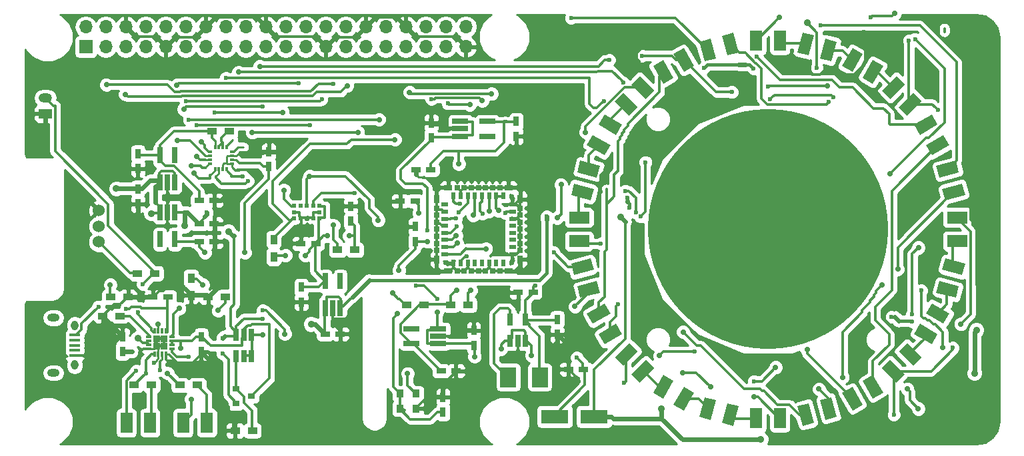
<source format=gbr>
G04 #@! TF.FileFunction,Copper,L1,Top,Signal*
%FSLAX46Y46*%
G04 Gerber Fmt 4.6, Leading zero omitted, Abs format (unit mm)*
G04 Created by KiCad (PCBNEW 4.0.6) date 07/29/17 19:52:49*
%MOMM*%
%LPD*%
G01*
G04 APERTURE LIST*
%ADD10C,0.100000*%
%ADD11R,0.610000X0.320000*%
%ADD12R,0.320000X0.610000*%
%ADD13C,30.500000*%
%ADD14R,1.200000X0.750000*%
%ADD15R,0.750000X1.200000*%
%ADD16R,1.500000X2.600000*%
%ADD17R,2.600000X1.500000*%
%ADD18R,1.700000X1.700000*%
%ADD19O,1.700000X1.700000*%
%ADD20R,1.350000X0.400000*%
%ADD21O,0.950000X1.250000*%
%ADD22O,1.550000X1.000000*%
%ADD23R,1.700000X1.200000*%
%ADD24O,1.700000X1.200000*%
%ADD25R,2.000000X2.500000*%
%ADD26R,0.650000X1.560000*%
%ADD27R,0.900000X0.800000*%
%ADD28R,1.200000X0.900000*%
%ADD29R,0.900000X1.200000*%
%ADD30C,1.524000*%
%ADD31R,2.000000X0.650000*%
%ADD32R,0.650000X2.000000*%
%ADD33R,0.500000X0.500000*%
%ADD34R,0.900000X1.000000*%
%ADD35R,0.750000X0.300000*%
%ADD36R,0.300000X0.750000*%
%ADD37R,0.900000X0.900000*%
%ADD38R,3.500000X1.800000*%
%ADD39R,0.840000X0.500000*%
%ADD40R,0.500000X0.840000*%
%ADD41R,0.650000X1.100000*%
%ADD42R,0.650000X0.650000*%
%ADD43R,1.100000X0.650000*%
%ADD44C,0.600000*%
%ADD45C,0.900000*%
%ADD46C,0.700000*%
%ADD47C,0.300000*%
%ADD48C,0.600000*%
%ADD49C,0.350000*%
%ADD50C,0.400000*%
%ADD51C,0.250000*%
%ADD52C,0.200000*%
G04 APERTURE END LIST*
D10*
D11*
X124700000Y-79870000D03*
X124700000Y-79370000D03*
X124700000Y-78870000D03*
X124700000Y-78370000D03*
X121910000Y-79870000D03*
X121910000Y-79370000D03*
X121910000Y-78870000D03*
X121910000Y-78370000D03*
D12*
X124050000Y-77720000D03*
X123550000Y-77720000D03*
X123050000Y-77720000D03*
X122550000Y-77720000D03*
X124050000Y-80520000D03*
X123550000Y-80520000D03*
X123050000Y-80520000D03*
X122550000Y-80520000D03*
D13*
X192790000Y-88190000D03*
D14*
X162950000Y-96200000D03*
X161050000Y-96200000D03*
D15*
X166000000Y-99650000D03*
X166000000Y-101550000D03*
D14*
X169350000Y-106000000D03*
X167450000Y-106000000D03*
X149950000Y-80600000D03*
X148050000Y-80600000D03*
D15*
X150000000Y-76550000D03*
X150000000Y-74650000D03*
D14*
X146050000Y-84600000D03*
X147950000Y-84600000D03*
D15*
X160800000Y-74450000D03*
X160800000Y-76350000D03*
X148000000Y-87850000D03*
X148000000Y-89750000D03*
X151500000Y-109550000D03*
X151500000Y-111450000D03*
D14*
X151250000Y-106200000D03*
X153150000Y-106200000D03*
D15*
X155400000Y-102950000D03*
X155400000Y-101050000D03*
D14*
X136550000Y-101500000D03*
X138450000Y-101500000D03*
D15*
X133500000Y-95550000D03*
X133500000Y-97450000D03*
D14*
X135350000Y-90000000D03*
X133450000Y-90000000D03*
D15*
X112750000Y-83050000D03*
X112750000Y-84950000D03*
D14*
X120550000Y-84500000D03*
X122450000Y-84500000D03*
D15*
X129380000Y-80230000D03*
X129380000Y-78330000D03*
X112750000Y-78550000D03*
X112750000Y-80450000D03*
D14*
X120550000Y-87500000D03*
X122450000Y-87500000D03*
X120550000Y-89750000D03*
X122450000Y-89750000D03*
X116550000Y-96800000D03*
X114650000Y-96800000D03*
D15*
X110800000Y-103750000D03*
X110800000Y-101850000D03*
X120800000Y-101850000D03*
X120800000Y-103750000D03*
X139800000Y-87150000D03*
X139800000Y-85250000D03*
D16*
X194290000Y-64190000D03*
X191290000Y-64190000D03*
D10*
G36*
X201509798Y-64326640D02*
X200836869Y-66838047D01*
X199387980Y-66449818D01*
X200060909Y-63938411D01*
X201509798Y-64326640D01*
X201509798Y-64326640D01*
G37*
G36*
X198612020Y-63550182D02*
X197939091Y-66061589D01*
X196490202Y-65673360D01*
X197163131Y-63161953D01*
X198612020Y-63550182D01*
X198612020Y-63550182D01*
G37*
G36*
X207388557Y-67404557D02*
X206088557Y-69656223D01*
X204789519Y-68906223D01*
X206089519Y-66654557D01*
X207388557Y-67404557D01*
X207388557Y-67404557D01*
G37*
G36*
X204790481Y-65904557D02*
X203490481Y-68156223D01*
X202191443Y-67406223D01*
X203491443Y-65154557D01*
X204790481Y-65904557D01*
X204790481Y-65904557D01*
G37*
G36*
X212270792Y-71891188D02*
X210432314Y-73729666D01*
X209371654Y-72669006D01*
X211210132Y-70830528D01*
X212270792Y-71891188D01*
X212270792Y-71891188D01*
G37*
G36*
X210149472Y-69769868D02*
X208310994Y-71608346D01*
X207250334Y-70547686D01*
X209088812Y-68709208D01*
X210149472Y-69769868D01*
X210149472Y-69769868D01*
G37*
D17*
X216790000Y-89690000D03*
X216790000Y-86690000D03*
D10*
G36*
X216645580Y-96911455D02*
X214134173Y-96238526D01*
X214522402Y-94789637D01*
X217033809Y-95462566D01*
X216645580Y-96911455D01*
X216645580Y-96911455D01*
G37*
G36*
X217422038Y-94013677D02*
X214910631Y-93340748D01*
X215298860Y-91891859D01*
X217810267Y-92564788D01*
X217422038Y-94013677D01*
X217422038Y-94013677D01*
G37*
G36*
X213575443Y-102788557D02*
X211323777Y-101488557D01*
X212073777Y-100189519D01*
X214325443Y-101489519D01*
X213575443Y-102788557D01*
X213575443Y-102788557D01*
G37*
G36*
X215075443Y-100190481D02*
X212823777Y-98890481D01*
X213573777Y-97591443D01*
X215825443Y-98891443D01*
X215075443Y-100190481D01*
X215075443Y-100190481D01*
G37*
G36*
X209088812Y-107670792D02*
X207250334Y-105832314D01*
X208310994Y-104771654D01*
X210149472Y-106610132D01*
X209088812Y-107670792D01*
X209088812Y-107670792D01*
G37*
G36*
X211210132Y-105549472D02*
X209371654Y-103710994D01*
X210432314Y-102650334D01*
X212270792Y-104488812D01*
X211210132Y-105549472D01*
X211210132Y-105549472D01*
G37*
D16*
X191290000Y-112190000D03*
X194290000Y-112190000D03*
D10*
G36*
X184068545Y-112045580D02*
X184741474Y-109534173D01*
X186190363Y-109922402D01*
X185517434Y-112433809D01*
X184068545Y-112045580D01*
X184068545Y-112045580D01*
G37*
G36*
X186966323Y-112822038D02*
X187639252Y-110310631D01*
X189088141Y-110698860D01*
X188415212Y-113210267D01*
X186966323Y-112822038D01*
X186966323Y-112822038D01*
G37*
G36*
X178191443Y-108975443D02*
X179491443Y-106723777D01*
X180790481Y-107473777D01*
X179490481Y-109725443D01*
X178191443Y-108975443D01*
X178191443Y-108975443D01*
G37*
G36*
X180789519Y-110475443D02*
X182089519Y-108223777D01*
X183388557Y-108973777D01*
X182088557Y-111225443D01*
X180789519Y-110475443D01*
X180789519Y-110475443D01*
G37*
G36*
X173309208Y-104488812D02*
X175147686Y-102650334D01*
X176208346Y-103710994D01*
X174369868Y-105549472D01*
X173309208Y-104488812D01*
X173309208Y-104488812D01*
G37*
G36*
X175430528Y-106610132D02*
X177269006Y-104771654D01*
X178329666Y-105832314D01*
X176491188Y-107670792D01*
X175430528Y-106610132D01*
X175430528Y-106610132D01*
G37*
D17*
X168790000Y-86690000D03*
X168790000Y-89690000D03*
D10*
G36*
X168934420Y-79468545D02*
X171445827Y-80141474D01*
X171057598Y-81590363D01*
X168546191Y-80917434D01*
X168934420Y-79468545D01*
X168934420Y-79468545D01*
G37*
G36*
X168157962Y-82366323D02*
X170669369Y-83039252D01*
X170281140Y-84488141D01*
X167769733Y-83815212D01*
X168157962Y-82366323D01*
X168157962Y-82366323D01*
G37*
G36*
X172004557Y-73591443D02*
X174256223Y-74891443D01*
X173506223Y-76190481D01*
X171254557Y-74890481D01*
X172004557Y-73591443D01*
X172004557Y-73591443D01*
G37*
G36*
X170504557Y-76189519D02*
X172756223Y-77489519D01*
X172006223Y-78788557D01*
X169754557Y-77488557D01*
X170504557Y-76189519D01*
X170504557Y-76189519D01*
G37*
G36*
X176491188Y-68709208D02*
X178329666Y-70547686D01*
X177269006Y-71608346D01*
X175430528Y-69769868D01*
X176491188Y-68709208D01*
X176491188Y-68709208D01*
G37*
G36*
X174369868Y-70830528D02*
X176208346Y-72669006D01*
X175147686Y-73729666D01*
X173309208Y-71891188D01*
X174369868Y-70830528D01*
X174369868Y-70830528D01*
G37*
G36*
X215825443Y-77488557D02*
X213573777Y-78788557D01*
X212823777Y-77489519D01*
X215075443Y-76189519D01*
X215825443Y-77488557D01*
X215825443Y-77488557D01*
G37*
G36*
X214325443Y-74890481D02*
X212073777Y-76190481D01*
X211323777Y-74891443D01*
X213575443Y-73591443D01*
X214325443Y-74890481D01*
X214325443Y-74890481D01*
G37*
G36*
X203491443Y-111225443D02*
X202191443Y-108973777D01*
X203490481Y-108223777D01*
X204790481Y-110475443D01*
X203491443Y-111225443D01*
X203491443Y-111225443D01*
G37*
G36*
X206089519Y-109725443D02*
X204789519Y-107473777D01*
X206088557Y-106723777D01*
X207388557Y-108975443D01*
X206089519Y-109725443D01*
X206089519Y-109725443D01*
G37*
G36*
X169754557Y-98891443D02*
X172006223Y-97591443D01*
X172756223Y-98890481D01*
X170504557Y-100190481D01*
X169754557Y-98891443D01*
X169754557Y-98891443D01*
G37*
G36*
X171254557Y-101489519D02*
X173506223Y-100189519D01*
X174256223Y-101488557D01*
X172004557Y-102788557D01*
X171254557Y-101489519D01*
X171254557Y-101489519D01*
G37*
G36*
X182088557Y-65154557D02*
X183388557Y-67406223D01*
X182089519Y-68156223D01*
X180789519Y-65904557D01*
X182088557Y-65154557D01*
X182088557Y-65154557D01*
G37*
G36*
X179490481Y-66654557D02*
X180790481Y-68906223D01*
X179491443Y-69656223D01*
X178191443Y-67404557D01*
X179490481Y-66654557D01*
X179490481Y-66654557D01*
G37*
G36*
X217810267Y-83815212D02*
X215298860Y-84488141D01*
X214910631Y-83039252D01*
X217422038Y-82366323D01*
X217810267Y-83815212D01*
X217810267Y-83815212D01*
G37*
G36*
X217033809Y-80917434D02*
X214522402Y-81590363D01*
X214134173Y-80141474D01*
X216645580Y-79468545D01*
X217033809Y-80917434D01*
X217033809Y-80917434D01*
G37*
G36*
X197164788Y-113210267D02*
X196491859Y-110698860D01*
X197940748Y-110310631D01*
X198613677Y-112822038D01*
X197164788Y-113210267D01*
X197164788Y-113210267D01*
G37*
G36*
X200062566Y-112433809D02*
X199389637Y-109922402D01*
X200838526Y-109534173D01*
X201511455Y-112045580D01*
X200062566Y-112433809D01*
X200062566Y-112433809D01*
G37*
G36*
X167769733Y-92564788D02*
X170281140Y-91891859D01*
X170669369Y-93340748D01*
X168157962Y-94013677D01*
X167769733Y-92564788D01*
X167769733Y-92564788D01*
G37*
G36*
X168546191Y-95462566D02*
X171057598Y-94789637D01*
X171445827Y-96238526D01*
X168934420Y-96911455D01*
X168546191Y-95462566D01*
X168546191Y-95462566D01*
G37*
G36*
X188415212Y-63169733D02*
X189088141Y-65681140D01*
X187639252Y-66069369D01*
X186966323Y-63557962D01*
X188415212Y-63169733D01*
X188415212Y-63169733D01*
G37*
G36*
X185517434Y-63946191D02*
X186190363Y-66457598D01*
X184741474Y-66845827D01*
X184068545Y-64334420D01*
X185517434Y-63946191D01*
X185517434Y-63946191D01*
G37*
D16*
X118500000Y-112800000D03*
X121500000Y-112800000D03*
X111300000Y-112800000D03*
X114300000Y-112800000D03*
D18*
X106140000Y-64990000D03*
D19*
X106140000Y-62450000D03*
X108680000Y-64990000D03*
X108680000Y-62450000D03*
X111220000Y-64990000D03*
X111220000Y-62450000D03*
X113760000Y-64990000D03*
X113760000Y-62450000D03*
X116300000Y-64990000D03*
X116300000Y-62450000D03*
X118840000Y-64990000D03*
X118840000Y-62450000D03*
X121380000Y-64990000D03*
X121380000Y-62450000D03*
X123920000Y-64990000D03*
X123920000Y-62450000D03*
X126460000Y-64990000D03*
X126460000Y-62450000D03*
X129000000Y-64990000D03*
X129000000Y-62450000D03*
X131540000Y-64990000D03*
X131540000Y-62450000D03*
X134080000Y-64990000D03*
X134080000Y-62450000D03*
X136620000Y-64990000D03*
X136620000Y-62450000D03*
X139160000Y-64990000D03*
X139160000Y-62450000D03*
X141700000Y-64990000D03*
X141700000Y-62450000D03*
X144240000Y-64990000D03*
X144240000Y-62450000D03*
X146780000Y-64990000D03*
X146780000Y-62450000D03*
X149320000Y-64990000D03*
X149320000Y-62450000D03*
X151860000Y-64990000D03*
X151860000Y-62450000D03*
X154400000Y-64990000D03*
X154400000Y-62450000D03*
D20*
X104740000Y-101650000D03*
X104740000Y-102300000D03*
X104740000Y-102950000D03*
X104740000Y-103600000D03*
X104740000Y-104250000D03*
D21*
X104740000Y-100450000D03*
X104740000Y-105450000D03*
D22*
X102040000Y-99450000D03*
X102040000Y-106450000D03*
D23*
X101000000Y-73500000D03*
D24*
X101000000Y-71500000D03*
D25*
X163800000Y-107000000D03*
X159800000Y-107000000D03*
D26*
X125250000Y-104350000D03*
X126200000Y-104350000D03*
X127150000Y-104350000D03*
X127150000Y-101650000D03*
X125250000Y-101650000D03*
X126200000Y-101650000D03*
D27*
X125200000Y-108450000D03*
X125200000Y-110350000D03*
X127200000Y-109400000D03*
D28*
X154700000Y-97800000D03*
X152500000Y-97800000D03*
X149100000Y-97800000D03*
X146900000Y-97800000D03*
D29*
X130000000Y-91700000D03*
X130000000Y-89500000D03*
D28*
X140300000Y-90800000D03*
X138100000Y-90800000D03*
X122140000Y-75740000D03*
X124340000Y-75740000D03*
X110500000Y-99200000D03*
X108300000Y-99200000D03*
X109300000Y-96800000D03*
X111500000Y-96800000D03*
D29*
X119500000Y-94400000D03*
X119500000Y-96600000D03*
D28*
X114900000Y-93800000D03*
X112700000Y-93800000D03*
X118100000Y-108000000D03*
X120300000Y-108000000D03*
X112300000Y-108000000D03*
X114500000Y-108000000D03*
X123900000Y-96800000D03*
X121700000Y-96800000D03*
X127300000Y-113800000D03*
X125100000Y-113800000D03*
D30*
X107800000Y-89798980D03*
X107800000Y-87800000D03*
X107800000Y-85801020D03*
D26*
X160050000Y-102350000D03*
X161000000Y-102350000D03*
X161950000Y-102350000D03*
X161950000Y-99650000D03*
X160050000Y-99650000D03*
D31*
X153690000Y-74450000D03*
X153690000Y-75400000D03*
X153690000Y-76350000D03*
X157110000Y-76350000D03*
X157110000Y-74450000D03*
X150910000Y-102750000D03*
X150910000Y-101800000D03*
X150910000Y-100850000D03*
X147490000Y-100850000D03*
X147490000Y-102750000D03*
D32*
X136550000Y-98210000D03*
X137500000Y-98210000D03*
X138450000Y-98210000D03*
X138450000Y-94790000D03*
X136550000Y-94790000D03*
D33*
X135800000Y-86800000D03*
X135000000Y-86800000D03*
X134200000Y-86800000D03*
X133400000Y-86800000D03*
X132600000Y-86800000D03*
X132600000Y-86000000D03*
X135800000Y-86000000D03*
X132600000Y-85200000D03*
X133400000Y-85200000D03*
X134200000Y-85200000D03*
X135000000Y-85200000D03*
X135800000Y-85200000D03*
D32*
X115550000Y-82210000D03*
X116500000Y-82210000D03*
X117450000Y-82210000D03*
X117450000Y-78790000D03*
X115550000Y-78790000D03*
X117450000Y-86040000D03*
X116500000Y-86040000D03*
X115550000Y-86040000D03*
X115550000Y-89460000D03*
X117450000Y-89460000D03*
D34*
X146000000Y-111000000D03*
X148100000Y-111000000D03*
X146000000Y-109100000D03*
X148100000Y-109100000D03*
D10*
G36*
X146450000Y-110900000D02*
X146750000Y-111000000D01*
X146750000Y-111400000D01*
X146450000Y-111500000D01*
X146450000Y-110900000D01*
X146450000Y-110900000D01*
G37*
D35*
X114125000Y-101850000D03*
X114125000Y-102350000D03*
X114125000Y-102850000D03*
X114125000Y-103350000D03*
D36*
X114850000Y-104075000D03*
X115350000Y-104075000D03*
X115850000Y-104075000D03*
X116350000Y-104075000D03*
D35*
X117075000Y-103350000D03*
X117075000Y-102850000D03*
X117075000Y-102350000D03*
X117075000Y-101850000D03*
D36*
X116350000Y-101125000D03*
X115850000Y-101125000D03*
X115350000Y-101125000D03*
X114850000Y-101125000D03*
D37*
X116050000Y-103050000D03*
X116050000Y-102150000D03*
X115150000Y-103050000D03*
X115150000Y-102150000D03*
D38*
X165700000Y-112000000D03*
X170700000Y-112000000D03*
D39*
X160310000Y-91340000D03*
X160310000Y-90440000D03*
X160310000Y-89540000D03*
X160310000Y-88640000D03*
X160310000Y-87740000D03*
X160310000Y-86840000D03*
X160310000Y-85940000D03*
X160310000Y-85040000D03*
D40*
X159150000Y-83880000D03*
X158250000Y-83880000D03*
X157350000Y-83880000D03*
X156450000Y-83880000D03*
X155550000Y-83880000D03*
X154650000Y-83880000D03*
X153750000Y-83880000D03*
X152850000Y-83880000D03*
D39*
X151690000Y-85040000D03*
X151690000Y-85940000D03*
X151690000Y-86840000D03*
X151690000Y-87740000D03*
X151690000Y-88640000D03*
X151690000Y-89540000D03*
X151690000Y-90440000D03*
X151690000Y-91340000D03*
D40*
X152850000Y-92500000D03*
X153750000Y-92500000D03*
X154650000Y-92500000D03*
X155550000Y-92500000D03*
X156450000Y-92500000D03*
X157350000Y-92500000D03*
X158250000Y-92500000D03*
X159150000Y-92500000D03*
D41*
X161305000Y-92015000D03*
D42*
X161305000Y-90890000D03*
X161305000Y-89990000D03*
X161305000Y-89090000D03*
X161305000Y-88190000D03*
X161305000Y-87290000D03*
X161305000Y-86390000D03*
X161305000Y-85490000D03*
D41*
X161305000Y-84365000D03*
D43*
X159825000Y-82885000D03*
D42*
X158700000Y-82885000D03*
X157800000Y-82885000D03*
X156900000Y-82885000D03*
X156000000Y-82885000D03*
X155100000Y-82885000D03*
X154200000Y-82885000D03*
X153300000Y-82885000D03*
D43*
X152175000Y-82885000D03*
D41*
X150695000Y-84365000D03*
D42*
X150695000Y-85490000D03*
X150695000Y-86390000D03*
X150695000Y-87290000D03*
X150695000Y-88190000D03*
X150695000Y-89090000D03*
X150695000Y-89990000D03*
X150695000Y-90890000D03*
D41*
X150695000Y-92015000D03*
D43*
X152175000Y-93495000D03*
D42*
X153300000Y-93495000D03*
X154200000Y-93495000D03*
X155100000Y-93495000D03*
X156000000Y-93495000D03*
X156900000Y-93495000D03*
X157800000Y-93495000D03*
X158700000Y-93495000D03*
D43*
X159825000Y-93495000D03*
D44*
X163239998Y-95340010D03*
X159390000Y-86090000D03*
X175750000Y-77640000D03*
X213880000Y-71250000D03*
X213030000Y-67270000D03*
X190720000Y-71420000D03*
D45*
X182130000Y-70030000D03*
X201140000Y-67790000D03*
X140910000Y-93570000D03*
X140830000Y-97830002D03*
D44*
X196900000Y-66990000D03*
X205000000Y-63080000D03*
X176368453Y-67501191D03*
D45*
X178400000Y-63770000D03*
D44*
X171549990Y-83386084D03*
D45*
X220080000Y-77030000D03*
X172520000Y-80310000D03*
D44*
X209850000Y-96520000D03*
X114820000Y-105200000D03*
X116750000Y-104970000D03*
X219500000Y-95500000D03*
X218500000Y-81000000D03*
X168750000Y-107500000D03*
X209750000Y-101250000D03*
X148060000Y-95340010D03*
X150797193Y-97027551D03*
X149492067Y-88295033D03*
D46*
X155520000Y-104370000D03*
X158880000Y-103400000D03*
X150750000Y-98750000D03*
X162750000Y-104250000D03*
D44*
X168500000Y-104500000D03*
D46*
X145742305Y-98942305D03*
D44*
X153630000Y-84940000D03*
D46*
X153500000Y-79860000D03*
X158550000Y-85800000D03*
X153220000Y-95930000D03*
X148440000Y-86120000D03*
D44*
X153190000Y-86820000D03*
D46*
X145910000Y-93380000D03*
X145090000Y-96280000D03*
X153300000Y-89960000D03*
X149500000Y-89750000D03*
D44*
X199000000Y-67625018D03*
D45*
X197750000Y-61895010D03*
D44*
X164670010Y-86528192D03*
X189500000Y-67240000D03*
X190925403Y-67754947D03*
X184660000Y-67680000D03*
D45*
X174070000Y-86660000D03*
D44*
X175190000Y-85480000D03*
X174908039Y-84129989D03*
X208480000Y-99360000D03*
X211070000Y-99910000D03*
D45*
X191850000Y-114900000D03*
X179250000Y-110980000D03*
D44*
X128620000Y-99560000D03*
D45*
X110010000Y-83010000D03*
X114440000Y-86170000D03*
X118670000Y-87750000D03*
D44*
X121500000Y-86000000D03*
D45*
X124250000Y-88500000D03*
X219250000Y-101000000D03*
X219000000Y-106500000D03*
X134750000Y-100250000D03*
D44*
X123500000Y-102000000D03*
X123500000Y-104000000D03*
D46*
X136800000Y-89020000D03*
X139590000Y-89020000D03*
X134000000Y-91500000D03*
X131500000Y-91500000D03*
X126350000Y-91140000D03*
X121265000Y-91140000D03*
X194250000Y-61250000D03*
D44*
X212250000Y-95970000D03*
D46*
X215000000Y-103250000D03*
X217250000Y-100250000D03*
X181950000Y-106400000D03*
X191000000Y-109500000D03*
X185500000Y-108250000D03*
X166000000Y-86750000D03*
X166500000Y-82500000D03*
D44*
X171500000Y-90000000D03*
X191380000Y-66240000D03*
X193060000Y-71630000D03*
X201083290Y-71400010D03*
X199430000Y-62260000D03*
X111280200Y-98283600D03*
X107744998Y-98030000D03*
X112020000Y-103750000D03*
X113360000Y-95190000D03*
D45*
X112780000Y-102060000D03*
D46*
X118150000Y-103330000D03*
X116500000Y-106500000D03*
D44*
X113750000Y-106500000D03*
X214340373Y-72979627D03*
X210680000Y-64180000D03*
X216250000Y-103250000D03*
X208750000Y-111750000D03*
X174500000Y-107750000D03*
X183500000Y-103750000D03*
D46*
X179000000Y-104250000D03*
X169610000Y-75840000D03*
X197750000Y-103500000D03*
D44*
X173750000Y-97750000D03*
X176739147Y-66102040D03*
X188176919Y-70739990D03*
D46*
X209250000Y-93250000D03*
X207250000Y-95250000D03*
X202250000Y-107000000D03*
X199250000Y-108500000D03*
X182000000Y-101250000D03*
X168250000Y-98000000D03*
D44*
X167760000Y-61300000D03*
X165560000Y-91120000D03*
X200490811Y-71989545D03*
D46*
X119500000Y-109800000D03*
D44*
X119170000Y-104400000D03*
X112540000Y-106180000D03*
X115550000Y-106140000D03*
D46*
X145400000Y-76780000D03*
D44*
X153520002Y-86020000D03*
D46*
X128220000Y-67450000D03*
D44*
X192760000Y-70030000D03*
X172630000Y-66630000D03*
D46*
X200310000Y-69940000D03*
X117710000Y-69830000D03*
X117730690Y-76895010D03*
D44*
X133198775Y-69625010D03*
X134647050Y-74905009D03*
X120235833Y-74905009D03*
D46*
X120200000Y-78930000D03*
D44*
X174410000Y-69508767D03*
D46*
X125540000Y-68210000D03*
X155330000Y-86410000D03*
D44*
X152110000Y-72175022D03*
D46*
X154890000Y-72319999D03*
X147250000Y-70770000D03*
X157649999Y-70950001D03*
X157350000Y-85870000D03*
D44*
X150002697Y-71625011D03*
D46*
X156460000Y-71830000D03*
D44*
X156540000Y-86190000D03*
X126100000Y-81490000D03*
D46*
X127260000Y-75870000D03*
X140700000Y-75870000D03*
D44*
X119240001Y-74229999D03*
D46*
X143390001Y-74229999D03*
X119540000Y-80130000D03*
D44*
X126723152Y-82057051D03*
X122540000Y-73334990D03*
D46*
X131130000Y-73334990D03*
X120780000Y-77050000D03*
X118570000Y-72910000D03*
D44*
X128590000Y-72610000D03*
D46*
X119870000Y-81070000D03*
D44*
X137560000Y-69660000D03*
D46*
X143280000Y-87030000D03*
X153180000Y-88980000D03*
X134562983Y-81424990D03*
X108780000Y-69800000D03*
X139320000Y-69940000D03*
D44*
X140289090Y-83564355D03*
X153209998Y-87800000D03*
D46*
X111160000Y-71015010D03*
D44*
X171928076Y-71858076D03*
X211455898Y-63985063D03*
D46*
X208309999Y-81140000D03*
D44*
X174675518Y-83284517D03*
X175977764Y-86055693D03*
D46*
X211880000Y-90520000D03*
D44*
X211100000Y-99030000D03*
X123920000Y-68950000D03*
D46*
X137580000Y-87670000D03*
D44*
X136095010Y-71658224D03*
X118840000Y-71910000D03*
D46*
X131290000Y-83210000D03*
X128570000Y-101610000D03*
X131410000Y-101490000D03*
D44*
X128590000Y-98500000D03*
D46*
X122950000Y-98500000D03*
X155030000Y-95960000D03*
X156957830Y-90652170D03*
D44*
X112750000Y-98750000D03*
D46*
X109250000Y-95250000D03*
X121000000Y-95250000D03*
X118000000Y-98250000D03*
X115340000Y-100270000D03*
D44*
X154512538Y-91579988D03*
D46*
X147010000Y-106540000D03*
D44*
X205780000Y-61250000D03*
D46*
X208850000Y-60740000D03*
X211860000Y-111010000D03*
X210470000Y-108490000D03*
D44*
X191000000Y-107500000D03*
D46*
X193750000Y-105750000D03*
D44*
X177219990Y-79654253D03*
X176585126Y-86576395D03*
D47*
X215210000Y-63074264D02*
X215210000Y-62650000D01*
X163084990Y-95340010D02*
X163239998Y-95340010D01*
X162950000Y-96200000D02*
X162950000Y-95475000D01*
X162950000Y-95475000D02*
X163084990Y-95340010D01*
X160310000Y-85940000D02*
X159540000Y-85940000D01*
X159540000Y-85940000D02*
X159390000Y-86090000D01*
X161950000Y-99650000D02*
X162000000Y-99750000D01*
X162000000Y-99750000D02*
X162500000Y-100250000D01*
X162500000Y-100250000D02*
X162500000Y-100500000D01*
X162500000Y-100500000D02*
X163750000Y-101750000D01*
X163750000Y-101750000D02*
X163750000Y-107000000D01*
X163750000Y-107000000D02*
X163800000Y-107000000D01*
X162950000Y-96200000D02*
X162750000Y-96500000D01*
X162750000Y-96500000D02*
X162000000Y-97250000D01*
X162000000Y-97250000D02*
X162000000Y-99750000D01*
X162000000Y-99750000D02*
X161950000Y-99650000D01*
X161950000Y-99650000D02*
X162000000Y-99750000D01*
X162000000Y-99750000D02*
X166000000Y-99750000D01*
X166000000Y-99750000D02*
X166000000Y-99650000D01*
D48*
X129380000Y-78330000D02*
X128705000Y-78330000D01*
X128705000Y-78330000D02*
X128625000Y-78410000D01*
D47*
X128625000Y-78410000D02*
X125715000Y-78410000D01*
D48*
X213030000Y-70400000D02*
X213880000Y-71250000D01*
X213030000Y-67270000D02*
X213030000Y-70400000D01*
X190500000Y-71270000D02*
X190650000Y-71420000D01*
X190650000Y-71420000D02*
X190720000Y-71420000D01*
D47*
X205140491Y-67089509D02*
X203723767Y-68506233D01*
X203723767Y-68506233D02*
X201856233Y-68506233D01*
D48*
X201439999Y-68089999D02*
X201140000Y-67790000D01*
X201856233Y-68506233D02*
X201439999Y-68089999D01*
D47*
X205000000Y-63080000D02*
X205000000Y-63504264D01*
D48*
X205000000Y-63504264D02*
X205140491Y-63644755D01*
D47*
X205140491Y-63644755D02*
X205140491Y-67089509D01*
X199380000Y-68480000D02*
X198390000Y-68480000D01*
X198390000Y-68480000D02*
X196900000Y-66990000D01*
X200070000Y-67790000D02*
X199380000Y-68480000D01*
X201140000Y-67790000D02*
X200070000Y-67790000D01*
D48*
X160950000Y-104290000D02*
X161000000Y-104240000D01*
D49*
X161000000Y-104240000D02*
X161000000Y-102350000D01*
D48*
X161920000Y-105260000D02*
X160950000Y-104290000D01*
X161920000Y-108560000D02*
X161920000Y-105260000D01*
X162320000Y-108960000D02*
X161920000Y-108560000D01*
D49*
X162834998Y-108960000D02*
X162320000Y-108960000D01*
D48*
X164600000Y-109480000D02*
X163354998Y-109480000D01*
D49*
X163354998Y-109480000D02*
X162834998Y-108960000D01*
X165690000Y-108390000D02*
X164600000Y-109480000D01*
D48*
X165690000Y-102810000D02*
X165690000Y-108390000D01*
X166000000Y-101550000D02*
X166000000Y-102500000D01*
X166000000Y-102500000D02*
X165690000Y-102810000D01*
D49*
X137500000Y-98210000D02*
X137500000Y-99560000D01*
X137525001Y-99585001D02*
X139075001Y-99585001D01*
X137500000Y-99560000D02*
X137525001Y-99585001D01*
X139075001Y-99585001D02*
X140830000Y-97830002D01*
X158700000Y-93495000D02*
X159825000Y-93495000D01*
X157800000Y-93495000D02*
X158700000Y-93495000D01*
X156900000Y-93495000D02*
X157350000Y-93045000D01*
X157350000Y-93045000D02*
X157350000Y-92500000D01*
X156000000Y-93495000D02*
X156900000Y-93495000D01*
X155100000Y-93495000D02*
X156000000Y-93495000D01*
X154200000Y-93495000D02*
X154650000Y-93045000D01*
X154650000Y-93045000D02*
X154650000Y-92500000D01*
X153300000Y-93495000D02*
X154200000Y-93495000D01*
D48*
X152175000Y-93495000D02*
X152400000Y-93495000D01*
D49*
X152400000Y-93495000D02*
X152850000Y-93045000D01*
X150695000Y-90890000D02*
X150695000Y-92015000D01*
X151120000Y-87470000D02*
X150875000Y-87470000D01*
X150875000Y-87470000D02*
X150695000Y-87290000D01*
X151390000Y-87740000D02*
X151120000Y-87470000D01*
X151690000Y-87740000D02*
X151390000Y-87740000D01*
X151335001Y-85665001D02*
X150969999Y-85665001D01*
X150969999Y-85665001D02*
X150794998Y-85490000D01*
X150794998Y-85490000D02*
X150695000Y-85490000D01*
X151610000Y-85940000D02*
X151335001Y-85665001D01*
X151690000Y-85940000D02*
X151610000Y-85940000D01*
X150695000Y-85490000D02*
X150695000Y-86390000D01*
X150695000Y-89990000D02*
X150695000Y-90890000D01*
X150695000Y-89090000D02*
X150695000Y-89990000D01*
X150695000Y-88190000D02*
X150695000Y-89090000D01*
X150695000Y-87290000D02*
X150695000Y-88190000D01*
X150695000Y-86390000D02*
X150695000Y-87290000D01*
X158700000Y-82885000D02*
X159825000Y-82885000D01*
X157800000Y-82885000D02*
X158700000Y-82885000D01*
X156900000Y-82885000D02*
X157800000Y-82885000D01*
X156000000Y-82885000D02*
X156900000Y-82885000D01*
X155100000Y-82885000D02*
X156000000Y-82885000D01*
X154200000Y-82885000D02*
X155100000Y-82885000D01*
X153750000Y-83880000D02*
X153750000Y-83335000D01*
X153750000Y-83335000D02*
X153300000Y-82885000D01*
X153750000Y-83335000D02*
X154200000Y-82885000D01*
X150695000Y-85490000D02*
X150695000Y-84365000D01*
X160310000Y-85040000D02*
X160855000Y-85040000D01*
X160855000Y-85040000D02*
X161305000Y-85490000D01*
X161305000Y-85490000D02*
X161305000Y-84365000D01*
X161305000Y-89990000D02*
X161305000Y-89090000D01*
X161305000Y-90890000D02*
X161305000Y-88190000D01*
X160310000Y-91340000D02*
X160855000Y-91340000D01*
X160855000Y-91340000D02*
X161305000Y-90890000D01*
X160310000Y-86840000D02*
X161080000Y-86840000D01*
X161080000Y-86840000D02*
X161305000Y-87065000D01*
X161305000Y-87065000D02*
X161305000Y-90215000D01*
X161305000Y-90215000D02*
X161305000Y-90890000D01*
X159825000Y-93495000D02*
X160725000Y-93495000D01*
D48*
X160725000Y-93495000D02*
X161305000Y-92915000D01*
X161305000Y-92915000D02*
X161305000Y-92015000D01*
D49*
X157800000Y-93495000D02*
X157350000Y-93045000D01*
X155100000Y-93495000D02*
X154650000Y-93045000D01*
X153300000Y-93495000D02*
X152850000Y-93045000D01*
X152850000Y-93045000D02*
X152850000Y-92500000D01*
X160310000Y-86840000D02*
X160855000Y-86840000D01*
X160855000Y-86840000D02*
X161305000Y-86390000D01*
X161305000Y-86390000D02*
X161305000Y-84365000D01*
X161305000Y-84365000D02*
X160630000Y-85040000D01*
X160630000Y-85040000D02*
X160310000Y-85040000D01*
D50*
X176030017Y-66456019D02*
X176394017Y-66820019D01*
X177975736Y-63770000D02*
X176030017Y-65715719D01*
D48*
X176394017Y-67475627D02*
X176368453Y-67501191D01*
D50*
X176394017Y-66820019D02*
X176394017Y-67475627D01*
D48*
X178400000Y-63770000D02*
X177975736Y-63770000D01*
D50*
X176030017Y-65715719D02*
X176030017Y-66456019D01*
D49*
X171549990Y-82961820D02*
X171549990Y-83386084D01*
X171549990Y-81280010D02*
X171549990Y-82961820D01*
X172520000Y-80310000D02*
X171549990Y-81280010D01*
D48*
X209750000Y-101250000D02*
X209150000Y-101250000D01*
D49*
X209150000Y-101250000D02*
X207410000Y-99510000D01*
D48*
X209550001Y-96819999D02*
X209850000Y-96520000D01*
D49*
X207410000Y-99510000D02*
X207410000Y-98450000D01*
D48*
X207410000Y-98450000D02*
X209040001Y-96819999D01*
X209040001Y-96819999D02*
X209550001Y-96819999D01*
D51*
X127820000Y-82250000D02*
X127820000Y-81420000D01*
X149050000Y-81560000D02*
X148385000Y-81560000D01*
X148385000Y-81560000D02*
X148050000Y-81225000D01*
D48*
X148050000Y-81225000D02*
X148050000Y-80600000D01*
X138325000Y-100815000D02*
X137500000Y-99990000D01*
D51*
X137500000Y-99990000D02*
X137500000Y-98210000D01*
D48*
X138390000Y-100815000D02*
X138325000Y-100815000D01*
X138450000Y-101500000D02*
X138450000Y-100875000D01*
X138450000Y-100875000D02*
X138390000Y-100815000D01*
D51*
X126010000Y-83550000D02*
X126520000Y-83550000D01*
X127360000Y-80620000D02*
X125040000Y-80620000D01*
X126520000Y-83550000D02*
X127820000Y-82250000D01*
X127820000Y-82250000D02*
X127820000Y-81080000D01*
X127820000Y-81080000D02*
X127360000Y-80620000D01*
X125040000Y-80620000D02*
X124700000Y-80280000D01*
X124700000Y-80280000D02*
X124700000Y-79870000D01*
D48*
X124250000Y-83550000D02*
X126010000Y-83550000D01*
X126010000Y-83550000D02*
X126185992Y-83550000D01*
X122450000Y-84500000D02*
X123300000Y-84500000D01*
X123300000Y-84500000D02*
X124250000Y-83550000D01*
D51*
X124069999Y-79794999D02*
X123720001Y-79794999D01*
X123720001Y-79794999D02*
X123550000Y-79965000D01*
X123550000Y-79965000D02*
X123550000Y-80520000D01*
X124700000Y-79870000D02*
X124145000Y-79870000D01*
X124145000Y-79870000D02*
X124069999Y-79794999D01*
X124069999Y-79794999D02*
X124069999Y-78945001D01*
X124069999Y-78945001D02*
X124145000Y-78870000D01*
X124145000Y-78870000D02*
X124700000Y-78870000D01*
D48*
X146780000Y-62450000D02*
X147980001Y-63650001D01*
D47*
X147980001Y-63650001D02*
X153060001Y-63650001D01*
D48*
X153060001Y-63650001D02*
X153550001Y-64140001D01*
X153550001Y-64140001D02*
X154400000Y-64990000D01*
X141700000Y-62450000D02*
X142900001Y-61249999D01*
X145930001Y-61600001D02*
X146780000Y-62450000D01*
D47*
X142900001Y-61249999D02*
X145579999Y-61249999D01*
D48*
X145579999Y-61249999D02*
X145930001Y-61600001D01*
X136620000Y-64990000D02*
X137820001Y-63789999D01*
D47*
X137820001Y-63789999D02*
X140360001Y-63789999D01*
D48*
X140360001Y-63789999D02*
X140850001Y-63299999D01*
X140850001Y-63299999D02*
X141700000Y-62450000D01*
X129000000Y-62450000D02*
X130200001Y-63650001D01*
X135280001Y-63650001D02*
X135770001Y-64140001D01*
D47*
X130200001Y-63650001D02*
X135280001Y-63650001D01*
D48*
X135770001Y-64140001D02*
X136620000Y-64990000D01*
X121380000Y-62450000D02*
X122580001Y-61249999D01*
D47*
X122580001Y-61249999D02*
X127799999Y-61249999D01*
D48*
X127799999Y-61249999D02*
X128150001Y-61600001D01*
X128150001Y-61600001D02*
X129000000Y-62450000D01*
X116300000Y-64990000D02*
X117500001Y-63789999D01*
D47*
X117500001Y-63789999D02*
X120040001Y-63789999D01*
D48*
X120040001Y-63789999D02*
X120530001Y-63299999D01*
X120530001Y-63299999D02*
X121380000Y-62450000D01*
X111220000Y-62450000D02*
X112420001Y-63650001D01*
D47*
X112420001Y-63650001D02*
X114960001Y-63650001D01*
D48*
X114960001Y-63650001D02*
X115450001Y-64140001D01*
X115450001Y-64140001D02*
X116300000Y-64990000D01*
D51*
X125715000Y-78410000D02*
X126120000Y-78410000D01*
X124700000Y-78870000D02*
X125255000Y-78870000D01*
X125255000Y-78870000D02*
X125715000Y-78410000D01*
D48*
X112860000Y-87740000D02*
X112750000Y-87630000D01*
X112750000Y-87630000D02*
X112750000Y-84950000D01*
D47*
X116120000Y-87740000D02*
X112860000Y-87740000D01*
X116510000Y-87350000D02*
X116120000Y-87740000D01*
X116500000Y-86040000D02*
X116500000Y-87340000D01*
X116500000Y-87340000D02*
X116510000Y-87350000D01*
X116500000Y-86040000D02*
X116500000Y-84740000D01*
X116500000Y-84740000D02*
X116500000Y-82210000D01*
D48*
X109490000Y-102280000D02*
X109920000Y-101850000D01*
X109920000Y-101850000D02*
X110800000Y-101850000D01*
X109490000Y-103265000D02*
X109490000Y-102280000D01*
X109550000Y-104910000D02*
X109550000Y-103325000D01*
X109550000Y-103325000D02*
X109490000Y-103265000D01*
X109820000Y-105180000D02*
X109550000Y-104910000D01*
X111990000Y-105180000D02*
X109820000Y-105180000D01*
D47*
X112970000Y-104200000D02*
X111990000Y-105180000D01*
X112970000Y-103830000D02*
X112970000Y-104200000D01*
X114125000Y-103350000D02*
X113450000Y-103350000D01*
X113450000Y-103350000D02*
X112970000Y-103830000D01*
D51*
X117705000Y-105080000D02*
X116700000Y-104075000D01*
X119695000Y-105080000D02*
X117705000Y-105080000D01*
X120800000Y-103975000D02*
X119695000Y-105080000D01*
D48*
X120800000Y-103750000D02*
X120800000Y-103975000D01*
D51*
X116700000Y-104075000D02*
X116350000Y-104075000D01*
X115350000Y-104075000D02*
X115350000Y-104589326D01*
X115350000Y-104589326D02*
X115099991Y-104839335D01*
D52*
X115099991Y-104839335D02*
X115099991Y-104920009D01*
D51*
X115099991Y-104920009D02*
X114820000Y-105200000D01*
D47*
X116570000Y-104970000D02*
X116750000Y-104970000D01*
X116350000Y-104075000D02*
X116350000Y-104750000D01*
X116350000Y-104750000D02*
X116570000Y-104970000D01*
D51*
X115350000Y-104075000D02*
X115350000Y-103250000D01*
D52*
X115350000Y-103250000D02*
X115150000Y-103050000D01*
D51*
X114125000Y-103350000D02*
X114850000Y-103350000D01*
D52*
X114850000Y-103350000D02*
X115150000Y-103050000D01*
D49*
X115150000Y-102150000D02*
X115150000Y-103050000D01*
X115150000Y-103050000D02*
X116050000Y-103050000D01*
X116050000Y-103050000D02*
X116050000Y-102150000D01*
X116050000Y-102150000D02*
X115150000Y-102150000D01*
D48*
X107000000Y-103250000D02*
X109250000Y-103250000D01*
D49*
X104740000Y-104250000D02*
X106000000Y-104250000D01*
X107000000Y-103250000D02*
X106000000Y-104250000D01*
X109250000Y-103250000D02*
X110750000Y-101750000D01*
D48*
X112750000Y-80450000D02*
X112750000Y-80500000D01*
X112750000Y-80500000D02*
X112500000Y-80500000D01*
X120800000Y-103750000D02*
X120750000Y-103750000D01*
X120750000Y-103750000D02*
X123250000Y-106250000D01*
X123250000Y-106250000D02*
X123250000Y-109500000D01*
D49*
X123250000Y-109500000D02*
X123500000Y-109750000D01*
X123500000Y-109750000D02*
X123500000Y-110000000D01*
X123500000Y-110000000D02*
X124250000Y-110750000D01*
X124250000Y-110750000D02*
X124250000Y-111250000D01*
X124250000Y-111250000D02*
X125000000Y-112000000D01*
D48*
X125000000Y-112000000D02*
X125000000Y-113750000D01*
X125000000Y-113750000D02*
X125100000Y-113800000D01*
D49*
X219500000Y-95500000D02*
X219250000Y-95250000D01*
X219250000Y-95250000D02*
X219250000Y-87750000D01*
X219250000Y-87750000D02*
X218500000Y-87000000D01*
X218500000Y-87000000D02*
X218500000Y-81000000D01*
D48*
X167450000Y-106000000D02*
X167500000Y-106000000D01*
D49*
X167500000Y-106000000D02*
X168250000Y-106750000D01*
X168250000Y-106750000D02*
X168250000Y-107000000D01*
X168250000Y-107000000D02*
X168750000Y-107500000D01*
D48*
X110800000Y-101850000D02*
X110750000Y-101750000D01*
X108300000Y-99200000D02*
X108500000Y-99500000D01*
X108500000Y-99500000D02*
X110750000Y-101750000D01*
X110750000Y-101750000D02*
X110800000Y-101850000D01*
X111500000Y-96800000D02*
X111500000Y-96750000D01*
D49*
X111500000Y-96750000D02*
X110500000Y-97750000D01*
X110500000Y-97750000D02*
X109750000Y-97750000D01*
X109750000Y-97750000D02*
X108300000Y-99200000D01*
D48*
X148050000Y-80600000D02*
X148000000Y-80500000D01*
X150000000Y-74750000D02*
X150000000Y-74650000D01*
X146050000Y-84600000D02*
X146000000Y-84500000D01*
X148000000Y-80500000D02*
X148050000Y-80600000D01*
X133250000Y-89750000D02*
X133500000Y-90000000D01*
X133500000Y-90000000D02*
X133450000Y-90000000D01*
X146050000Y-84600000D02*
X146000000Y-84500000D01*
X153150000Y-106200000D02*
X153250000Y-106250000D01*
D49*
X153250000Y-106250000D02*
X151500000Y-108000000D01*
D48*
X151500000Y-108000000D02*
X151500000Y-109550000D01*
X166000000Y-101550000D02*
X166000000Y-101500000D01*
X166000000Y-101500000D02*
X167500000Y-103000000D01*
D49*
X167500000Y-103000000D02*
X167500000Y-106000000D01*
D48*
X167500000Y-106000000D02*
X167450000Y-106000000D01*
X160800000Y-76350000D02*
X160750000Y-76250000D01*
X121700000Y-96800000D02*
X122500000Y-96000000D01*
X122500000Y-96000000D02*
X122500000Y-89750000D01*
X122500000Y-89750000D02*
X122450000Y-89750000D01*
X151500000Y-109550000D02*
X151500000Y-109500000D01*
X151500000Y-109500000D02*
X149500000Y-109500000D01*
D49*
X149500000Y-109500000D02*
X148000000Y-111000000D01*
D48*
X148000000Y-111000000D02*
X148100000Y-111000000D01*
X146000000Y-84500000D02*
X146050000Y-84600000D01*
X133450000Y-90000000D02*
X133500000Y-90000000D01*
X133500000Y-97500000D02*
X133500000Y-97450000D01*
X112750000Y-84950000D02*
X112750000Y-85000000D01*
D49*
X160310000Y-91340000D02*
X160250000Y-91250000D01*
D48*
X161000000Y-96250000D02*
X161050000Y-96200000D01*
X155400000Y-101050000D02*
X155500000Y-101000000D01*
X155500000Y-101000000D02*
X153250000Y-101000000D01*
X153250000Y-101000000D02*
X152500000Y-101750000D01*
D49*
X152500000Y-101750000D02*
X151000000Y-101750000D01*
X151000000Y-101750000D02*
X150910000Y-101800000D01*
D48*
X133500000Y-97450000D02*
X133500000Y-97500000D01*
X150000000Y-74650000D02*
X150000000Y-74750000D01*
X150000000Y-74750000D02*
X151750000Y-74750000D01*
D49*
X151750000Y-74750000D02*
X152250000Y-75250000D01*
X152250000Y-75250000D02*
X153500000Y-75250000D01*
X153500000Y-75250000D02*
X153750000Y-75500000D01*
X153750000Y-75500000D02*
X153690000Y-75400000D01*
D48*
X114650000Y-96800000D02*
X114750000Y-96750000D01*
D49*
X114750000Y-96750000D02*
X115500000Y-96000000D01*
X115500000Y-96000000D02*
X116000000Y-96000000D01*
X116000000Y-96000000D02*
X116250000Y-95750000D01*
X116250000Y-95750000D02*
X118750000Y-95750000D01*
D48*
X118750000Y-95750000D02*
X119500000Y-96500000D01*
X119500000Y-96500000D02*
X119500000Y-96600000D01*
X120750000Y-103750000D02*
X120800000Y-103750000D01*
D49*
X135000000Y-86800000D02*
X135000000Y-86000000D01*
X135000000Y-86000000D02*
X135800000Y-86000000D01*
D48*
X112750000Y-84950000D02*
X112750000Y-85000000D01*
D49*
X133400000Y-86800000D02*
X133500000Y-86750000D01*
X133500000Y-86750000D02*
X133250000Y-86500000D01*
X133250000Y-86500000D02*
X133250000Y-86000000D01*
X133250000Y-86000000D02*
X132600000Y-86000000D01*
D48*
X111500000Y-96800000D02*
X111500000Y-96750000D01*
X111500000Y-96750000D02*
X114750000Y-96750000D01*
X114750000Y-96750000D02*
X114650000Y-96800000D01*
X133450000Y-90000000D02*
X133500000Y-90000000D01*
D49*
X133500000Y-90000000D02*
X133500000Y-86750000D01*
X133500000Y-86750000D02*
X133400000Y-86800000D01*
D48*
X122450000Y-87500000D02*
X122500000Y-87500000D01*
D49*
X122500000Y-87500000D02*
X122500000Y-84500000D01*
D48*
X122500000Y-84500000D02*
X122450000Y-84500000D01*
X119500000Y-96600000D02*
X119500000Y-96500000D01*
X119500000Y-96500000D02*
X121500000Y-96500000D01*
X121500000Y-96500000D02*
X121750000Y-96750000D01*
X121750000Y-96750000D02*
X121700000Y-96800000D01*
X122450000Y-89750000D02*
X122500000Y-89750000D01*
X122500000Y-89750000D02*
X122500000Y-87500000D01*
X122500000Y-87500000D02*
X122450000Y-87500000D01*
D49*
X152850000Y-92500000D02*
X152750000Y-92500000D01*
X152750000Y-92500000D02*
X153000000Y-92250000D01*
X154750000Y-92500000D02*
X154650000Y-92500000D01*
X160310000Y-86840000D02*
X160250000Y-86750000D01*
X160250000Y-85000000D02*
X160310000Y-85040000D01*
X151690000Y-87740000D02*
X151750000Y-87750000D01*
X151750000Y-86000000D02*
X151690000Y-85940000D01*
X115150000Y-103050000D02*
X115250000Y-103000000D01*
X115250000Y-103000000D02*
X116000000Y-103000000D01*
X116000000Y-103000000D02*
X116050000Y-103050000D01*
X115150000Y-102150000D02*
X115250000Y-102250000D01*
X115250000Y-102250000D02*
X115250000Y-102000000D01*
X115250000Y-102000000D02*
X116000000Y-102000000D01*
X116000000Y-102000000D02*
X116000000Y-102250000D01*
X116000000Y-102250000D02*
X116050000Y-102150000D01*
X115150000Y-102150000D02*
X115250000Y-102250000D01*
X115250000Y-102250000D02*
X115000000Y-102250000D01*
X115000000Y-102250000D02*
X115000000Y-103000000D01*
X115000000Y-103000000D02*
X115250000Y-103000000D01*
X115250000Y-103000000D02*
X115150000Y-103050000D01*
X133400000Y-86800000D02*
X133500000Y-86750000D01*
X133500000Y-86750000D02*
X134250000Y-86750000D01*
D48*
X134250000Y-86750000D02*
X134200000Y-86800000D01*
X134200000Y-86800000D02*
X134250000Y-86750000D01*
D49*
X134250000Y-86750000D02*
X135000000Y-86750000D01*
X135000000Y-86750000D02*
X135000000Y-86800000D01*
D47*
X148484264Y-95340010D02*
X148060000Y-95340010D01*
X150797193Y-97027551D02*
X149109652Y-95340010D01*
X149109652Y-95340010D02*
X148484264Y-95340010D01*
X146140000Y-80635000D02*
X146140000Y-81790000D01*
X150000000Y-76550000D02*
X150000000Y-76775000D01*
X148930000Y-82370000D02*
X149492067Y-82932067D01*
X146720000Y-82370000D02*
X148930000Y-82370000D01*
X149492067Y-87870769D02*
X149492067Y-88295033D01*
X150000000Y-76775000D02*
X146140000Y-80635000D01*
X149492067Y-82932067D02*
X149492067Y-87870769D01*
X146140000Y-81790000D02*
X146720000Y-82370000D01*
X155520000Y-104370000D02*
X155520000Y-103070000D01*
X155520000Y-103070000D02*
X155400000Y-102950000D01*
X158880000Y-102845000D02*
X158880000Y-103400000D01*
X160050000Y-102350000D02*
X159375000Y-102350000D01*
X159375000Y-102350000D02*
X158880000Y-102845000D01*
X150910000Y-100850000D02*
X151000000Y-100750000D01*
X151000000Y-100750000D02*
X150750000Y-100500000D01*
X150750000Y-100500000D02*
X150750000Y-98750000D01*
X161950000Y-102350000D02*
X162000000Y-102250000D01*
X162000000Y-102250000D02*
X162750000Y-103000000D01*
X162750000Y-103000000D02*
X162750000Y-104250000D01*
X168500000Y-104500000D02*
X169250000Y-105250000D01*
X169250000Y-105250000D02*
X169250000Y-106000000D01*
X169250000Y-106000000D02*
X169350000Y-106000000D01*
X169350000Y-106000000D02*
X169250000Y-106000000D01*
X169250000Y-106000000D02*
X169500000Y-106250000D01*
X169500000Y-106250000D02*
X169500000Y-108000000D01*
X169500000Y-108000000D02*
X165750000Y-111750000D01*
X165750000Y-111750000D02*
X165750000Y-112000000D01*
X165750000Y-112000000D02*
X165700000Y-112000000D01*
X150910000Y-102750000D02*
X155250000Y-102750000D01*
X155250000Y-102750000D02*
X155500000Y-103000000D01*
X155500000Y-103000000D02*
X155400000Y-102950000D01*
X150000000Y-76550000D02*
X150000000Y-76500000D01*
X150000000Y-76500000D02*
X153500000Y-76500000D01*
X153500000Y-76500000D02*
X153750000Y-76250000D01*
X153750000Y-76250000D02*
X153690000Y-76350000D01*
X160050000Y-102350000D02*
X160000000Y-102250000D01*
X160000000Y-102250000D02*
X160250000Y-102000000D01*
X160250000Y-102000000D02*
X160250000Y-101000000D01*
X160250000Y-101000000D02*
X161750000Y-101000000D01*
X161750000Y-101000000D02*
X162000000Y-101250000D01*
X162000000Y-101250000D02*
X162000000Y-102250000D01*
X162000000Y-102250000D02*
X161950000Y-102350000D01*
X150910000Y-100850000D02*
X151000000Y-100750000D01*
X151000000Y-100750000D02*
X150000000Y-100750000D01*
X150000000Y-100750000D02*
X149750000Y-101000000D01*
X149750000Y-101000000D02*
X149500000Y-101000000D01*
X149500000Y-101000000D02*
X149500000Y-102750000D01*
X149500000Y-102750000D02*
X150910000Y-102750000D01*
X153690000Y-76350000D02*
X153750000Y-76250000D01*
X153750000Y-76250000D02*
X155250000Y-76250000D01*
X155250000Y-76250000D02*
X155250000Y-74500000D01*
X155250000Y-74500000D02*
X153750000Y-74500000D01*
X153750000Y-74500000D02*
X153690000Y-74450000D01*
X159250000Y-74470000D02*
X159560000Y-74470000D01*
X159560000Y-74470000D02*
X159590000Y-74500000D01*
X146000000Y-109100000D02*
X146000000Y-109050000D01*
X145200000Y-108250000D02*
X145200000Y-99484610D01*
X145200000Y-99484610D02*
X145442306Y-99242304D01*
X145442306Y-99242304D02*
X145742305Y-98942305D01*
X146000000Y-109050000D02*
X145200000Y-108250000D01*
X153205736Y-84940000D02*
X153630000Y-84940000D01*
X153140000Y-84940000D02*
X153205736Y-84940000D01*
X152850000Y-84650000D02*
X153140000Y-84940000D01*
X152850000Y-83880000D02*
X152850000Y-84650000D01*
X151500000Y-111450000D02*
X150775000Y-111450000D01*
X150775000Y-111450000D02*
X149865000Y-112360000D01*
X149865000Y-112360000D02*
X147310000Y-112360000D01*
X147310000Y-112360000D02*
X146000000Y-111050000D01*
X146000000Y-111050000D02*
X146000000Y-111000000D01*
X151565000Y-78260000D02*
X153400000Y-78260000D01*
X153400000Y-78260000D02*
X158140000Y-78260000D01*
X153500000Y-79860000D02*
X153500000Y-78360000D01*
X153500000Y-78360000D02*
X153400000Y-78260000D01*
X149950000Y-80600000D02*
X149950000Y-79875000D01*
X149950000Y-79875000D02*
X151565000Y-78260000D01*
X158140000Y-78260000D02*
X159250000Y-77150000D01*
X159250000Y-77150000D02*
X159250000Y-74470000D01*
X157000000Y-74500000D02*
X159590000Y-74500000D01*
X159590000Y-74500000D02*
X160750000Y-74500000D01*
X158250001Y-85500001D02*
X158550000Y-85800000D01*
X158250000Y-83880000D02*
X158250001Y-85500001D01*
X157110000Y-74450000D02*
X157000000Y-74500000D01*
X160750000Y-74500000D02*
X160800000Y-74450000D01*
X146000000Y-111000000D02*
X146000000Y-109100000D01*
X146600000Y-111200000D02*
X146500000Y-111250000D01*
X146500000Y-111250000D02*
X146250000Y-111250000D01*
X146250000Y-111250000D02*
X146000000Y-111000000D01*
X158250000Y-83880000D02*
X158250000Y-84000000D01*
X158250000Y-84000000D02*
X159250000Y-84000000D01*
X159250000Y-84000000D02*
X159150000Y-83880000D01*
X152920001Y-96229999D02*
X153220000Y-95930000D01*
X152500000Y-97800000D02*
X152500000Y-96650000D01*
X152500000Y-96650000D02*
X152920001Y-96229999D01*
X148440000Y-86120000D02*
X148440000Y-85090000D01*
X148440000Y-85090000D02*
X147950000Y-84600000D01*
X152480000Y-86820000D02*
X153190000Y-86820000D01*
X151690000Y-86840000D02*
X152460000Y-86840000D01*
X152460000Y-86840000D02*
X152480000Y-86820000D01*
X148589998Y-97750000D02*
X149000000Y-97750000D01*
X146114999Y-101374999D02*
X146114999Y-100224999D01*
X147490000Y-102750000D02*
X146114999Y-101374999D01*
X146114999Y-100224999D02*
X148589998Y-97750000D01*
X147490000Y-102750000D02*
X147750000Y-102750000D01*
X147750000Y-102750000D02*
X151250000Y-106250000D01*
X151250000Y-106250000D02*
X151250000Y-106200000D01*
X149000000Y-97750000D02*
X149100000Y-97800000D01*
X149100000Y-97800000D02*
X149000000Y-97750000D01*
X149000000Y-97750000D02*
X152500000Y-97750000D01*
X152500000Y-97750000D02*
X152500000Y-97800000D01*
X145950000Y-92750000D02*
X145910000Y-92790000D01*
X145910000Y-92790000D02*
X145910000Y-93380000D01*
X145810000Y-97000000D02*
X145090000Y-96280000D01*
X145950000Y-97000000D02*
X145810000Y-97000000D01*
X153000001Y-90259999D02*
X153300000Y-89960000D01*
X152820000Y-90440000D02*
X153000001Y-90259999D01*
X151690000Y-90440000D02*
X152820000Y-90440000D01*
X146750000Y-97800000D02*
X146900000Y-97800000D01*
X145950000Y-97000000D02*
X146750000Y-97800000D01*
X148000000Y-90700000D02*
X145950000Y-92750000D01*
X148000000Y-89750000D02*
X148000000Y-90700000D01*
X148000000Y-89750000D02*
X149500000Y-89750000D01*
D49*
X199000000Y-67200754D02*
X199000000Y-67625018D01*
X197750000Y-61895010D02*
X199000000Y-63145010D01*
X199000000Y-63145010D02*
X199000000Y-67200754D01*
D50*
X142110000Y-94640000D02*
X163750000Y-94640000D01*
D48*
X140000000Y-96750000D02*
X142110000Y-94640000D01*
D50*
X163750000Y-94640000D02*
X164670010Y-93719990D01*
X164670010Y-93719990D02*
X164670010Y-86952456D01*
D48*
X164670010Y-86952456D02*
X164670010Y-86528192D01*
D50*
X190925403Y-67754947D02*
X190410456Y-67240000D01*
D48*
X189075736Y-67240000D02*
X189500000Y-67240000D01*
D50*
X185100000Y-67240000D02*
X189075736Y-67240000D01*
X184660000Y-67680000D02*
X185100000Y-67240000D01*
D48*
X189924264Y-67240000D02*
X189500000Y-67240000D01*
D50*
X190410456Y-67240000D02*
X189924264Y-67240000D01*
D48*
X174369999Y-86959999D02*
X174070000Y-86660000D01*
X174639999Y-87229999D02*
X174369999Y-86959999D01*
D49*
X174639999Y-102110001D02*
X174639999Y-87229999D01*
X170700000Y-106050000D02*
X174639999Y-102110001D01*
X170700000Y-112000000D02*
X170700000Y-106050000D01*
D48*
X174908039Y-84692303D02*
X174908039Y-84554253D01*
D50*
X175190000Y-84974264D02*
X175190000Y-85480000D01*
X175190000Y-84974264D02*
X174908039Y-84692303D01*
X174908039Y-84554253D02*
X174908039Y-84129989D01*
X211070000Y-99910000D02*
X211000000Y-99840000D01*
X211000000Y-99840000D02*
X209384264Y-99840000D01*
D48*
X209384264Y-99840000D02*
X208904264Y-99360000D01*
D50*
X208904264Y-99360000D02*
X208480000Y-99360000D01*
D48*
X191425736Y-114900000D02*
X191850000Y-114900000D01*
X181900000Y-114900000D02*
X191425736Y-114900000D01*
X179250000Y-112250000D02*
X181900000Y-114900000D01*
X179250000Y-112250000D02*
X173100000Y-112250000D01*
X173100000Y-112250000D02*
X172850000Y-112000000D01*
X170700000Y-112000000D02*
X172850000Y-112000000D01*
X179250000Y-110980000D02*
X179250000Y-112250000D01*
D49*
X126210000Y-99560000D02*
X128195736Y-99560000D01*
X125250000Y-101650000D02*
X125250000Y-100520000D01*
X128195736Y-99560000D02*
X128620000Y-99560000D01*
X125250000Y-100520000D02*
X126210000Y-99560000D01*
X117450000Y-80997474D02*
X117450000Y-82210000D01*
X117202526Y-80750000D02*
X117450000Y-80997474D01*
X115750000Y-80750000D02*
X117202526Y-80750000D01*
X115500000Y-81000000D02*
X115750000Y-80750000D01*
X115500000Y-82250000D02*
X115500000Y-81000000D01*
D48*
X110010000Y-83010000D02*
X112710000Y-83010000D01*
X112710000Y-83010000D02*
X112750000Y-83050000D01*
X114490000Y-86120000D02*
X114440000Y-86170000D01*
D49*
X115470000Y-86120000D02*
X114490000Y-86120000D01*
D48*
X118670000Y-86060000D02*
X118610000Y-86000000D01*
X118670000Y-87750000D02*
X118670000Y-86060000D01*
D49*
X115550000Y-86040000D02*
X115470000Y-86120000D01*
X138450000Y-98210000D02*
X138500000Y-98250000D01*
X138500000Y-98250000D02*
X140000000Y-96750000D01*
D48*
X120550000Y-87500000D02*
X120500000Y-87500000D01*
D49*
X120500000Y-87500000D02*
X121250000Y-86750000D01*
X121250000Y-86750000D02*
X121250000Y-86500000D01*
D48*
X121250000Y-86500000D02*
X121500000Y-86250000D01*
X121500000Y-86250000D02*
X121500000Y-86000000D01*
X124250000Y-88500000D02*
X124750000Y-89000000D01*
X124750000Y-89000000D02*
X125000000Y-89000000D01*
D49*
X125000000Y-89000000D02*
X125000000Y-97750000D01*
X125000000Y-97750000D02*
X124500000Y-98250000D01*
X124500000Y-98250000D02*
X124500000Y-100500000D01*
X124500000Y-100500000D02*
X125250000Y-101250000D01*
X125250000Y-101250000D02*
X125250000Y-101650000D01*
D48*
X219250000Y-101000000D02*
X219000000Y-101250000D01*
X219000000Y-101250000D02*
X219000000Y-106500000D01*
X134750000Y-100250000D02*
X135250000Y-100250000D01*
X135250000Y-100250000D02*
X136500000Y-101500000D01*
X136500000Y-101500000D02*
X136550000Y-101500000D01*
D49*
X117450000Y-86040000D02*
X117500000Y-86000000D01*
X117500000Y-86000000D02*
X118610000Y-86000000D01*
D48*
X118610000Y-86000000D02*
X119000000Y-86000000D01*
X119000000Y-86000000D02*
X120500000Y-87500000D01*
X120500000Y-87500000D02*
X120550000Y-87500000D01*
D49*
X125250000Y-101650000D02*
X125250000Y-101750000D01*
X125250000Y-101750000D02*
X123750000Y-101750000D01*
D48*
X123750000Y-101750000D02*
X123500000Y-102000000D01*
D49*
X123500000Y-104000000D02*
X124250000Y-104750000D01*
X124250000Y-104750000D02*
X124250000Y-109250000D01*
X124250000Y-109250000D02*
X125250000Y-110250000D01*
D48*
X125250000Y-110250000D02*
X125200000Y-110350000D01*
X112750000Y-83050000D02*
X112750000Y-83000000D01*
X112750000Y-83000000D02*
X113250000Y-83000000D01*
X113250000Y-83000000D02*
X114250000Y-82000000D01*
X114250000Y-82000000D02*
X115250000Y-82000000D01*
D49*
X115250000Y-82000000D02*
X115500000Y-82250000D01*
X115500000Y-82250000D02*
X115550000Y-82210000D01*
X115550000Y-82210000D02*
X115500000Y-82250000D01*
X115500000Y-82250000D02*
X115000000Y-82750000D01*
D48*
X115000000Y-82750000D02*
X115000000Y-84750000D01*
D49*
X115000000Y-84750000D02*
X115500000Y-85250000D01*
X115500000Y-85250000D02*
X115500000Y-86000000D01*
X115500000Y-86000000D02*
X115550000Y-86040000D01*
D48*
X136550000Y-101500000D02*
X136500000Y-101500000D01*
D49*
X136500000Y-101500000D02*
X136500000Y-98250000D01*
X136500000Y-98250000D02*
X136550000Y-98210000D01*
X115550000Y-82210000D02*
X115500000Y-82250000D01*
X136550000Y-98210000D02*
X136500000Y-98250000D01*
X136500000Y-98250000D02*
X136750000Y-98000000D01*
X136750000Y-98000000D02*
X136750000Y-96750000D01*
X136750000Y-96750000D02*
X138250000Y-96750000D01*
X138250000Y-96750000D02*
X138500000Y-97000000D01*
X138500000Y-97000000D02*
X138500000Y-98250000D01*
X138500000Y-98250000D02*
X138450000Y-98210000D01*
X115550000Y-86040000D02*
X115500000Y-86000000D01*
X115500000Y-86000000D02*
X115750000Y-85750000D01*
X117500000Y-86000000D02*
X117450000Y-86040000D01*
D47*
X136800000Y-89020000D02*
X136330000Y-89020000D01*
X136330000Y-89020000D02*
X135350000Y-90000000D01*
X140250000Y-89020000D02*
X140250000Y-90750000D01*
X140250000Y-87750000D02*
X140250000Y-89020000D01*
X140250000Y-89020000D02*
X139590000Y-89020000D01*
X135350000Y-90000000D02*
X135250000Y-90000000D01*
X135250000Y-90000000D02*
X134500000Y-90750000D01*
X134500000Y-90750000D02*
X134500000Y-91000000D01*
X134500000Y-91000000D02*
X134000000Y-91500000D01*
X131500000Y-91500000D02*
X130250000Y-91500000D01*
X130250000Y-91500000D02*
X130000000Y-91750000D01*
X130000000Y-91750000D02*
X130000000Y-91700000D01*
X136550000Y-94790000D02*
X136500000Y-94750000D01*
X136500000Y-94750000D02*
X135250000Y-93500000D01*
X135250000Y-93500000D02*
X135250000Y-90000000D01*
X135250000Y-90000000D02*
X135350000Y-90000000D01*
X133500000Y-95550000D02*
X133500000Y-95500000D01*
X133500000Y-95500000D02*
X135750000Y-95500000D01*
X135750000Y-95500000D02*
X136500000Y-94750000D01*
X136500000Y-94750000D02*
X136550000Y-94790000D01*
X139800000Y-87150000D02*
X139750000Y-87250000D01*
X139750000Y-87250000D02*
X140250000Y-87750000D01*
X140250000Y-90750000D02*
X140300000Y-90800000D01*
X135350000Y-90000000D02*
X135250000Y-90000000D01*
X135250000Y-90000000D02*
X135750000Y-89500000D01*
X135750000Y-89500000D02*
X135750000Y-86750000D01*
X135750000Y-86750000D02*
X135800000Y-86800000D01*
X135800000Y-86800000D02*
X135750000Y-86750000D01*
X135750000Y-86750000D02*
X136500000Y-86750000D01*
X136500000Y-86750000D02*
X136500000Y-85250000D01*
X136500000Y-85250000D02*
X135750000Y-85250000D01*
X135750000Y-85250000D02*
X135800000Y-85200000D01*
X122140000Y-75740000D02*
X117300000Y-75740000D01*
X117300000Y-75740000D02*
X116820000Y-76220000D01*
X122550000Y-76950000D02*
X122140000Y-76540000D01*
X122140000Y-76540000D02*
X122140000Y-75740000D01*
X115550000Y-77490000D02*
X116580000Y-76460000D01*
X116820000Y-76220000D02*
X116580000Y-76460000D01*
D51*
X122550000Y-77720000D02*
X122550000Y-76950000D01*
D47*
X117335003Y-80140001D02*
X116225001Y-80140001D01*
X120550000Y-84500000D02*
X120550000Y-83354998D01*
X120550000Y-83354998D02*
X117335003Y-80140001D01*
X116225001Y-80140001D02*
X115550000Y-79465000D01*
X115550000Y-79465000D02*
X115550000Y-78790000D01*
X115550000Y-78790000D02*
X115550000Y-77490000D01*
X115550000Y-78790000D02*
X115500000Y-78750000D01*
X115500000Y-78750000D02*
X113000000Y-78750000D01*
X113000000Y-78750000D02*
X112750000Y-78500000D01*
X112750000Y-78500000D02*
X112750000Y-78550000D01*
X129380000Y-81130000D02*
X129380000Y-80230000D01*
X129380000Y-81817523D02*
X129380000Y-81130000D01*
X126350000Y-84847523D02*
X129380000Y-81817523D01*
X126350000Y-91140000D02*
X126350000Y-84847523D01*
X120550000Y-89750000D02*
X120550000Y-90425000D01*
X120550000Y-90425000D02*
X121265000Y-91140000D01*
X129380000Y-80230000D02*
X128705000Y-80230000D01*
X128705000Y-80230000D02*
X128250000Y-79775000D01*
X128250000Y-79775000D02*
X126035000Y-79775000D01*
X125660000Y-79775000D02*
X126035000Y-79775000D01*
D51*
X124700000Y-79370000D02*
X125255000Y-79370000D01*
X125255000Y-79370000D02*
X125660000Y-79775000D01*
D47*
X120550000Y-89750000D02*
X117750000Y-89750000D01*
X117750000Y-89750000D02*
X117500000Y-89500000D01*
X117500000Y-89500000D02*
X117450000Y-89460000D01*
X194250000Y-61250000D02*
X191250000Y-64250000D01*
X191250000Y-64250000D02*
X191290000Y-64190000D01*
X212250000Y-96250000D02*
X212250000Y-95970000D01*
X212250000Y-96250000D02*
X212250000Y-99250000D01*
X212250000Y-99250000D02*
X212500000Y-99500000D01*
X212500000Y-99500000D02*
X212750000Y-99500000D01*
X212750000Y-99500000D02*
X213000000Y-99750000D01*
X213000000Y-99750000D02*
X213250000Y-99750000D01*
X213250000Y-99750000D02*
X213750000Y-100250000D01*
X213750000Y-100250000D02*
X214000000Y-100250000D01*
X214000000Y-100250000D02*
X215000000Y-101250000D01*
X215000000Y-101250000D02*
X215000000Y-103250000D01*
X217250000Y-100250000D02*
X218500000Y-99000000D01*
X218500000Y-99000000D02*
X218500000Y-88500000D01*
X218500000Y-88500000D02*
X216750000Y-86750000D01*
X216750000Y-86750000D02*
X216790000Y-86690000D01*
X182374264Y-106400000D02*
X181950000Y-106400000D01*
X183650000Y-106400000D02*
X182374264Y-106400000D01*
X185500000Y-108250000D02*
X183650000Y-106400000D01*
X191000000Y-109500000D02*
X191500000Y-109500000D01*
X191500000Y-109500000D02*
X194250000Y-112250000D01*
X194250000Y-112250000D02*
X194290000Y-112190000D01*
X166000000Y-86750000D02*
X166500000Y-86250000D01*
X166500000Y-86250000D02*
X166500000Y-82500000D01*
X171500000Y-90000000D02*
X169000000Y-90000000D01*
X169000000Y-90000000D02*
X168750000Y-89750000D01*
X168750000Y-89750000D02*
X168790000Y-89690000D01*
X191679999Y-66539999D02*
X191380000Y-66240000D01*
X194310000Y-69170000D02*
X191679999Y-66539999D01*
X200890000Y-69170000D02*
X194310000Y-69170000D01*
X206179999Y-72789999D02*
X203540000Y-70150000D01*
X207462001Y-72789999D02*
X206179999Y-72789999D01*
X208280962Y-74890962D02*
X208190001Y-74800001D01*
X212824610Y-74890962D02*
X208280962Y-74890962D01*
X208190001Y-74800001D02*
X208190001Y-73517999D01*
X203540000Y-70150000D02*
X201870000Y-70150000D01*
X208190001Y-73517999D02*
X207462001Y-72789999D01*
X201870000Y-70150000D02*
X200890000Y-69170000D01*
X212750000Y-75000000D02*
X212824610Y-74890962D01*
X193359999Y-71330001D02*
X193060000Y-71630000D01*
X200783291Y-71100011D02*
X193589989Y-71100011D01*
X201083290Y-71400010D02*
X200783291Y-71100011D01*
X193589989Y-71100011D02*
X193359999Y-71330001D01*
X212060000Y-62260000D02*
X199854264Y-62260000D01*
X216715361Y-79398084D02*
X216715361Y-66915361D01*
X216715361Y-66915361D02*
X212060000Y-62260000D01*
X215583991Y-80529454D02*
X216715361Y-79398084D01*
X199854264Y-62260000D02*
X199430000Y-62260000D01*
D49*
X116500000Y-96750000D02*
X116500000Y-98230000D01*
X116500000Y-98230000D02*
X116500000Y-101250000D01*
X111280200Y-98283600D02*
X111704464Y-98283600D01*
X111704464Y-98283600D02*
X111913065Y-98074999D01*
X111913065Y-98074999D02*
X113074001Y-98074999D01*
X113074001Y-98074999D02*
X113229002Y-98230000D01*
X113229002Y-98230000D02*
X116500000Y-98230000D01*
X104740000Y-101650000D02*
X104892095Y-101650000D01*
X105590010Y-100952085D02*
X105590010Y-100184988D01*
X104892095Y-101650000D02*
X105590010Y-100952085D01*
X105590010Y-100184988D02*
X107744998Y-98030000D01*
X116550000Y-96800000D02*
X116500000Y-96750000D01*
D48*
X111525000Y-103750000D02*
X112020000Y-103750000D01*
X110800000Y-103750000D02*
X111525000Y-103750000D01*
X114900000Y-93800000D02*
X114750000Y-93800000D01*
D49*
X114750000Y-93800000D02*
X113360000Y-95190000D01*
X113875000Y-102600000D02*
X114099993Y-102824993D01*
X113320000Y-102600000D02*
X113875000Y-102600000D01*
X113875000Y-102600000D02*
X114076946Y-102398054D01*
X112780000Y-102060000D02*
X113320000Y-102600000D01*
D48*
X114900000Y-93800000D02*
X115000000Y-93750000D01*
D49*
X115000000Y-93750000D02*
X109000000Y-87750000D01*
X109000000Y-87750000D02*
X109000000Y-85000000D01*
X109000000Y-85000000D02*
X102250000Y-78250000D01*
X102250000Y-78250000D02*
X102250000Y-72500000D01*
X102250000Y-72500000D02*
X102000000Y-72500000D01*
X102000000Y-72500000D02*
X101000000Y-71500000D01*
D47*
X129462878Y-107137122D02*
X129462878Y-100250000D01*
X126732002Y-100410002D02*
X126250000Y-100892004D01*
X127200000Y-109400000D02*
X129462878Y-107137122D01*
X129462878Y-100250000D02*
X127242004Y-100250000D01*
X126250000Y-100892004D02*
X126250000Y-101750000D01*
X127082002Y-100410002D02*
X126732002Y-100410002D01*
X127242004Y-100250000D02*
X127082002Y-100410002D01*
X118150000Y-103330000D02*
X118150000Y-102350000D01*
X120800000Y-101850000D02*
X120125000Y-101850000D01*
X120125000Y-101850000D02*
X119625000Y-102350000D01*
X119625000Y-102350000D02*
X118150000Y-102350000D01*
X118150000Y-102350000D02*
X117650000Y-102350000D01*
X117075000Y-102850000D02*
X117075000Y-102350000D01*
X117650000Y-102350000D02*
X117075000Y-102350000D01*
X113750000Y-106500000D02*
X113750000Y-104825000D01*
X113750000Y-104825000D02*
X114500000Y-104075000D01*
X114500000Y-104075000D02*
X114850000Y-104075000D01*
X126250000Y-101750000D02*
X126200000Y-101650000D01*
X118100000Y-108000000D02*
X118000000Y-108000000D01*
X118000000Y-108000000D02*
X116500000Y-106500000D01*
X113750000Y-106500000D02*
X112250000Y-108000000D01*
X112250000Y-108000000D02*
X112300000Y-108000000D01*
X126200000Y-101650000D02*
X126250000Y-101750000D01*
X126250000Y-101750000D02*
X126000000Y-102000000D01*
X126000000Y-102000000D02*
X126000000Y-103000000D01*
X126000000Y-103000000D02*
X122000000Y-103000000D01*
X122000000Y-103000000D02*
X120750000Y-101750000D01*
X120750000Y-101750000D02*
X120800000Y-101850000D01*
X197551111Y-64611771D02*
X197500000Y-64500000D01*
X197500000Y-64500000D02*
X194500000Y-64500000D01*
X194500000Y-64500000D02*
X194250000Y-64250000D01*
X194250000Y-64250000D02*
X194290000Y-64190000D01*
X200448889Y-65388229D02*
X200500000Y-65500000D01*
X200500000Y-65500000D02*
X202250000Y-65500000D01*
X202250000Y-65500000D02*
X203500000Y-66750000D01*
X203500000Y-66750000D02*
X203490962Y-66655390D01*
X206089038Y-68155390D02*
X206000000Y-68250000D01*
X206000000Y-68250000D02*
X206750000Y-68250000D01*
X206750000Y-68250000D02*
X208750000Y-70250000D01*
X208750000Y-70250000D02*
X208699903Y-70158777D01*
X210821223Y-72280097D02*
X213640843Y-72280097D01*
X214040374Y-72679628D02*
X214340373Y-72979627D01*
X213640843Y-72280097D02*
X214040374Y-72679628D01*
X210680000Y-64180000D02*
X210680000Y-72138874D01*
X210680000Y-72138874D02*
X210821223Y-72280097D01*
X216790000Y-89690000D02*
X216750000Y-89750000D01*
X216750000Y-89750000D02*
X216250000Y-90250000D01*
X216250000Y-90250000D02*
X216250000Y-93000000D01*
X216250000Y-93000000D02*
X216360449Y-92952768D01*
X214324610Y-98890962D02*
X214250000Y-99000000D01*
X214250000Y-99000000D02*
X215500000Y-97750000D01*
X215500000Y-97750000D02*
X215500000Y-95750000D01*
X215500000Y-95750000D02*
X215583991Y-95850546D01*
X210821223Y-104099903D02*
X210750000Y-104000000D01*
X210750000Y-104000000D02*
X212750000Y-102000000D01*
X212750000Y-102000000D02*
X212750000Y-101500000D01*
X212750000Y-101500000D02*
X212824610Y-101489038D01*
X208699903Y-106221223D02*
X208750000Y-106250000D01*
X208750000Y-106250000D02*
X213500000Y-106250000D01*
X213500000Y-106250000D02*
X216250000Y-103500000D01*
X216250000Y-103500000D02*
X216250000Y-103250000D01*
X208699903Y-106221223D02*
X208750000Y-106250000D01*
X208750000Y-106250000D02*
X208750000Y-111750000D01*
X191290000Y-112190000D02*
X191250000Y-112250000D01*
X191250000Y-112250000D02*
X188500000Y-112250000D01*
X188500000Y-112250000D02*
X188000000Y-111750000D01*
X188000000Y-111750000D02*
X188027232Y-111760449D01*
X182089038Y-109724610D02*
X182000000Y-109750000D01*
X182000000Y-109750000D02*
X184000000Y-109750000D01*
X184000000Y-109750000D02*
X185250000Y-111000000D01*
X185250000Y-111000000D02*
X185129454Y-110983991D01*
X179490962Y-108224610D02*
X179500000Y-108250000D01*
X179500000Y-108250000D02*
X179000000Y-108250000D01*
X179000000Y-108250000D02*
X177000000Y-106250000D01*
X177000000Y-106250000D02*
X176880097Y-106221223D01*
X174500000Y-107750000D02*
X174750000Y-107500000D01*
X174750000Y-107500000D02*
X174750000Y-104000000D01*
X174750000Y-104000000D02*
X174758777Y-104099903D01*
X183500000Y-103750000D02*
X179500000Y-103750000D01*
X179500000Y-103750000D02*
X179000000Y-104250000D01*
X169219551Y-83427232D02*
X169250000Y-83500000D01*
X169250000Y-83500000D02*
X168750000Y-84000000D01*
X168750000Y-84000000D02*
X168750000Y-86750000D01*
X168750000Y-86750000D02*
X168790000Y-86690000D01*
X171255390Y-77489038D02*
X171250000Y-77500000D01*
X171250000Y-77500000D02*
X170000000Y-78750000D01*
X170000000Y-78750000D02*
X170000000Y-80500000D01*
X170000000Y-80500000D02*
X169996009Y-80529454D01*
X174758777Y-72280097D02*
X174750000Y-72250000D01*
X174750000Y-72250000D02*
X172750000Y-74250000D01*
X172750000Y-74250000D02*
X172750000Y-75000000D01*
X172750000Y-75000000D02*
X172755390Y-74890962D01*
X169610000Y-75095406D02*
X169610000Y-75840000D01*
X174546629Y-70158777D02*
X169610000Y-75095406D01*
X176880097Y-70158777D02*
X174546629Y-70158777D01*
X214324610Y-77489038D02*
X208500000Y-83313648D01*
X208500000Y-83313648D02*
X208500000Y-95920000D01*
X208500000Y-95920000D02*
X206380000Y-98040000D01*
X206380000Y-98040000D02*
X206380000Y-99744998D01*
X206380000Y-99744998D02*
X208165001Y-101529999D01*
X208165001Y-101529999D02*
X208165001Y-102850001D01*
X208165001Y-102850001D02*
X206089038Y-104925964D01*
X206089038Y-104925964D02*
X206089038Y-106624611D01*
X206089038Y-106624611D02*
X206089038Y-108224610D01*
X203490962Y-109724610D02*
X203500000Y-109750000D01*
X203500000Y-109750000D02*
X197750000Y-104000000D01*
X197750000Y-104000000D02*
X197750000Y-103500000D01*
X173750000Y-97750000D02*
X173500000Y-98000000D01*
X173500000Y-98000000D02*
X173500000Y-99250000D01*
X173500000Y-99250000D02*
X172750000Y-100000000D01*
X172750000Y-100000000D02*
X172750000Y-101500000D01*
X172750000Y-101500000D02*
X172755390Y-101489038D01*
X172250000Y-90560000D02*
X172250000Y-90750000D01*
X172250000Y-85000000D02*
X172250000Y-90560000D01*
X172250000Y-90560000D02*
X172250000Y-83090000D01*
X179490962Y-68155390D02*
X179500000Y-68250000D01*
X179500000Y-68250000D02*
X179000000Y-68750000D01*
X179000000Y-68750000D02*
X179000000Y-70750000D01*
X179000000Y-70750000D02*
X175000000Y-74750000D01*
X175000000Y-74750000D02*
X175000000Y-75000000D01*
X175000000Y-75000000D02*
X174500000Y-75500000D01*
X174500000Y-75500000D02*
X174500000Y-75750000D01*
X174500000Y-75750000D02*
X174250000Y-76000000D01*
X174250000Y-76000000D02*
X174250000Y-76250000D01*
X174250000Y-76250000D02*
X174000000Y-76500000D01*
X174000000Y-76500000D02*
X174000000Y-76750000D01*
X174000000Y-76750000D02*
X173750000Y-77000000D01*
X173750000Y-77000000D02*
X173750000Y-80750000D01*
X173750000Y-80750000D02*
X173250000Y-81250000D01*
X173250000Y-81250000D02*
X173250000Y-84000000D01*
X173250000Y-84000000D02*
X172250000Y-85000000D01*
X172250000Y-90750000D02*
X172000000Y-91000000D01*
X172000000Y-91000000D02*
X172000000Y-96750000D01*
X172000000Y-96750000D02*
X171250000Y-97500000D01*
X171250000Y-97500000D02*
X171250000Y-99000000D01*
X171250000Y-99000000D02*
X171255390Y-98890962D01*
X181123013Y-66655390D02*
X180569663Y-66102040D01*
X177163411Y-66102040D02*
X176739147Y-66102040D01*
X182089038Y-66655390D02*
X181123013Y-66655390D01*
X180569663Y-66102040D02*
X177163411Y-66102040D01*
X186173638Y-70739990D02*
X187752655Y-70739990D01*
X182089038Y-66655390D02*
X186173638Y-70739990D01*
X187752655Y-70739990D02*
X188176919Y-70739990D01*
X182000000Y-66750000D02*
X182089038Y-66655390D01*
X216360449Y-83427232D02*
X216250000Y-83500000D01*
X216250000Y-83500000D02*
X209250000Y-90500000D01*
X209250000Y-90500000D02*
X209250000Y-93250000D01*
X207250000Y-95250000D02*
X206500000Y-96000000D01*
X206500000Y-96000000D02*
X206500000Y-96250000D01*
X206500000Y-96250000D02*
X206250000Y-96500000D01*
X206250000Y-96500000D02*
X206250000Y-96750000D01*
X206250000Y-96750000D02*
X205750000Y-97250000D01*
X205750000Y-97250000D02*
X205750000Y-97500000D01*
X205750000Y-97500000D02*
X204750000Y-98500000D01*
X204750000Y-98500000D02*
X204750000Y-98750000D01*
X204750000Y-98750000D02*
X202250000Y-101250000D01*
X202250000Y-101250000D02*
X202250000Y-107000000D01*
X199250000Y-108500000D02*
X200500000Y-109750000D01*
X200500000Y-109750000D02*
X200500000Y-111000000D01*
X200500000Y-111000000D02*
X200450546Y-110983991D01*
X197552768Y-111760449D02*
X197500000Y-111750000D01*
X197500000Y-111750000D02*
X196750000Y-111750000D01*
X196750000Y-111750000D02*
X195500000Y-110500000D01*
X195500000Y-110500000D02*
X194000000Y-110500000D01*
X194000000Y-110500000D02*
X192250000Y-108750000D01*
X192250000Y-108750000D02*
X192000000Y-108750000D01*
X192000000Y-108750000D02*
X191750000Y-108500000D01*
X191750000Y-108500000D02*
X189750000Y-108500000D01*
X189750000Y-108500000D02*
X184250000Y-103000000D01*
X184250000Y-103000000D02*
X183750000Y-103000000D01*
X183750000Y-103000000D02*
X182000000Y-101250000D01*
X168250000Y-98000000D02*
X170000000Y-96250000D01*
X170000000Y-96250000D02*
X170000000Y-95750000D01*
X170000000Y-95750000D02*
X169996009Y-95850546D01*
X167760000Y-61300000D02*
X181033445Y-61300000D01*
X181033445Y-61300000D02*
X185129454Y-65396009D01*
X167392768Y-92952768D02*
X165560000Y-91120000D01*
X169219551Y-92952768D02*
X167392768Y-92952768D01*
X185129454Y-65396009D02*
X185250000Y-65500000D01*
X185250000Y-65500000D02*
X185500000Y-65750000D01*
X169250000Y-93000000D02*
X169219551Y-92952768D01*
X191180947Y-67054945D02*
X191261405Y-67054945D01*
X189876923Y-65750921D02*
X191180947Y-67054945D01*
X189158602Y-65750921D02*
X189876923Y-65750921D01*
X188027232Y-64619551D02*
X189158602Y-65750921D01*
X191261405Y-67054945D02*
X191940000Y-67733540D01*
X191940000Y-67733540D02*
X191940000Y-71566004D01*
X192703998Y-72330002D02*
X200150354Y-72330002D01*
X191940000Y-71566004D02*
X192703998Y-72330002D01*
X200150354Y-72330002D02*
X200190812Y-72289544D01*
X200190812Y-72289544D02*
X200490811Y-71989545D01*
X119500000Y-109800000D02*
X119500000Y-111800000D01*
X119500000Y-111800000D02*
X118500000Y-112800000D01*
X117675000Y-104400000D02*
X119170000Y-104400000D01*
X117075000Y-103800000D02*
X117675000Y-104400000D01*
X117075000Y-103350000D02*
X117075000Y-103800000D01*
X120300000Y-108000000D02*
X120250000Y-108000000D01*
X120250000Y-108000000D02*
X121500000Y-109250000D01*
X121500000Y-109250000D02*
X121500000Y-112800000D01*
X112240001Y-106479999D02*
X112540000Y-106180000D01*
X111300000Y-107420000D02*
X112240001Y-106479999D01*
X111300000Y-112800000D02*
X111300000Y-107420000D01*
X115550000Y-105715736D02*
X115550000Y-106140000D01*
X115550000Y-105025736D02*
X115550000Y-105715736D01*
X115685736Y-104890000D02*
X115550000Y-105025736D01*
D52*
X115685736Y-104890000D02*
X115850000Y-104725736D01*
D51*
X115850000Y-104725736D02*
X115850000Y-104075000D01*
D47*
X114300000Y-112800000D02*
X114500000Y-112500000D01*
X114500000Y-112500000D02*
X114500000Y-108000000D01*
X145400000Y-76780000D02*
X139844998Y-76780000D01*
X139844998Y-76780000D02*
X139304998Y-77320000D01*
X139304998Y-77320000D02*
X134620000Y-77320000D01*
X132000000Y-87030000D02*
X132220000Y-87030000D01*
X134620000Y-77320000D02*
X129900000Y-82040000D01*
X129900000Y-82040000D02*
X129900000Y-84930000D01*
X129900000Y-84930000D02*
X132000000Y-87030000D01*
X132500000Y-86750000D02*
X132220000Y-87030000D01*
X132220000Y-87030000D02*
X130000000Y-89250000D01*
X132600000Y-86800000D02*
X132500000Y-86750000D01*
X130000000Y-89250000D02*
X130000000Y-89500000D01*
X154650000Y-83880000D02*
X154650000Y-84890002D01*
X153820001Y-85720001D02*
X153520002Y-86020000D01*
X154650000Y-84890002D02*
X153820001Y-85720001D01*
X154400000Y-62450000D02*
X154500000Y-62500000D01*
X128644264Y-67450000D02*
X128220000Y-67450000D01*
X171250000Y-67450000D02*
X128644264Y-67450000D01*
X171890000Y-66810000D02*
X171250000Y-67450000D01*
X192850000Y-69940000D02*
X192760000Y-70030000D01*
X200310000Y-69940000D02*
X192850000Y-69940000D01*
X171890000Y-66810000D02*
X172070000Y-66630000D01*
X172070000Y-66630000D02*
X172630000Y-66630000D01*
X117914990Y-69625010D02*
X117710000Y-69830000D01*
X133198775Y-69625010D02*
X117914990Y-69625010D01*
X119380010Y-76895010D02*
X118154954Y-76895010D01*
X121055000Y-78570000D02*
X119380010Y-76895010D01*
X118154954Y-76895010D02*
X117730690Y-76895010D01*
D51*
X121910000Y-78870000D02*
X121355000Y-78870000D01*
X121355000Y-78870000D02*
X121055000Y-78570000D01*
D47*
X134647050Y-74905009D02*
X120235833Y-74905009D01*
X121355000Y-79370000D02*
X120640000Y-79370000D01*
X120640000Y-79370000D02*
X120200000Y-78930000D01*
D51*
X121910000Y-79370000D02*
X121355000Y-79370000D01*
D47*
X171189999Y-68059999D02*
X172961232Y-68059999D01*
X174110001Y-69208768D02*
X174410000Y-69508767D01*
X172961232Y-68059999D02*
X174110001Y-69208768D01*
X171189999Y-68059999D02*
X171039998Y-68210000D01*
X171039998Y-68210000D02*
X125964264Y-68210000D01*
X125964264Y-68210000D02*
X125540000Y-68210000D01*
X155550000Y-83880000D02*
X155550000Y-86190000D01*
X155550000Y-86190000D02*
X155330000Y-86410000D01*
X154890000Y-72319999D02*
X152254977Y-72319999D01*
X152254977Y-72319999D02*
X152110000Y-72175022D01*
X151750000Y-65000000D02*
X151860000Y-64990000D01*
X147430001Y-70950001D02*
X147250000Y-70770000D01*
X157649999Y-70950001D02*
X147430001Y-70950001D01*
X157350000Y-83880000D02*
X157350000Y-85870000D01*
X150426961Y-71625011D02*
X150002697Y-71625011D01*
X150551960Y-71500012D02*
X150426961Y-71625011D01*
X156460000Y-71830000D02*
X156130012Y-71500012D01*
X156130012Y-71500012D02*
X150551960Y-71500012D01*
X156450000Y-83880000D02*
X156450000Y-84650000D01*
X156450000Y-84650000D02*
X156240001Y-84859999D01*
X156240001Y-84859999D02*
X156240001Y-85890001D01*
X156240001Y-85890001D02*
X156540000Y-86190000D01*
X124610000Y-81490000D02*
X124610000Y-81290000D01*
D51*
X124610000Y-81290000D02*
X124050000Y-80730000D01*
X124050000Y-80730000D02*
X124050000Y-80520000D01*
D47*
X125675736Y-81490000D02*
X126100000Y-81490000D01*
X124610000Y-81490000D02*
X125675736Y-81490000D01*
X140700000Y-75870000D02*
X127260000Y-75870000D01*
X143390001Y-74229999D02*
X119240001Y-74229999D01*
X119964264Y-80130000D02*
X119540000Y-80130000D01*
X120715000Y-80130000D02*
X119964264Y-80130000D01*
X120905000Y-80320000D02*
X120715000Y-80130000D01*
D51*
X121765000Y-79870000D02*
X121315000Y-80320000D01*
X121910000Y-79870000D02*
X121765000Y-79870000D01*
D47*
X121315000Y-80320000D02*
X120905000Y-80320000D01*
X122650000Y-81660000D02*
X123347050Y-82357050D01*
X126423153Y-82357050D02*
X126723152Y-82057051D01*
X123347050Y-82357050D02*
X126423153Y-82357050D01*
X122650000Y-81475000D02*
X122650000Y-81660000D01*
D51*
X123050000Y-80520000D02*
X123050000Y-81075000D01*
X123050000Y-81075000D02*
X122650000Y-81475000D01*
D47*
X131130000Y-73334990D02*
X130705736Y-73334990D01*
X130705736Y-73334990D02*
X122540000Y-73334990D01*
X121195000Y-77465000D02*
X120780000Y-77050000D01*
X121195000Y-77800000D02*
X121195000Y-77465000D01*
D51*
X121910000Y-78370000D02*
X121765000Y-78370000D01*
X121765000Y-78370000D02*
X121195000Y-77800000D01*
D47*
X118870000Y-72610000D02*
X118570000Y-72910000D01*
X128590000Y-72610000D02*
X118870000Y-72610000D01*
X120169999Y-81369999D02*
X119870000Y-81070000D01*
X120480000Y-81680000D02*
X120169999Y-81369999D01*
X121900000Y-81680000D02*
X120480000Y-81680000D01*
X121900000Y-81315000D02*
X121900000Y-81680000D01*
D51*
X122550000Y-80520000D02*
X122550000Y-80665000D01*
X122550000Y-80665000D02*
X121900000Y-81315000D01*
D47*
X108780000Y-69800000D02*
X116520998Y-69800000D01*
X137135736Y-69660000D02*
X137560000Y-69660000D01*
X135728554Y-69660000D02*
X137135736Y-69660000D01*
X116520998Y-69800000D02*
X117445999Y-70725001D01*
X117445999Y-70725001D02*
X118094001Y-70725001D01*
X134723553Y-70665001D02*
X135728554Y-69660000D01*
X118094001Y-70725001D02*
X118154001Y-70665001D01*
X118154001Y-70665001D02*
X134723553Y-70665001D01*
X134562983Y-81424990D02*
X139139254Y-81424990D01*
X139139254Y-81424990D02*
X142160000Y-84445736D01*
X142160000Y-84445736D02*
X142160000Y-85485736D01*
X142160000Y-85485736D02*
X143280000Y-86605736D01*
X143280000Y-86605736D02*
X143280000Y-87030000D01*
X152880001Y-89279999D02*
X153180000Y-88980000D01*
X152620000Y-89540000D02*
X152880001Y-89279999D01*
X151690000Y-89540000D02*
X152620000Y-89540000D01*
X134262984Y-81724989D02*
X134562983Y-81424990D01*
X134200000Y-81787973D02*
X134262984Y-81724989D01*
X134200000Y-85200000D02*
X134200000Y-81787973D01*
X135436188Y-70730198D02*
X138529802Y-70730198D01*
X118361823Y-71215012D02*
X134951375Y-71215012D01*
X111160000Y-71015010D02*
X111459999Y-71315009D01*
X134951375Y-71215012D02*
X135436188Y-70730198D01*
X118261826Y-71315009D02*
X118361823Y-71215012D01*
X111459999Y-71315009D02*
X118261826Y-71315009D01*
X139020001Y-70239999D02*
X139320000Y-69940000D01*
X138529802Y-70730198D02*
X139020001Y-70239999D01*
X139864826Y-83564355D02*
X140289090Y-83564355D01*
X136035645Y-83564355D02*
X139864826Y-83564355D01*
X135000000Y-85200000D02*
X135000000Y-84600000D01*
X135000000Y-84600000D02*
X136035645Y-83564355D01*
X153209998Y-87890002D02*
X153209998Y-87800000D01*
X151690000Y-88640000D02*
X152460000Y-88640000D01*
X152460000Y-88640000D02*
X153209998Y-87890002D01*
X171628077Y-72158075D02*
X171928076Y-71858076D01*
X170602178Y-72730010D02*
X171056142Y-72730010D01*
X170120000Y-72247832D02*
X170602178Y-72730010D01*
X170120000Y-68950000D02*
X170120000Y-72247832D01*
X171056142Y-72730010D02*
X171628077Y-72158075D01*
X211755897Y-64285062D02*
X211455898Y-63985063D01*
X215180001Y-67709166D02*
X211755897Y-64285062D01*
X215180001Y-74601625D02*
X215180001Y-67709166D01*
X212859508Y-76590491D02*
X213191135Y-76590491D01*
X208309999Y-81140000D02*
X212859508Y-76590491D01*
X213191135Y-76590491D02*
X215180001Y-74601625D01*
X175099782Y-83284517D02*
X174675518Y-83284517D01*
X175977764Y-84162499D02*
X175099782Y-83284517D01*
X175977764Y-86055693D02*
X175977764Y-84162499D01*
X211100000Y-91300000D02*
X211880000Y-90520000D01*
X211100000Y-99030000D02*
X211100000Y-91300000D01*
X123920000Y-68950000D02*
X170120000Y-68950000D01*
X137580000Y-89480000D02*
X137580000Y-87670000D01*
X138100000Y-90800000D02*
X138100000Y-90000000D01*
X138100000Y-90000000D02*
X137580000Y-89480000D01*
X118840000Y-71910000D02*
X135843234Y-71910000D01*
X135843234Y-71910000D02*
X136095010Y-71658224D01*
X131290000Y-83210000D02*
X131290000Y-83634264D01*
X131290000Y-83634264D02*
X131330000Y-83674264D01*
X131330000Y-83674264D02*
X131330000Y-84330000D01*
X132500000Y-85250000D02*
X132250000Y-85250000D01*
X132250000Y-85250000D02*
X131330000Y-84330000D01*
X132600000Y-85200000D02*
X132500000Y-85250000D01*
X132600000Y-85200000D02*
X132500000Y-85250000D01*
X138000000Y-90750000D02*
X138100000Y-90800000D01*
X160050000Y-99650000D02*
X160050000Y-98520000D01*
X160050000Y-98520000D02*
X159730000Y-98200000D01*
X158000000Y-98960000D02*
X158000000Y-105250000D01*
X159730000Y-98200000D02*
X158760000Y-98200000D01*
X158760000Y-98200000D02*
X158000000Y-98960000D01*
X158000000Y-105250000D02*
X159750000Y-107000000D01*
X159750000Y-107000000D02*
X159800000Y-107000000D01*
X160000000Y-98750000D02*
X160000000Y-99750000D01*
X160000000Y-99750000D02*
X160050000Y-99650000D01*
X125200000Y-108450000D02*
X126250000Y-109500000D01*
X126250000Y-109500000D02*
X126250000Y-110250000D01*
X126250000Y-110250000D02*
X127250000Y-111250000D01*
X127250000Y-111250000D02*
X127250000Y-113750000D01*
X127250000Y-113750000D02*
X127300000Y-113800000D01*
X125250000Y-104350000D02*
X125250000Y-108500000D01*
X125250000Y-108500000D02*
X125200000Y-108450000D01*
X131410000Y-101065736D02*
X131410000Y-101490000D01*
X131410000Y-100895736D02*
X131410000Y-101065736D01*
X129014264Y-98500000D02*
X131410000Y-100895736D01*
X128590000Y-98500000D02*
X129014264Y-98500000D01*
X128570000Y-101610000D02*
X127190000Y-101610000D01*
X127190000Y-101610000D02*
X127150000Y-101650000D01*
X123900000Y-96800000D02*
X123900000Y-97550000D01*
X123900000Y-97550000D02*
X122950000Y-98500000D01*
X127150000Y-104350000D02*
X127250000Y-104250000D01*
X127250000Y-104250000D02*
X127250000Y-101750000D01*
X127250000Y-101750000D02*
X127150000Y-101650000D01*
X126200000Y-104350000D02*
X126250000Y-104250000D01*
X126250000Y-104250000D02*
X127250000Y-104250000D01*
X127250000Y-104250000D02*
X127150000Y-104350000D01*
X154700000Y-97800000D02*
X154700000Y-96290000D01*
X154700000Y-96290000D02*
X154730001Y-96259999D01*
X154730001Y-96259999D02*
X155030000Y-95960000D01*
X156957830Y-90652170D02*
X154485694Y-90652170D01*
X154485694Y-90652170D02*
X154463524Y-90630000D01*
X153753524Y-91340000D02*
X154463524Y-90630000D01*
X151690000Y-91340000D02*
X153753524Y-91340000D01*
D51*
X123050000Y-77720000D02*
X123050000Y-77575000D01*
X123050000Y-77575000D02*
X123460000Y-77165000D01*
D47*
X123460000Y-77165000D02*
X123550000Y-77165000D01*
X123550000Y-77165000D02*
X123390000Y-77005000D01*
X123390000Y-77005000D02*
X123390000Y-76540000D01*
X123390000Y-76540000D02*
X124190000Y-75740000D01*
X124190000Y-75740000D02*
X124340000Y-75740000D01*
D51*
X123550000Y-77720000D02*
X123550000Y-77165000D01*
D47*
X110500000Y-99200000D02*
X110500000Y-99250000D01*
X110500000Y-99250000D02*
X111750000Y-99250000D01*
X111750000Y-99250000D02*
X114250000Y-101750000D01*
X114250000Y-101750000D02*
X114125000Y-101850000D01*
X114850000Y-101125000D02*
X114750000Y-101250000D01*
X114750000Y-101250000D02*
X114500000Y-101000000D01*
X114500000Y-101000000D02*
X114500000Y-100750000D01*
X114500000Y-100750000D02*
X112750000Y-99000000D01*
X112750000Y-99000000D02*
X112750000Y-98750000D01*
X109250000Y-95250000D02*
X109250000Y-96750000D01*
X109250000Y-96750000D02*
X109300000Y-96800000D01*
X119500000Y-94400000D02*
X119500000Y-94500000D01*
X119500000Y-94500000D02*
X120250000Y-94500000D01*
X120250000Y-94500000D02*
X121000000Y-95250000D01*
X118000000Y-98250000D02*
X117250000Y-99000000D01*
X117250000Y-99000000D02*
X117250000Y-101500000D01*
X117250000Y-101500000D02*
X117000000Y-101750000D01*
X117000000Y-101750000D02*
X117075000Y-101850000D01*
X112700000Y-93800000D02*
X112750000Y-93750000D01*
X112750000Y-93750000D02*
X111750000Y-93750000D01*
X111750000Y-93750000D02*
X107750000Y-89750000D01*
X107750000Y-89750000D02*
X107800000Y-89798980D01*
X115340000Y-100540000D02*
X115340000Y-100270000D01*
D51*
X115350000Y-101125000D02*
X115350000Y-100550000D01*
D47*
X115350000Y-100550000D02*
X115340000Y-100540000D01*
X153750000Y-92184609D02*
X154354621Y-91579988D01*
X154354621Y-91579988D02*
X154512538Y-91579988D01*
X153750000Y-92500000D02*
X153750000Y-92184609D01*
X147010000Y-106540000D02*
X147010000Y-108010000D01*
X147010000Y-108010000D02*
X148100000Y-109100000D01*
D51*
X125475000Y-77740000D02*
X126180000Y-77740000D01*
X124700000Y-78370000D02*
X124845000Y-78370000D01*
X124845000Y-78370000D02*
X125475000Y-77740000D01*
X124050000Y-77575000D02*
X124825000Y-76800000D01*
X124050000Y-77720000D02*
X124050000Y-77575000D01*
D47*
X205990001Y-61039999D02*
X205780000Y-61250000D01*
X208850000Y-60740000D02*
X208550001Y-61039999D01*
X208550001Y-61039999D02*
X205990001Y-61039999D01*
X210769999Y-109919999D02*
X211860000Y-111010000D01*
X210470000Y-108490000D02*
X210769999Y-108789999D01*
X210769999Y-108789999D02*
X210769999Y-109919999D01*
X191000000Y-107500000D02*
X192000000Y-107500000D01*
X192000000Y-107500000D02*
X193750000Y-105750000D01*
X176585126Y-86576395D02*
X177219990Y-85941531D01*
X177219990Y-85941531D02*
X177219990Y-80078517D01*
X177219990Y-80078517D02*
X177219990Y-79654253D01*
D51*
G36*
X220366020Y-61092258D02*
X221278226Y-61701774D01*
X221887742Y-62613980D01*
X222115000Y-63756481D01*
X222115000Y-112623519D01*
X221887742Y-113766020D01*
X221278226Y-114678226D01*
X220366020Y-115287742D01*
X219223519Y-115515000D01*
X192755533Y-115515000D01*
X192760809Y-115509733D01*
X192924813Y-115114769D01*
X192925186Y-114687107D01*
X192761872Y-114291857D01*
X192459733Y-113989191D01*
X192434626Y-113978766D01*
X192484332Y-113946781D01*
X192627038Y-113737924D01*
X192677244Y-113490000D01*
X192677244Y-111773260D01*
X192902756Y-111998772D01*
X192902756Y-113490000D01*
X192946337Y-113721611D01*
X193083219Y-113934332D01*
X193292076Y-114077038D01*
X193540000Y-114127244D01*
X195040000Y-114127244D01*
X195271611Y-114083663D01*
X195484332Y-113946781D01*
X195627038Y-113737924D01*
X195677244Y-113490000D01*
X195677244Y-111773260D01*
X196201992Y-112298008D01*
X196273413Y-112345730D01*
X196549258Y-113375198D01*
X196651299Y-113587638D01*
X196838573Y-113757682D01*
X197077249Y-113841470D01*
X197329719Y-113825797D01*
X198778608Y-113437568D01*
X198991047Y-113335528D01*
X199161092Y-113148254D01*
X199244880Y-112909577D01*
X199229207Y-112657107D01*
X198556278Y-110145700D01*
X198454237Y-109933260D01*
X198266963Y-109763216D01*
X198028287Y-109679428D01*
X197775817Y-109695101D01*
X196326928Y-110083330D01*
X196227232Y-110131216D01*
X196048008Y-109951992D01*
X195796580Y-109783993D01*
X195500000Y-109725000D01*
X194321016Y-109725000D01*
X193289105Y-108693089D01*
X198274831Y-108693089D01*
X198422954Y-109051571D01*
X198696986Y-109326082D01*
X198980559Y-109443832D01*
X198842222Y-109596186D01*
X198758434Y-109834863D01*
X198774107Y-110087333D01*
X199447036Y-112598740D01*
X199549077Y-112811180D01*
X199736351Y-112981224D01*
X199975027Y-113065012D01*
X200227497Y-113049339D01*
X201676386Y-112661110D01*
X201888825Y-112559070D01*
X202058870Y-112371796D01*
X202142658Y-112133119D01*
X202126985Y-111880649D01*
X201454056Y-109369242D01*
X201352015Y-109156802D01*
X201164741Y-108986758D01*
X200926065Y-108902970D01*
X200759336Y-108913320D01*
X200225106Y-108379090D01*
X200225169Y-108306911D01*
X200077046Y-107948429D01*
X199803014Y-107673918D01*
X199444790Y-107525170D01*
X199056911Y-107524831D01*
X198698429Y-107672954D01*
X198423918Y-107946986D01*
X198275170Y-108305210D01*
X198274831Y-108693089D01*
X193289105Y-108693089D01*
X192798008Y-108201992D01*
X192555837Y-108040179D01*
X193870910Y-106725106D01*
X193943089Y-106725169D01*
X194301571Y-106577046D01*
X194576082Y-106303014D01*
X194724830Y-105944790D01*
X194725169Y-105556911D01*
X194577046Y-105198429D01*
X194303014Y-104923918D01*
X193944790Y-104775170D01*
X193556911Y-104774831D01*
X193198429Y-104922954D01*
X192923918Y-105196986D01*
X192775170Y-105555210D01*
X192775106Y-105628878D01*
X191678984Y-106725000D01*
X191533360Y-106725000D01*
X191524655Y-106716280D01*
X191184801Y-106575161D01*
X190816813Y-106574840D01*
X190476714Y-106715366D01*
X190216280Y-106975345D01*
X190075161Y-107315199D01*
X190074840Y-107683187D01*
X190092117Y-107725000D01*
X190071015Y-107725000D01*
X184798008Y-102451992D01*
X184546580Y-102283993D01*
X184250000Y-102225000D01*
X184071016Y-102225000D01*
X182975106Y-101129090D01*
X182975169Y-101056911D01*
X182827046Y-100698429D01*
X182553014Y-100423918D01*
X182194790Y-100275170D01*
X181806911Y-100274831D01*
X181448429Y-100422954D01*
X181173918Y-100696986D01*
X181025170Y-101055210D01*
X181024831Y-101443089D01*
X181172954Y-101801571D01*
X181446986Y-102076082D01*
X181805210Y-102224830D01*
X181878878Y-102224894D01*
X182628984Y-102975000D01*
X180223564Y-102975000D01*
X180414718Y-102514651D01*
X180415282Y-101868186D01*
X180168412Y-101270714D01*
X179711691Y-100813195D01*
X179114651Y-100565282D01*
X178468186Y-100564718D01*
X177870714Y-100811588D01*
X177413195Y-101268309D01*
X177165282Y-101865349D01*
X177164718Y-102511814D01*
X177411588Y-103109286D01*
X177868309Y-103566805D01*
X178176239Y-103694669D01*
X178173918Y-103696986D01*
X178025170Y-104055210D01*
X178024831Y-104443089D01*
X178153823Y-104755271D01*
X177719606Y-104321054D01*
X177525016Y-104188097D01*
X177277809Y-104134471D01*
X177029216Y-104181247D01*
X176818406Y-104321054D01*
X175525000Y-105614460D01*
X175525000Y-105295540D01*
X176658946Y-104161594D01*
X176791903Y-103967004D01*
X176845529Y-103719797D01*
X176798753Y-103471204D01*
X176658946Y-103260394D01*
X175598286Y-102199734D01*
X175439999Y-102091582D01*
X175439999Y-87665680D01*
X175494588Y-87583982D01*
X175565000Y-87229999D01*
X175494588Y-86876017D01*
X175476666Y-86849195D01*
X175742624Y-86959629D01*
X175800492Y-87099681D01*
X176060471Y-87360115D01*
X176400325Y-87501234D01*
X176768313Y-87501555D01*
X176915647Y-87440678D01*
X176912250Y-91333879D01*
X179323982Y-97170717D01*
X183785794Y-101640323D01*
X189618414Y-104062239D01*
X195933879Y-104067750D01*
X196784426Y-103716311D01*
X196922954Y-104051571D01*
X197000762Y-104129515D01*
X197033993Y-104296580D01*
X197201992Y-104548008D01*
X201569503Y-108915519D01*
X201559091Y-109052588D01*
X201639574Y-109292399D01*
X202939574Y-111544065D01*
X203093121Y-111722856D01*
X203318025Y-111838636D01*
X203570254Y-111857795D01*
X203810065Y-111777312D01*
X205109103Y-111027312D01*
X205287894Y-110873765D01*
X205403674Y-110648862D01*
X205422833Y-110396632D01*
X205342350Y-110156821D01*
X204042350Y-107905155D01*
X203888803Y-107726364D01*
X203663899Y-107610584D01*
X203411670Y-107591425D01*
X203171859Y-107671908D01*
X202757281Y-107911265D01*
X202710636Y-107864620D01*
X202801571Y-107827046D01*
X203076082Y-107553014D01*
X203224830Y-107194790D01*
X203225169Y-106806911D01*
X203077046Y-106448429D01*
X203025000Y-106396292D01*
X203025000Y-101571016D01*
X205298008Y-99298008D01*
X205466007Y-99046580D01*
X205507367Y-98838649D01*
X205605000Y-98741016D01*
X205605000Y-99744998D01*
X205663993Y-100041578D01*
X205831992Y-100293006D01*
X206210272Y-100671286D01*
X205870714Y-100811588D01*
X205413195Y-101268309D01*
X205165282Y-101865349D01*
X205164718Y-102511814D01*
X205411588Y-103109286D01*
X205868309Y-103566805D01*
X206210211Y-103708775D01*
X205541030Y-104377956D01*
X205373031Y-104629384D01*
X205314038Y-104925964D01*
X205314038Y-106435120D01*
X204470897Y-106921908D01*
X204292106Y-107075455D01*
X204176326Y-107300358D01*
X204157167Y-107552588D01*
X204237650Y-107792399D01*
X205537650Y-110044065D01*
X205691197Y-110222856D01*
X205916101Y-110338636D01*
X206168330Y-110357795D01*
X206408141Y-110277312D01*
X207707179Y-109527312D01*
X207885970Y-109373765D01*
X207975000Y-109200824D01*
X207975000Y-111216640D01*
X207966280Y-111225345D01*
X207825161Y-111565199D01*
X207824840Y-111933187D01*
X207965366Y-112273286D01*
X208225345Y-112533720D01*
X208565199Y-112674839D01*
X208933187Y-112675160D01*
X209273286Y-112534634D01*
X209533720Y-112274655D01*
X209674839Y-111934801D01*
X209675160Y-111566813D01*
X209534634Y-111226714D01*
X209525000Y-111217063D01*
X209525000Y-108756103D01*
X209642954Y-109041571D01*
X209916986Y-109316082D01*
X209994999Y-109348476D01*
X209994999Y-109919999D01*
X210053992Y-110216579D01*
X210221991Y-110468007D01*
X210884894Y-111130910D01*
X210884831Y-111203089D01*
X211032954Y-111561571D01*
X211306986Y-111836082D01*
X211665210Y-111984830D01*
X212053089Y-111985169D01*
X212411571Y-111837046D01*
X212686082Y-111563014D01*
X212834830Y-111204790D01*
X212835169Y-110816911D01*
X212687046Y-110458429D01*
X212413014Y-110183918D01*
X212054790Y-110035170D01*
X211981122Y-110035106D01*
X211544999Y-109598983D01*
X211544999Y-108790004D01*
X211545000Y-108789999D01*
X211486006Y-108493420D01*
X211486006Y-108493419D01*
X211445051Y-108432125D01*
X211445169Y-108296911D01*
X211297046Y-107938429D01*
X211023014Y-107663918D01*
X210664790Y-107515170D01*
X210276911Y-107514831D01*
X210053774Y-107607030D01*
X210600072Y-107060732D01*
X210624487Y-107025000D01*
X213500000Y-107025000D01*
X213796580Y-106966007D01*
X214048008Y-106798008D01*
X214133123Y-106712893D01*
X217924814Y-106712893D01*
X218088128Y-107108143D01*
X218390267Y-107410809D01*
X218785231Y-107574813D01*
X219212893Y-107575186D01*
X219608143Y-107411872D01*
X219910809Y-107109733D01*
X220074813Y-106714769D01*
X220075186Y-106287107D01*
X219925000Y-105923629D01*
X219925000Y-101845131D01*
X220160809Y-101609733D01*
X220324813Y-101214769D01*
X220325186Y-100787107D01*
X220161872Y-100391857D01*
X219859733Y-100089191D01*
X219464769Y-99925187D01*
X219037107Y-99924814D01*
X218641857Y-100088128D01*
X218339191Y-100390267D01*
X218175187Y-100785231D01*
X218175129Y-100851541D01*
X218145411Y-100896017D01*
X218088065Y-101184315D01*
X218075000Y-101250000D01*
X218075000Y-105924443D01*
X217925187Y-106285231D01*
X217924814Y-106712893D01*
X214133123Y-106712893D01*
X216798008Y-104048008D01*
X216874365Y-103933731D01*
X217033720Y-103774655D01*
X217174839Y-103434801D01*
X217175160Y-103066813D01*
X217034634Y-102726714D01*
X216774655Y-102466280D01*
X216434801Y-102325161D01*
X216066813Y-102324840D01*
X215775000Y-102445415D01*
X215775000Y-101250005D01*
X215775001Y-101250000D01*
X215716007Y-100953421D01*
X215716007Y-100953420D01*
X215548008Y-100701992D01*
X215548005Y-100701990D01*
X215499663Y-100653648D01*
X215627312Y-100509103D01*
X216377312Y-99210065D01*
X216455376Y-98987694D01*
X216443193Y-98735031D01*
X216333670Y-98507015D01*
X216144065Y-98339574D01*
X216054707Y-98287983D01*
X216216007Y-98046580D01*
X216275000Y-97750000D01*
X216275000Y-97471882D01*
X216480649Y-97526985D01*
X216715648Y-97544835D01*
X216956548Y-97467674D01*
X217148448Y-97302868D01*
X217261110Y-97076386D01*
X217649339Y-95627497D01*
X217667189Y-95392498D01*
X217590027Y-95151598D01*
X217425221Y-94959698D01*
X217198740Y-94847036D01*
X214687333Y-94174107D01*
X214452334Y-94156257D01*
X214211434Y-94233418D01*
X214019534Y-94398224D01*
X213906872Y-94624706D01*
X213518643Y-96073595D01*
X213500793Y-96308594D01*
X213577955Y-96549494D01*
X213742761Y-96741394D01*
X213969242Y-96854056D01*
X214725000Y-97056561D01*
X214725000Y-97428984D01*
X214667123Y-97486861D01*
X213892399Y-97039574D01*
X213670028Y-96961510D01*
X213417365Y-96973693D01*
X213189349Y-97083216D01*
X213025000Y-97269320D01*
X213025000Y-96503360D01*
X213033720Y-96494655D01*
X213174839Y-96154801D01*
X213175160Y-95786813D01*
X213034634Y-95446714D01*
X212774655Y-95186280D01*
X212434801Y-95045161D01*
X212066813Y-95044840D01*
X211875000Y-95124095D01*
X211875000Y-91621016D01*
X212000910Y-91495106D01*
X212073089Y-91495169D01*
X212431571Y-91347046D01*
X212706082Y-91073014D01*
X212854830Y-90714790D01*
X212855169Y-90326911D01*
X212707046Y-89968429D01*
X212433014Y-89693918D01*
X212074790Y-89545170D01*
X211686911Y-89544831D01*
X211328429Y-89692954D01*
X211053918Y-89966986D01*
X210905170Y-90325210D01*
X210905106Y-90398879D01*
X210551992Y-90751992D01*
X210383993Y-91003420D01*
X210325000Y-91300000D01*
X210325000Y-98496640D01*
X210316280Y-98505345D01*
X210175161Y-98845199D01*
X210175013Y-99015000D01*
X209867411Y-99015000D01*
X209558338Y-98705926D01*
X209258247Y-98505411D01*
X208904264Y-98435000D01*
X208742097Y-98467257D01*
X208664801Y-98435161D01*
X208296813Y-98434840D01*
X207956714Y-98575366D01*
X207696280Y-98835345D01*
X207555161Y-99175199D01*
X207554840Y-99543187D01*
X207695366Y-99883286D01*
X207955345Y-100143720D01*
X208295199Y-100284839D01*
X208521153Y-100285036D01*
X208730191Y-100494074D01*
X209030282Y-100694589D01*
X209384264Y-100765001D01*
X209738247Y-100694589D01*
X209782530Y-100665000D01*
X210516675Y-100665000D01*
X210545345Y-100693720D01*
X210885199Y-100834839D01*
X210965335Y-100834909D01*
X210771908Y-101169935D01*
X210693844Y-101392306D01*
X210706027Y-101644969D01*
X210815550Y-101872985D01*
X211005155Y-102040426D01*
X211390867Y-102263117D01*
X211168582Y-102485402D01*
X210882914Y-102199734D01*
X210688324Y-102066777D01*
X210441117Y-102013151D01*
X210192524Y-102059927D01*
X209981714Y-102199734D01*
X208921054Y-103260394D01*
X208788097Y-103454984D01*
X208734471Y-103702191D01*
X208781247Y-103950784D01*
X208921054Y-104161594D01*
X210234460Y-105475000D01*
X209915540Y-105475000D01*
X208761594Y-104321054D01*
X208567004Y-104188097D01*
X208319797Y-104134471D01*
X208071204Y-104181247D01*
X207860394Y-104321054D01*
X206864038Y-105317410D01*
X206864038Y-105246980D01*
X208713009Y-103398009D01*
X208881008Y-103146581D01*
X208940001Y-102850001D01*
X208940001Y-101530004D01*
X208940002Y-101529999D01*
X208886117Y-101259104D01*
X208881008Y-101233419D01*
X208713009Y-100981991D01*
X208713006Y-100981989D01*
X207155000Y-99423982D01*
X207155000Y-98361016D01*
X209048008Y-96468008D01*
X209216007Y-96216580D01*
X209275001Y-95920000D01*
X209275000Y-95919995D01*
X209275000Y-94225022D01*
X209443089Y-94225169D01*
X209801571Y-94077046D01*
X210076082Y-93803014D01*
X210224830Y-93444790D01*
X210225169Y-93056911D01*
X210077046Y-92698429D01*
X210025000Y-92646292D01*
X210025000Y-90821016D01*
X214852756Y-85993260D01*
X214852756Y-87440000D01*
X214896337Y-87671611D01*
X215033219Y-87884332D01*
X215242076Y-88027038D01*
X215490000Y-88077244D01*
X216981228Y-88077244D01*
X217206740Y-88302756D01*
X215490000Y-88302756D01*
X215258389Y-88346337D01*
X215045668Y-88483219D01*
X214902962Y-88692076D01*
X214852756Y-88940000D01*
X214852756Y-90440000D01*
X214896337Y-90671611D01*
X215033219Y-90884332D01*
X215242076Y-91027038D01*
X215475000Y-91074206D01*
X215475000Y-91279332D01*
X215463791Y-91276329D01*
X215228792Y-91258479D01*
X214987892Y-91335640D01*
X214795992Y-91500446D01*
X214683330Y-91726928D01*
X214295101Y-93175817D01*
X214277251Y-93410816D01*
X214354413Y-93651716D01*
X214519219Y-93843616D01*
X214745700Y-93956278D01*
X217257107Y-94629207D01*
X217492106Y-94647057D01*
X217725000Y-94572460D01*
X217725000Y-98678984D01*
X217129090Y-99274894D01*
X217056911Y-99274831D01*
X216698429Y-99422954D01*
X216423918Y-99696986D01*
X216275170Y-100055210D01*
X216274831Y-100443089D01*
X216422954Y-100801571D01*
X216696986Y-101076082D01*
X217055210Y-101224830D01*
X217443089Y-101225169D01*
X217801571Y-101077046D01*
X218076082Y-100803014D01*
X218224830Y-100444790D01*
X218224894Y-100371122D01*
X219048008Y-99548008D01*
X219216007Y-99296580D01*
X219275000Y-99000000D01*
X219275000Y-88500005D01*
X219275001Y-88500000D01*
X219217729Y-88212076D01*
X219216007Y-88203420D01*
X219048008Y-87951992D01*
X218695041Y-87599025D01*
X218727244Y-87440000D01*
X218727244Y-85940000D01*
X218683663Y-85708389D01*
X218546781Y-85495668D01*
X218337924Y-85352962D01*
X218090000Y-85302756D01*
X215543260Y-85302756D01*
X215844303Y-85001713D01*
X217975198Y-84430742D01*
X218187638Y-84328701D01*
X218357682Y-84141427D01*
X218441470Y-83902751D01*
X218425797Y-83650281D01*
X218037568Y-82201392D01*
X217935528Y-81988953D01*
X217748254Y-81818908D01*
X217509577Y-81735120D01*
X217257107Y-81750793D01*
X214745700Y-82423722D01*
X214533260Y-82525763D01*
X214363216Y-82713037D01*
X214279428Y-82951713D01*
X214295101Y-83204183D01*
X214539118Y-84114866D01*
X209275000Y-89378984D01*
X209275000Y-83634664D01*
X213500320Y-79409343D01*
X213652588Y-79420909D01*
X213892399Y-79340426D01*
X215940361Y-78158035D01*
X215940361Y-78997785D01*
X213969242Y-79525944D01*
X213756802Y-79627985D01*
X213586758Y-79815259D01*
X213502970Y-80053935D01*
X213518643Y-80306405D01*
X213906872Y-81755294D01*
X214008912Y-81967733D01*
X214196186Y-82137778D01*
X214434863Y-82221566D01*
X214687333Y-82205893D01*
X217198740Y-81532964D01*
X217411180Y-81430923D01*
X217581224Y-81243649D01*
X217665012Y-81004973D01*
X217649339Y-80752503D01*
X217384633Y-79764608D01*
X217431368Y-79694664D01*
X217490361Y-79398084D01*
X217490361Y-66915366D01*
X217490362Y-66915361D01*
X217433975Y-66631886D01*
X217431368Y-66618781D01*
X217263369Y-66367353D01*
X213546016Y-62650000D01*
X214435000Y-62650000D01*
X214435000Y-63074264D01*
X214493993Y-63370844D01*
X214661992Y-63622272D01*
X214913420Y-63790271D01*
X215210000Y-63849264D01*
X215506580Y-63790271D01*
X215758008Y-63622272D01*
X215926007Y-63370844D01*
X215985000Y-63074264D01*
X215985000Y-62650000D01*
X215926007Y-62353420D01*
X215758008Y-62101992D01*
X215506580Y-61933993D01*
X215210000Y-61875000D01*
X214913420Y-61933993D01*
X214661992Y-62101992D01*
X214493993Y-62353420D01*
X214435000Y-62650000D01*
X213546016Y-62650000D01*
X212608008Y-61711992D01*
X212356580Y-61543993D01*
X212060000Y-61485000D01*
X209483760Y-61485000D01*
X209676082Y-61293014D01*
X209824830Y-60934790D01*
X209824891Y-60865000D01*
X219223519Y-60865000D01*
X220366020Y-61092258D01*
X220366020Y-61092258D01*
G37*
X220366020Y-61092258D02*
X221278226Y-61701774D01*
X221887742Y-62613980D01*
X222115000Y-63756481D01*
X222115000Y-112623519D01*
X221887742Y-113766020D01*
X221278226Y-114678226D01*
X220366020Y-115287742D01*
X219223519Y-115515000D01*
X192755533Y-115515000D01*
X192760809Y-115509733D01*
X192924813Y-115114769D01*
X192925186Y-114687107D01*
X192761872Y-114291857D01*
X192459733Y-113989191D01*
X192434626Y-113978766D01*
X192484332Y-113946781D01*
X192627038Y-113737924D01*
X192677244Y-113490000D01*
X192677244Y-111773260D01*
X192902756Y-111998772D01*
X192902756Y-113490000D01*
X192946337Y-113721611D01*
X193083219Y-113934332D01*
X193292076Y-114077038D01*
X193540000Y-114127244D01*
X195040000Y-114127244D01*
X195271611Y-114083663D01*
X195484332Y-113946781D01*
X195627038Y-113737924D01*
X195677244Y-113490000D01*
X195677244Y-111773260D01*
X196201992Y-112298008D01*
X196273413Y-112345730D01*
X196549258Y-113375198D01*
X196651299Y-113587638D01*
X196838573Y-113757682D01*
X197077249Y-113841470D01*
X197329719Y-113825797D01*
X198778608Y-113437568D01*
X198991047Y-113335528D01*
X199161092Y-113148254D01*
X199244880Y-112909577D01*
X199229207Y-112657107D01*
X198556278Y-110145700D01*
X198454237Y-109933260D01*
X198266963Y-109763216D01*
X198028287Y-109679428D01*
X197775817Y-109695101D01*
X196326928Y-110083330D01*
X196227232Y-110131216D01*
X196048008Y-109951992D01*
X195796580Y-109783993D01*
X195500000Y-109725000D01*
X194321016Y-109725000D01*
X193289105Y-108693089D01*
X198274831Y-108693089D01*
X198422954Y-109051571D01*
X198696986Y-109326082D01*
X198980559Y-109443832D01*
X198842222Y-109596186D01*
X198758434Y-109834863D01*
X198774107Y-110087333D01*
X199447036Y-112598740D01*
X199549077Y-112811180D01*
X199736351Y-112981224D01*
X199975027Y-113065012D01*
X200227497Y-113049339D01*
X201676386Y-112661110D01*
X201888825Y-112559070D01*
X202058870Y-112371796D01*
X202142658Y-112133119D01*
X202126985Y-111880649D01*
X201454056Y-109369242D01*
X201352015Y-109156802D01*
X201164741Y-108986758D01*
X200926065Y-108902970D01*
X200759336Y-108913320D01*
X200225106Y-108379090D01*
X200225169Y-108306911D01*
X200077046Y-107948429D01*
X199803014Y-107673918D01*
X199444790Y-107525170D01*
X199056911Y-107524831D01*
X198698429Y-107672954D01*
X198423918Y-107946986D01*
X198275170Y-108305210D01*
X198274831Y-108693089D01*
X193289105Y-108693089D01*
X192798008Y-108201992D01*
X192555837Y-108040179D01*
X193870910Y-106725106D01*
X193943089Y-106725169D01*
X194301571Y-106577046D01*
X194576082Y-106303014D01*
X194724830Y-105944790D01*
X194725169Y-105556911D01*
X194577046Y-105198429D01*
X194303014Y-104923918D01*
X193944790Y-104775170D01*
X193556911Y-104774831D01*
X193198429Y-104922954D01*
X192923918Y-105196986D01*
X192775170Y-105555210D01*
X192775106Y-105628878D01*
X191678984Y-106725000D01*
X191533360Y-106725000D01*
X191524655Y-106716280D01*
X191184801Y-106575161D01*
X190816813Y-106574840D01*
X190476714Y-106715366D01*
X190216280Y-106975345D01*
X190075161Y-107315199D01*
X190074840Y-107683187D01*
X190092117Y-107725000D01*
X190071015Y-107725000D01*
X184798008Y-102451992D01*
X184546580Y-102283993D01*
X184250000Y-102225000D01*
X184071016Y-102225000D01*
X182975106Y-101129090D01*
X182975169Y-101056911D01*
X182827046Y-100698429D01*
X182553014Y-100423918D01*
X182194790Y-100275170D01*
X181806911Y-100274831D01*
X181448429Y-100422954D01*
X181173918Y-100696986D01*
X181025170Y-101055210D01*
X181024831Y-101443089D01*
X181172954Y-101801571D01*
X181446986Y-102076082D01*
X181805210Y-102224830D01*
X181878878Y-102224894D01*
X182628984Y-102975000D01*
X180223564Y-102975000D01*
X180414718Y-102514651D01*
X180415282Y-101868186D01*
X180168412Y-101270714D01*
X179711691Y-100813195D01*
X179114651Y-100565282D01*
X178468186Y-100564718D01*
X177870714Y-100811588D01*
X177413195Y-101268309D01*
X177165282Y-101865349D01*
X177164718Y-102511814D01*
X177411588Y-103109286D01*
X177868309Y-103566805D01*
X178176239Y-103694669D01*
X178173918Y-103696986D01*
X178025170Y-104055210D01*
X178024831Y-104443089D01*
X178153823Y-104755271D01*
X177719606Y-104321054D01*
X177525016Y-104188097D01*
X177277809Y-104134471D01*
X177029216Y-104181247D01*
X176818406Y-104321054D01*
X175525000Y-105614460D01*
X175525000Y-105295540D01*
X176658946Y-104161594D01*
X176791903Y-103967004D01*
X176845529Y-103719797D01*
X176798753Y-103471204D01*
X176658946Y-103260394D01*
X175598286Y-102199734D01*
X175439999Y-102091582D01*
X175439999Y-87665680D01*
X175494588Y-87583982D01*
X175565000Y-87229999D01*
X175494588Y-86876017D01*
X175476666Y-86849195D01*
X175742624Y-86959629D01*
X175800492Y-87099681D01*
X176060471Y-87360115D01*
X176400325Y-87501234D01*
X176768313Y-87501555D01*
X176915647Y-87440678D01*
X176912250Y-91333879D01*
X179323982Y-97170717D01*
X183785794Y-101640323D01*
X189618414Y-104062239D01*
X195933879Y-104067750D01*
X196784426Y-103716311D01*
X196922954Y-104051571D01*
X197000762Y-104129515D01*
X197033993Y-104296580D01*
X197201992Y-104548008D01*
X201569503Y-108915519D01*
X201559091Y-109052588D01*
X201639574Y-109292399D01*
X202939574Y-111544065D01*
X203093121Y-111722856D01*
X203318025Y-111838636D01*
X203570254Y-111857795D01*
X203810065Y-111777312D01*
X205109103Y-111027312D01*
X205287894Y-110873765D01*
X205403674Y-110648862D01*
X205422833Y-110396632D01*
X205342350Y-110156821D01*
X204042350Y-107905155D01*
X203888803Y-107726364D01*
X203663899Y-107610584D01*
X203411670Y-107591425D01*
X203171859Y-107671908D01*
X202757281Y-107911265D01*
X202710636Y-107864620D01*
X202801571Y-107827046D01*
X203076082Y-107553014D01*
X203224830Y-107194790D01*
X203225169Y-106806911D01*
X203077046Y-106448429D01*
X203025000Y-106396292D01*
X203025000Y-101571016D01*
X205298008Y-99298008D01*
X205466007Y-99046580D01*
X205507367Y-98838649D01*
X205605000Y-98741016D01*
X205605000Y-99744998D01*
X205663993Y-100041578D01*
X205831992Y-100293006D01*
X206210272Y-100671286D01*
X205870714Y-100811588D01*
X205413195Y-101268309D01*
X205165282Y-101865349D01*
X205164718Y-102511814D01*
X205411588Y-103109286D01*
X205868309Y-103566805D01*
X206210211Y-103708775D01*
X205541030Y-104377956D01*
X205373031Y-104629384D01*
X205314038Y-104925964D01*
X205314038Y-106435120D01*
X204470897Y-106921908D01*
X204292106Y-107075455D01*
X204176326Y-107300358D01*
X204157167Y-107552588D01*
X204237650Y-107792399D01*
X205537650Y-110044065D01*
X205691197Y-110222856D01*
X205916101Y-110338636D01*
X206168330Y-110357795D01*
X206408141Y-110277312D01*
X207707179Y-109527312D01*
X207885970Y-109373765D01*
X207975000Y-109200824D01*
X207975000Y-111216640D01*
X207966280Y-111225345D01*
X207825161Y-111565199D01*
X207824840Y-111933187D01*
X207965366Y-112273286D01*
X208225345Y-112533720D01*
X208565199Y-112674839D01*
X208933187Y-112675160D01*
X209273286Y-112534634D01*
X209533720Y-112274655D01*
X209674839Y-111934801D01*
X209675160Y-111566813D01*
X209534634Y-111226714D01*
X209525000Y-111217063D01*
X209525000Y-108756103D01*
X209642954Y-109041571D01*
X209916986Y-109316082D01*
X209994999Y-109348476D01*
X209994999Y-109919999D01*
X210053992Y-110216579D01*
X210221991Y-110468007D01*
X210884894Y-111130910D01*
X210884831Y-111203089D01*
X211032954Y-111561571D01*
X211306986Y-111836082D01*
X211665210Y-111984830D01*
X212053089Y-111985169D01*
X212411571Y-111837046D01*
X212686082Y-111563014D01*
X212834830Y-111204790D01*
X212835169Y-110816911D01*
X212687046Y-110458429D01*
X212413014Y-110183918D01*
X212054790Y-110035170D01*
X211981122Y-110035106D01*
X211544999Y-109598983D01*
X211544999Y-108790004D01*
X211545000Y-108789999D01*
X211486006Y-108493420D01*
X211486006Y-108493419D01*
X211445051Y-108432125D01*
X211445169Y-108296911D01*
X211297046Y-107938429D01*
X211023014Y-107663918D01*
X210664790Y-107515170D01*
X210276911Y-107514831D01*
X210053774Y-107607030D01*
X210600072Y-107060732D01*
X210624487Y-107025000D01*
X213500000Y-107025000D01*
X213796580Y-106966007D01*
X214048008Y-106798008D01*
X214133123Y-106712893D01*
X217924814Y-106712893D01*
X218088128Y-107108143D01*
X218390267Y-107410809D01*
X218785231Y-107574813D01*
X219212893Y-107575186D01*
X219608143Y-107411872D01*
X219910809Y-107109733D01*
X220074813Y-106714769D01*
X220075186Y-106287107D01*
X219925000Y-105923629D01*
X219925000Y-101845131D01*
X220160809Y-101609733D01*
X220324813Y-101214769D01*
X220325186Y-100787107D01*
X220161872Y-100391857D01*
X219859733Y-100089191D01*
X219464769Y-99925187D01*
X219037107Y-99924814D01*
X218641857Y-100088128D01*
X218339191Y-100390267D01*
X218175187Y-100785231D01*
X218175129Y-100851541D01*
X218145411Y-100896017D01*
X218088065Y-101184315D01*
X218075000Y-101250000D01*
X218075000Y-105924443D01*
X217925187Y-106285231D01*
X217924814Y-106712893D01*
X214133123Y-106712893D01*
X216798008Y-104048008D01*
X216874365Y-103933731D01*
X217033720Y-103774655D01*
X217174839Y-103434801D01*
X217175160Y-103066813D01*
X217034634Y-102726714D01*
X216774655Y-102466280D01*
X216434801Y-102325161D01*
X216066813Y-102324840D01*
X215775000Y-102445415D01*
X215775000Y-101250005D01*
X215775001Y-101250000D01*
X215716007Y-100953421D01*
X215716007Y-100953420D01*
X215548008Y-100701992D01*
X215548005Y-100701990D01*
X215499663Y-100653648D01*
X215627312Y-100509103D01*
X216377312Y-99210065D01*
X216455376Y-98987694D01*
X216443193Y-98735031D01*
X216333670Y-98507015D01*
X216144065Y-98339574D01*
X216054707Y-98287983D01*
X216216007Y-98046580D01*
X216275000Y-97750000D01*
X216275000Y-97471882D01*
X216480649Y-97526985D01*
X216715648Y-97544835D01*
X216956548Y-97467674D01*
X217148448Y-97302868D01*
X217261110Y-97076386D01*
X217649339Y-95627497D01*
X217667189Y-95392498D01*
X217590027Y-95151598D01*
X217425221Y-94959698D01*
X217198740Y-94847036D01*
X214687333Y-94174107D01*
X214452334Y-94156257D01*
X214211434Y-94233418D01*
X214019534Y-94398224D01*
X213906872Y-94624706D01*
X213518643Y-96073595D01*
X213500793Y-96308594D01*
X213577955Y-96549494D01*
X213742761Y-96741394D01*
X213969242Y-96854056D01*
X214725000Y-97056561D01*
X214725000Y-97428984D01*
X214667123Y-97486861D01*
X213892399Y-97039574D01*
X213670028Y-96961510D01*
X213417365Y-96973693D01*
X213189349Y-97083216D01*
X213025000Y-97269320D01*
X213025000Y-96503360D01*
X213033720Y-96494655D01*
X213174839Y-96154801D01*
X213175160Y-95786813D01*
X213034634Y-95446714D01*
X212774655Y-95186280D01*
X212434801Y-95045161D01*
X212066813Y-95044840D01*
X211875000Y-95124095D01*
X211875000Y-91621016D01*
X212000910Y-91495106D01*
X212073089Y-91495169D01*
X212431571Y-91347046D01*
X212706082Y-91073014D01*
X212854830Y-90714790D01*
X212855169Y-90326911D01*
X212707046Y-89968429D01*
X212433014Y-89693918D01*
X212074790Y-89545170D01*
X211686911Y-89544831D01*
X211328429Y-89692954D01*
X211053918Y-89966986D01*
X210905170Y-90325210D01*
X210905106Y-90398879D01*
X210551992Y-90751992D01*
X210383993Y-91003420D01*
X210325000Y-91300000D01*
X210325000Y-98496640D01*
X210316280Y-98505345D01*
X210175161Y-98845199D01*
X210175013Y-99015000D01*
X209867411Y-99015000D01*
X209558338Y-98705926D01*
X209258247Y-98505411D01*
X208904264Y-98435000D01*
X208742097Y-98467257D01*
X208664801Y-98435161D01*
X208296813Y-98434840D01*
X207956714Y-98575366D01*
X207696280Y-98835345D01*
X207555161Y-99175199D01*
X207554840Y-99543187D01*
X207695366Y-99883286D01*
X207955345Y-100143720D01*
X208295199Y-100284839D01*
X208521153Y-100285036D01*
X208730191Y-100494074D01*
X209030282Y-100694589D01*
X209384264Y-100765001D01*
X209738247Y-100694589D01*
X209782530Y-100665000D01*
X210516675Y-100665000D01*
X210545345Y-100693720D01*
X210885199Y-100834839D01*
X210965335Y-100834909D01*
X210771908Y-101169935D01*
X210693844Y-101392306D01*
X210706027Y-101644969D01*
X210815550Y-101872985D01*
X211005155Y-102040426D01*
X211390867Y-102263117D01*
X211168582Y-102485402D01*
X210882914Y-102199734D01*
X210688324Y-102066777D01*
X210441117Y-102013151D01*
X210192524Y-102059927D01*
X209981714Y-102199734D01*
X208921054Y-103260394D01*
X208788097Y-103454984D01*
X208734471Y-103702191D01*
X208781247Y-103950784D01*
X208921054Y-104161594D01*
X210234460Y-105475000D01*
X209915540Y-105475000D01*
X208761594Y-104321054D01*
X208567004Y-104188097D01*
X208319797Y-104134471D01*
X208071204Y-104181247D01*
X207860394Y-104321054D01*
X206864038Y-105317410D01*
X206864038Y-105246980D01*
X208713009Y-103398009D01*
X208881008Y-103146581D01*
X208940001Y-102850001D01*
X208940001Y-101530004D01*
X208940002Y-101529999D01*
X208886117Y-101259104D01*
X208881008Y-101233419D01*
X208713009Y-100981991D01*
X208713006Y-100981989D01*
X207155000Y-99423982D01*
X207155000Y-98361016D01*
X209048008Y-96468008D01*
X209216007Y-96216580D01*
X209275001Y-95920000D01*
X209275000Y-95919995D01*
X209275000Y-94225022D01*
X209443089Y-94225169D01*
X209801571Y-94077046D01*
X210076082Y-93803014D01*
X210224830Y-93444790D01*
X210225169Y-93056911D01*
X210077046Y-92698429D01*
X210025000Y-92646292D01*
X210025000Y-90821016D01*
X214852756Y-85993260D01*
X214852756Y-87440000D01*
X214896337Y-87671611D01*
X215033219Y-87884332D01*
X215242076Y-88027038D01*
X215490000Y-88077244D01*
X216981228Y-88077244D01*
X217206740Y-88302756D01*
X215490000Y-88302756D01*
X215258389Y-88346337D01*
X215045668Y-88483219D01*
X214902962Y-88692076D01*
X214852756Y-88940000D01*
X214852756Y-90440000D01*
X214896337Y-90671611D01*
X215033219Y-90884332D01*
X215242076Y-91027038D01*
X215475000Y-91074206D01*
X215475000Y-91279332D01*
X215463791Y-91276329D01*
X215228792Y-91258479D01*
X214987892Y-91335640D01*
X214795992Y-91500446D01*
X214683330Y-91726928D01*
X214295101Y-93175817D01*
X214277251Y-93410816D01*
X214354413Y-93651716D01*
X214519219Y-93843616D01*
X214745700Y-93956278D01*
X217257107Y-94629207D01*
X217492106Y-94647057D01*
X217725000Y-94572460D01*
X217725000Y-98678984D01*
X217129090Y-99274894D01*
X217056911Y-99274831D01*
X216698429Y-99422954D01*
X216423918Y-99696986D01*
X216275170Y-100055210D01*
X216274831Y-100443089D01*
X216422954Y-100801571D01*
X216696986Y-101076082D01*
X217055210Y-101224830D01*
X217443089Y-101225169D01*
X217801571Y-101077046D01*
X218076082Y-100803014D01*
X218224830Y-100444790D01*
X218224894Y-100371122D01*
X219048008Y-99548008D01*
X219216007Y-99296580D01*
X219275000Y-99000000D01*
X219275000Y-88500005D01*
X219275001Y-88500000D01*
X219217729Y-88212076D01*
X219216007Y-88203420D01*
X219048008Y-87951992D01*
X218695041Y-87599025D01*
X218727244Y-87440000D01*
X218727244Y-85940000D01*
X218683663Y-85708389D01*
X218546781Y-85495668D01*
X218337924Y-85352962D01*
X218090000Y-85302756D01*
X215543260Y-85302756D01*
X215844303Y-85001713D01*
X217975198Y-84430742D01*
X218187638Y-84328701D01*
X218357682Y-84141427D01*
X218441470Y-83902751D01*
X218425797Y-83650281D01*
X218037568Y-82201392D01*
X217935528Y-81988953D01*
X217748254Y-81818908D01*
X217509577Y-81735120D01*
X217257107Y-81750793D01*
X214745700Y-82423722D01*
X214533260Y-82525763D01*
X214363216Y-82713037D01*
X214279428Y-82951713D01*
X214295101Y-83204183D01*
X214539118Y-84114866D01*
X209275000Y-89378984D01*
X209275000Y-83634664D01*
X213500320Y-79409343D01*
X213652588Y-79420909D01*
X213892399Y-79340426D01*
X215940361Y-78158035D01*
X215940361Y-78997785D01*
X213969242Y-79525944D01*
X213756802Y-79627985D01*
X213586758Y-79815259D01*
X213502970Y-80053935D01*
X213518643Y-80306405D01*
X213906872Y-81755294D01*
X214008912Y-81967733D01*
X214196186Y-82137778D01*
X214434863Y-82221566D01*
X214687333Y-82205893D01*
X217198740Y-81532964D01*
X217411180Y-81430923D01*
X217581224Y-81243649D01*
X217665012Y-81004973D01*
X217649339Y-80752503D01*
X217384633Y-79764608D01*
X217431368Y-79694664D01*
X217490361Y-79398084D01*
X217490361Y-66915366D01*
X217490362Y-66915361D01*
X217433975Y-66631886D01*
X217431368Y-66618781D01*
X217263369Y-66367353D01*
X213546016Y-62650000D01*
X214435000Y-62650000D01*
X214435000Y-63074264D01*
X214493993Y-63370844D01*
X214661992Y-63622272D01*
X214913420Y-63790271D01*
X215210000Y-63849264D01*
X215506580Y-63790271D01*
X215758008Y-63622272D01*
X215926007Y-63370844D01*
X215985000Y-63074264D01*
X215985000Y-62650000D01*
X215926007Y-62353420D01*
X215758008Y-62101992D01*
X215506580Y-61933993D01*
X215210000Y-61875000D01*
X214913420Y-61933993D01*
X214661992Y-62101992D01*
X214493993Y-62353420D01*
X214435000Y-62650000D01*
X213546016Y-62650000D01*
X212608008Y-61711992D01*
X212356580Y-61543993D01*
X212060000Y-61485000D01*
X209483760Y-61485000D01*
X209676082Y-61293014D01*
X209824830Y-60934790D01*
X209824891Y-60865000D01*
X219223519Y-60865000D01*
X220366020Y-61092258D01*
G36*
X157465571Y-60954384D02*
X156557573Y-61860799D01*
X156065562Y-63045694D01*
X156064442Y-64328678D01*
X156554384Y-65514429D01*
X157460799Y-66422427D01*
X158069063Y-66675000D01*
X128824007Y-66675000D01*
X128773014Y-66623918D01*
X128414790Y-66475170D01*
X128026911Y-66474831D01*
X127668429Y-66622954D01*
X127393918Y-66896986D01*
X127245170Y-67255210D01*
X127245013Y-67435000D01*
X126144007Y-67435000D01*
X126093014Y-67383918D01*
X125734790Y-67235170D01*
X125346911Y-67234831D01*
X124988429Y-67382954D01*
X124713918Y-67656986D01*
X124565170Y-68015210D01*
X124565030Y-68175000D01*
X124453360Y-68175000D01*
X124444655Y-68166280D01*
X124104801Y-68025161D01*
X123736813Y-68024840D01*
X123396714Y-68165366D01*
X123136280Y-68425345D01*
X122995161Y-68765199D01*
X122995087Y-68850010D01*
X117914995Y-68850010D01*
X117914990Y-68850009D01*
X117889113Y-68855156D01*
X117516911Y-68854831D01*
X117158429Y-69002954D01*
X116973130Y-69187930D01*
X116817578Y-69083993D01*
X116520998Y-69025000D01*
X109384007Y-69025000D01*
X109333014Y-68973918D01*
X108974790Y-68825170D01*
X108586911Y-68824831D01*
X108228429Y-68972954D01*
X107953918Y-69246986D01*
X107805170Y-69605210D01*
X107804831Y-69993089D01*
X107952954Y-70351571D01*
X108226986Y-70626082D01*
X108585210Y-70774830D01*
X108973089Y-70775169D01*
X109331571Y-70627046D01*
X109383708Y-70575000D01*
X110286995Y-70575000D01*
X110185170Y-70820220D01*
X110184831Y-71208099D01*
X110332954Y-71566581D01*
X110606986Y-71841092D01*
X110965210Y-71989840D01*
X111101974Y-71989960D01*
X111163419Y-72031016D01*
X111212625Y-72040804D01*
X111459999Y-72090010D01*
X111460004Y-72090009D01*
X117914843Y-72090009D01*
X117914840Y-72093187D01*
X117942097Y-72159153D01*
X117743918Y-72356986D01*
X117595170Y-72715210D01*
X117594831Y-73103089D01*
X117742954Y-73461571D01*
X118016986Y-73736082D01*
X118375210Y-73884830D01*
X118381750Y-73884836D01*
X118315162Y-74045198D01*
X118314841Y-74413186D01*
X118455367Y-74753285D01*
X118666712Y-74965000D01*
X117300005Y-74965000D01*
X117300000Y-74964999D01*
X117058917Y-75012954D01*
X117003420Y-75023993D01*
X116751992Y-75191992D01*
X116751990Y-75191995D01*
X116271992Y-75671992D01*
X115001992Y-76941992D01*
X114833993Y-77193420D01*
X114809931Y-77314389D01*
X114780668Y-77333219D01*
X114637962Y-77542076D01*
X114587756Y-77790000D01*
X114587756Y-77975000D01*
X113762244Y-77975000D01*
X113762244Y-77950000D01*
X113718663Y-77718389D01*
X113581781Y-77505668D01*
X113372924Y-77362962D01*
X113125000Y-77312756D01*
X112375000Y-77312756D01*
X112143389Y-77356337D01*
X111930668Y-77493219D01*
X111787962Y-77702076D01*
X111737756Y-77950000D01*
X111737756Y-79150000D01*
X111781337Y-79381611D01*
X111846667Y-79483136D01*
X111838368Y-79491435D01*
X111742000Y-79724089D01*
X111742000Y-80162750D01*
X111900250Y-80321000D01*
X112621000Y-80321000D01*
X112621000Y-80301000D01*
X112879000Y-80301000D01*
X112879000Y-80321000D01*
X113599750Y-80321000D01*
X113758000Y-80162750D01*
X113758000Y-79724089D01*
X113675535Y-79525000D01*
X114587756Y-79525000D01*
X114587756Y-79790000D01*
X114631337Y-80021611D01*
X114768219Y-80234332D01*
X114977076Y-80377038D01*
X114989147Y-80379483D01*
X114934315Y-80434315D01*
X114760896Y-80693853D01*
X114736118Y-80818420D01*
X114637962Y-80962076D01*
X114615094Y-81075000D01*
X114250005Y-81075000D01*
X114250000Y-81074999D01*
X113923221Y-81140000D01*
X113896018Y-81145411D01*
X113722651Y-81261251D01*
X113758000Y-81175911D01*
X113758000Y-80737250D01*
X113599750Y-80579000D01*
X112879000Y-80579000D01*
X112879000Y-81524750D01*
X113037250Y-81683000D01*
X113250912Y-81683000D01*
X113264468Y-81677385D01*
X113128407Y-81813446D01*
X113125000Y-81812756D01*
X112375000Y-81812756D01*
X112143389Y-81856337D01*
X111930668Y-81993219D01*
X111867957Y-82085000D01*
X110585557Y-82085000D01*
X110224769Y-81935187D01*
X109797107Y-81934814D01*
X109401857Y-82098128D01*
X109099191Y-82400267D01*
X108935187Y-82795231D01*
X108934814Y-83222893D01*
X109098128Y-83618143D01*
X109400267Y-83920809D01*
X109795231Y-84084813D01*
X110222893Y-84085186D01*
X110586371Y-83935000D01*
X111815692Y-83935000D01*
X111846667Y-83983136D01*
X111838368Y-83991435D01*
X111742000Y-84224089D01*
X111742000Y-84662750D01*
X111900250Y-84821000D01*
X112621000Y-84821000D01*
X112621000Y-84801000D01*
X112879000Y-84801000D01*
X112879000Y-84821000D01*
X113599750Y-84821000D01*
X113758000Y-84662750D01*
X113758000Y-84224089D01*
X113661632Y-83991435D01*
X113653619Y-83983422D01*
X113712038Y-83897924D01*
X113739096Y-83764309D01*
X113904074Y-83654074D01*
X114075000Y-83483148D01*
X114075000Y-84750000D01*
X114145411Y-85103982D01*
X114158286Y-85123250D01*
X113831857Y-85258128D01*
X113758000Y-85331856D01*
X113758000Y-85237250D01*
X113599750Y-85079000D01*
X112879000Y-85079000D01*
X112879000Y-86024750D01*
X113037250Y-86183000D01*
X113250912Y-86183000D01*
X113365030Y-86135731D01*
X113364814Y-86382893D01*
X113528128Y-86778143D01*
X113830267Y-87080809D01*
X114225231Y-87244813D01*
X114626360Y-87245163D01*
X114631337Y-87271611D01*
X114768219Y-87484332D01*
X114977076Y-87627038D01*
X115225000Y-87677244D01*
X115875000Y-87677244D01*
X116001754Y-87653393D01*
X116049088Y-87673000D01*
X116212750Y-87673000D01*
X116371000Y-87514750D01*
X116371000Y-87421162D01*
X116462038Y-87287924D01*
X116499551Y-87102682D01*
X116531337Y-87271611D01*
X116629000Y-87423384D01*
X116629000Y-87514750D01*
X116787250Y-87673000D01*
X116950912Y-87673000D01*
X117001194Y-87652173D01*
X117125000Y-87677244D01*
X117595063Y-87677244D01*
X117594936Y-87822756D01*
X117125000Y-87822756D01*
X116893389Y-87866337D01*
X116680668Y-88003219D01*
X116537962Y-88212076D01*
X116500449Y-88397318D01*
X116468663Y-88228389D01*
X116331781Y-88015668D01*
X116122924Y-87872962D01*
X115875000Y-87822756D01*
X115225000Y-87822756D01*
X114993389Y-87866337D01*
X114780668Y-88003219D01*
X114637962Y-88212076D01*
X114587756Y-88460000D01*
X114587756Y-90460000D01*
X114631337Y-90691611D01*
X114768219Y-90904332D01*
X114977076Y-91047038D01*
X115225000Y-91097244D01*
X115875000Y-91097244D01*
X116106611Y-91053663D01*
X116319332Y-90916781D01*
X116462038Y-90707924D01*
X116499551Y-90522682D01*
X116531337Y-90691611D01*
X116668219Y-90904332D01*
X116877076Y-91047038D01*
X117125000Y-91097244D01*
X117775000Y-91097244D01*
X118006611Y-91053663D01*
X118219332Y-90916781D01*
X118362038Y-90707924D01*
X118399081Y-90525000D01*
X119464692Y-90525000D01*
X119493219Y-90569332D01*
X119702076Y-90712038D01*
X119847262Y-90741439D01*
X120001992Y-90973008D01*
X120289894Y-91260910D01*
X120289831Y-91333089D01*
X120437954Y-91691571D01*
X120711986Y-91966082D01*
X121070210Y-92114830D01*
X121458089Y-92115169D01*
X121816571Y-91967046D01*
X122091082Y-91693014D01*
X122239830Y-91334790D01*
X122240169Y-90946911D01*
X122162112Y-90758000D01*
X122162750Y-90758000D01*
X122321000Y-90599750D01*
X122321000Y-89879000D01*
X122579000Y-89879000D01*
X122579000Y-90599750D01*
X122737250Y-90758000D01*
X123175911Y-90758000D01*
X123408565Y-90661632D01*
X123586631Y-90483566D01*
X123683000Y-90250912D01*
X123683000Y-90037250D01*
X123524750Y-89879000D01*
X122579000Y-89879000D01*
X122321000Y-89879000D01*
X122301000Y-89879000D01*
X122301000Y-89621000D01*
X122321000Y-89621000D01*
X122321000Y-88900250D01*
X122162750Y-88742000D01*
X121724089Y-88742000D01*
X121491435Y-88838368D01*
X121483422Y-88846381D01*
X121397924Y-88787962D01*
X121150000Y-88737756D01*
X119950000Y-88737756D01*
X119718389Y-88781337D01*
X119505668Y-88918219D01*
X119466871Y-88975000D01*
X118412244Y-88975000D01*
X118412244Y-88806963D01*
X118455231Y-88824813D01*
X118882893Y-88825186D01*
X119278143Y-88661872D01*
X119569244Y-88371278D01*
X119702076Y-88462038D01*
X119950000Y-88512244D01*
X121150000Y-88512244D01*
X121381611Y-88468663D01*
X121483136Y-88403333D01*
X121491435Y-88411632D01*
X121724089Y-88508000D01*
X122162750Y-88508000D01*
X122321000Y-88349750D01*
X122321000Y-87629000D01*
X122301000Y-87629000D01*
X122301000Y-87371000D01*
X122321000Y-87371000D01*
X122321000Y-86654252D01*
X122323674Y-86650250D01*
X122579000Y-86650250D01*
X122579000Y-87371000D01*
X123524750Y-87371000D01*
X123683000Y-87212750D01*
X123683000Y-86999088D01*
X123586631Y-86766434D01*
X123408565Y-86588368D01*
X123175911Y-86492000D01*
X122737250Y-86492000D01*
X122579000Y-86650250D01*
X122323674Y-86650250D01*
X122354589Y-86603982D01*
X122425000Y-86250000D01*
X122425000Y-86000000D01*
X122425160Y-85816813D01*
X122284634Y-85476714D01*
X122239375Y-85431375D01*
X122321000Y-85349750D01*
X122321000Y-84629000D01*
X122579000Y-84629000D01*
X122579000Y-85349750D01*
X122737250Y-85508000D01*
X123175911Y-85508000D01*
X123408565Y-85411632D01*
X123586631Y-85233566D01*
X123683000Y-85000912D01*
X123683000Y-84787250D01*
X123524750Y-84629000D01*
X122579000Y-84629000D01*
X122321000Y-84629000D01*
X122301000Y-84629000D01*
X122301000Y-84371000D01*
X122321000Y-84371000D01*
X122321000Y-83650250D01*
X122579000Y-83650250D01*
X122579000Y-84371000D01*
X123524750Y-84371000D01*
X123683000Y-84212750D01*
X123683000Y-83999088D01*
X123586631Y-83766434D01*
X123408565Y-83588368D01*
X123175911Y-83492000D01*
X122737250Y-83492000D01*
X122579000Y-83650250D01*
X122321000Y-83650250D01*
X122162750Y-83492000D01*
X121724089Y-83492000D01*
X121491435Y-83588368D01*
X121483422Y-83596381D01*
X121397924Y-83537962D01*
X121325000Y-83523194D01*
X121325000Y-83354998D01*
X121266007Y-83058418D01*
X121098008Y-82806990D01*
X120746018Y-82455000D01*
X121900000Y-82455000D01*
X122196580Y-82396007D01*
X122252576Y-82358592D01*
X122799040Y-82905055D01*
X122799042Y-82905058D01*
X123050470Y-83073057D01*
X123099676Y-83082845D01*
X123347050Y-83132051D01*
X123347055Y-83132050D01*
X126423153Y-83132050D01*
X126719733Y-83073057D01*
X126855760Y-82982167D01*
X126906339Y-82982211D01*
X127246438Y-82841685D01*
X127506872Y-82581706D01*
X127647991Y-82241852D01*
X127648312Y-81873864D01*
X127507786Y-81533765D01*
X127247807Y-81273331D01*
X126962349Y-81154799D01*
X126884634Y-80966714D01*
X126624655Y-80706280D01*
X126284801Y-80565161D01*
X125916813Y-80564840D01*
X125576714Y-80705366D01*
X125567063Y-80715000D01*
X125117612Y-80715000D01*
X125051456Y-80670796D01*
X125043660Y-80663000D01*
X125130911Y-80663000D01*
X125363565Y-80566632D01*
X125426619Y-80503578D01*
X125660000Y-80550000D01*
X127928984Y-80550000D01*
X128156992Y-80778008D01*
X128386876Y-80931612D01*
X128411337Y-81061611D01*
X128548219Y-81274332D01*
X128605000Y-81313129D01*
X128605000Y-81496507D01*
X125801992Y-84299515D01*
X125633993Y-84550943D01*
X125575000Y-84847523D01*
X125575000Y-88293090D01*
X125353982Y-88145411D01*
X125258817Y-88126482D01*
X125161872Y-87891857D01*
X124859733Y-87589191D01*
X124464769Y-87425187D01*
X124037107Y-87424814D01*
X123641857Y-87588128D01*
X123562799Y-87667049D01*
X123524750Y-87629000D01*
X122579000Y-87629000D01*
X122579000Y-88349750D01*
X122737250Y-88508000D01*
X123174993Y-88508000D01*
X123174814Y-88712893D01*
X123189098Y-88747462D01*
X123175911Y-88742000D01*
X122737250Y-88742000D01*
X122579000Y-88900250D01*
X122579000Y-89621000D01*
X123524750Y-89621000D01*
X123683000Y-89462750D01*
X123683000Y-89428553D01*
X124003481Y-89561629D01*
X124095926Y-89654074D01*
X124200000Y-89723614D01*
X124200000Y-95712756D01*
X123300000Y-95712756D01*
X123068389Y-95756337D01*
X122855668Y-95893219D01*
X122808073Y-95962876D01*
X122658565Y-95813368D01*
X122425911Y-95717000D01*
X121987250Y-95717000D01*
X121829002Y-95875248D01*
X121829002Y-95795982D01*
X121974830Y-95444790D01*
X121975169Y-95056911D01*
X121827046Y-94698429D01*
X121553014Y-94423918D01*
X121194790Y-94275170D01*
X121121122Y-94275106D01*
X120798008Y-93951992D01*
X120587244Y-93811164D01*
X120587244Y-93800000D01*
X120543663Y-93568389D01*
X120406781Y-93355668D01*
X120197924Y-93212962D01*
X119950000Y-93162756D01*
X119050000Y-93162756D01*
X118818389Y-93206337D01*
X118605668Y-93343219D01*
X118462962Y-93552076D01*
X118412756Y-93800000D01*
X118412756Y-95000000D01*
X118456337Y-95231611D01*
X118593219Y-95444332D01*
X118662876Y-95491927D01*
X118513368Y-95641435D01*
X118417000Y-95874089D01*
X118417000Y-96312750D01*
X118575250Y-96471000D01*
X119371000Y-96471000D01*
X119371000Y-96451000D01*
X119629000Y-96451000D01*
X119629000Y-96471000D01*
X119649000Y-96471000D01*
X119649000Y-96729000D01*
X119629000Y-96729000D01*
X119629000Y-97674750D01*
X119787250Y-97833000D01*
X120075912Y-97833000D01*
X120308566Y-97736631D01*
X120486632Y-97558565D01*
X120514645Y-97490936D01*
X120563369Y-97608566D01*
X120741435Y-97786632D01*
X120974089Y-97883000D01*
X121412750Y-97883000D01*
X121571000Y-97724750D01*
X121571000Y-96929000D01*
X121551000Y-96929000D01*
X121551000Y-96671000D01*
X121571000Y-96671000D01*
X121571000Y-96651000D01*
X121829000Y-96651000D01*
X121829000Y-96671000D01*
X121849000Y-96671000D01*
X121849000Y-96929000D01*
X121829000Y-96929000D01*
X121829000Y-97724750D01*
X121987250Y-97883000D01*
X122188016Y-97883000D01*
X122123918Y-97946986D01*
X121975170Y-98305210D01*
X121974831Y-98693089D01*
X122122954Y-99051571D01*
X122396986Y-99326082D01*
X122755210Y-99474830D01*
X123143089Y-99475169D01*
X123501571Y-99327046D01*
X123700000Y-99128963D01*
X123700000Y-100500000D01*
X123758393Y-100793563D01*
X123760896Y-100806147D01*
X123777094Y-100830389D01*
X123750000Y-100825000D01*
X123396017Y-100895412D01*
X123095926Y-101095927D01*
X122846211Y-101345641D01*
X122716280Y-101475345D01*
X122575161Y-101815199D01*
X122574840Y-102183187D01*
X122592117Y-102225000D01*
X122321016Y-102225000D01*
X121812244Y-101716228D01*
X121812244Y-101250000D01*
X121768663Y-101018389D01*
X121631781Y-100805668D01*
X121422924Y-100662962D01*
X121175000Y-100612756D01*
X120425000Y-100612756D01*
X120193389Y-100656337D01*
X119980668Y-100793219D01*
X119837962Y-101002076D01*
X119808561Y-101147262D01*
X119576992Y-101301992D01*
X119303984Y-101575000D01*
X118063723Y-101575000D01*
X118043663Y-101468389D01*
X118025000Y-101439386D01*
X118025000Y-99321016D01*
X118120910Y-99225106D01*
X118193089Y-99225169D01*
X118551571Y-99077046D01*
X118826082Y-98803014D01*
X118974830Y-98444790D01*
X118975169Y-98056911D01*
X118874093Y-97812291D01*
X118924088Y-97833000D01*
X119212750Y-97833000D01*
X119371000Y-97674750D01*
X119371000Y-96729000D01*
X118575250Y-96729000D01*
X118417000Y-96887250D01*
X118417000Y-97325911D01*
X118437775Y-97376066D01*
X118194790Y-97275170D01*
X117806911Y-97274831D01*
X117763386Y-97292815D01*
X117787244Y-97175000D01*
X117787244Y-96425000D01*
X117743663Y-96193389D01*
X117606781Y-95980668D01*
X117397924Y-95837962D01*
X117150000Y-95787756D01*
X115950000Y-95787756D01*
X115718389Y-95831337D01*
X115616864Y-95896667D01*
X115608565Y-95888368D01*
X115375911Y-95792000D01*
X114937250Y-95792000D01*
X114779000Y-95950250D01*
X114779000Y-96671000D01*
X114799000Y-96671000D01*
X114799000Y-96929000D01*
X114779000Y-96929000D01*
X114779000Y-96949000D01*
X114521000Y-96949000D01*
X114521000Y-96929000D01*
X113575250Y-96929000D01*
X113417000Y-97087250D01*
X113417000Y-97300912D01*
X113451139Y-97383330D01*
X113380148Y-97335895D01*
X113337249Y-97327362D01*
X113074001Y-97274999D01*
X112733000Y-97274999D01*
X112733000Y-97087250D01*
X112574750Y-96929000D01*
X111629000Y-96929000D01*
X111629000Y-96949000D01*
X111371000Y-96949000D01*
X111371000Y-96929000D01*
X111351000Y-96929000D01*
X111351000Y-96671000D01*
X111371000Y-96671000D01*
X111371000Y-95875250D01*
X111629000Y-95875250D01*
X111629000Y-96671000D01*
X112574750Y-96671000D01*
X112733000Y-96512750D01*
X112733000Y-96224088D01*
X112636631Y-95991434D01*
X112458565Y-95813368D01*
X112225911Y-95717000D01*
X111787250Y-95717000D01*
X111629000Y-95875250D01*
X111371000Y-95875250D01*
X111212750Y-95717000D01*
X110774089Y-95717000D01*
X110541435Y-95813368D01*
X110392941Y-95961862D01*
X110356781Y-95905668D01*
X110147924Y-95762962D01*
X110096996Y-95752649D01*
X110224830Y-95444790D01*
X110225169Y-95056911D01*
X110077046Y-94698429D01*
X109803014Y-94423918D01*
X109444790Y-94275170D01*
X109056911Y-94274831D01*
X108698429Y-94422954D01*
X108423918Y-94696986D01*
X108275170Y-95055210D01*
X108274831Y-95443089D01*
X108417732Y-95788934D01*
X108255668Y-95893219D01*
X108112962Y-96102076D01*
X108062756Y-96350000D01*
X108062756Y-97160369D01*
X107929799Y-97105161D01*
X107561811Y-97104840D01*
X107221712Y-97245366D01*
X106961278Y-97505345D01*
X106835590Y-97808037D01*
X105294890Y-99348738D01*
X105160952Y-99259244D01*
X104740000Y-99175511D01*
X104319048Y-99259244D01*
X103962183Y-99497694D01*
X103723733Y-99854559D01*
X103640000Y-100275511D01*
X103640000Y-100624489D01*
X103702829Y-100940350D01*
X103620668Y-100993219D01*
X103477962Y-101202076D01*
X103427756Y-101450000D01*
X103427756Y-101850000D01*
X103452140Y-101979589D01*
X103427756Y-102100000D01*
X103427756Y-102500000D01*
X103452140Y-102629589D01*
X103427756Y-102750000D01*
X103427756Y-103150000D01*
X103452140Y-103279589D01*
X103427756Y-103400000D01*
X103427756Y-103800000D01*
X103445137Y-103892372D01*
X103432000Y-103924088D01*
X103432000Y-103991750D01*
X103471216Y-104030966D01*
X103471337Y-104031611D01*
X103608219Y-104244332D01*
X103762869Y-104350000D01*
X103590250Y-104350000D01*
X103432000Y-104508250D01*
X103432000Y-104575912D01*
X103528369Y-104808566D01*
X103698951Y-104979148D01*
X103640000Y-105275511D01*
X103640000Y-105624489D01*
X103723733Y-106045441D01*
X103962183Y-106402306D01*
X104319048Y-106640756D01*
X104740000Y-106724489D01*
X105160952Y-106640756D01*
X105517817Y-106402306D01*
X105756267Y-106045441D01*
X105840000Y-105624489D01*
X105840000Y-105275511D01*
X105781049Y-104979148D01*
X105951631Y-104808566D01*
X106048000Y-104575912D01*
X106048000Y-104508250D01*
X105889750Y-104350000D01*
X105714465Y-104350000D01*
X105859332Y-104256781D01*
X106002038Y-104047924D01*
X106004631Y-104035119D01*
X106048000Y-103991750D01*
X106048000Y-103924088D01*
X106033973Y-103890224D01*
X106052244Y-103800000D01*
X106052244Y-103400000D01*
X106027860Y-103270411D01*
X106052244Y-103150000D01*
X106052244Y-102750000D01*
X106027860Y-102620411D01*
X106052244Y-102500000D01*
X106052244Y-102100000D01*
X106027860Y-101970411D01*
X106052244Y-101850000D01*
X106052244Y-101621222D01*
X106155696Y-101517770D01*
X106329114Y-101258232D01*
X106334049Y-101233420D01*
X106355796Y-101124089D01*
X109792000Y-101124089D01*
X109792000Y-101562750D01*
X109950250Y-101721000D01*
X110671000Y-101721000D01*
X110671000Y-100775250D01*
X110512750Y-100617000D01*
X110299088Y-100617000D01*
X110066434Y-100713369D01*
X109888368Y-100891435D01*
X109792000Y-101124089D01*
X106355796Y-101124089D01*
X106390010Y-100952085D01*
X106390010Y-100516358D01*
X107085586Y-99820782D01*
X107163369Y-100008566D01*
X107341435Y-100186632D01*
X107574089Y-100283000D01*
X108012750Y-100283000D01*
X108171000Y-100124750D01*
X108171000Y-99329000D01*
X108151000Y-99329000D01*
X108151000Y-99071000D01*
X108171000Y-99071000D01*
X108171000Y-99051000D01*
X108429000Y-99051000D01*
X108429000Y-99071000D01*
X108449000Y-99071000D01*
X108449000Y-99329000D01*
X108429000Y-99329000D01*
X108429000Y-100124750D01*
X108587250Y-100283000D01*
X109025911Y-100283000D01*
X109258565Y-100186632D01*
X109407059Y-100038138D01*
X109443219Y-100094332D01*
X109652076Y-100237038D01*
X109900000Y-100287244D01*
X111100000Y-100287244D01*
X111331611Y-100243663D01*
X111523908Y-100119924D01*
X112440932Y-101036948D01*
X112171857Y-101148128D01*
X111869191Y-101450267D01*
X111756773Y-101720998D01*
X111649752Y-101720998D01*
X111808000Y-101562750D01*
X111808000Y-101124089D01*
X111711632Y-100891435D01*
X111533566Y-100713369D01*
X111300912Y-100617000D01*
X111087250Y-100617000D01*
X110929000Y-100775250D01*
X110929000Y-101721000D01*
X110949000Y-101721000D01*
X110949000Y-101979000D01*
X110929000Y-101979000D01*
X110929000Y-101999000D01*
X110671000Y-101999000D01*
X110671000Y-101979000D01*
X109950250Y-101979000D01*
X109792000Y-102137250D01*
X109792000Y-102575911D01*
X109888368Y-102808565D01*
X109896381Y-102816578D01*
X109837962Y-102902076D01*
X109787756Y-103150000D01*
X109787756Y-104350000D01*
X109831337Y-104581611D01*
X109968219Y-104794332D01*
X110177076Y-104937038D01*
X110425000Y-104987244D01*
X111175000Y-104987244D01*
X111406611Y-104943663D01*
X111619332Y-104806781D01*
X111709374Y-104675000D01*
X112019766Y-104675000D01*
X112203187Y-104675160D01*
X112543286Y-104534634D01*
X112803720Y-104274655D01*
X112944839Y-103934801D01*
X112945160Y-103566813D01*
X112804634Y-103226714D01*
X112713022Y-103134942D01*
X112723580Y-103134951D01*
X112754314Y-103165685D01*
X112931374Y-103283993D01*
X113013853Y-103339104D01*
X113117000Y-103359621D01*
X113117000Y-103479002D01*
X113221248Y-103479002D01*
X113117000Y-103583250D01*
X113117000Y-103625912D01*
X113213369Y-103858566D01*
X113391435Y-104036632D01*
X113427439Y-104051545D01*
X113201992Y-104276992D01*
X113033993Y-104528420D01*
X112975000Y-104825000D01*
X112975000Y-105359052D01*
X112724801Y-105255161D01*
X112356813Y-105254840D01*
X112016714Y-105395366D01*
X111756280Y-105655345D01*
X111615161Y-105995199D01*
X111615149Y-106008835D01*
X110751992Y-106871992D01*
X110583993Y-107123420D01*
X110525000Y-107420000D01*
X110525000Y-110867460D01*
X110318389Y-110906337D01*
X110105668Y-111043219D01*
X109962962Y-111252076D01*
X109912756Y-111500000D01*
X109912756Y-114100000D01*
X109956337Y-114331611D01*
X110093219Y-114544332D01*
X110302076Y-114687038D01*
X110550000Y-114737244D01*
X112050000Y-114737244D01*
X112281611Y-114693663D01*
X112494332Y-114556781D01*
X112637038Y-114347924D01*
X112687244Y-114100000D01*
X112687244Y-111500000D01*
X112643663Y-111268389D01*
X112506781Y-111055668D01*
X112297924Y-110912962D01*
X112075000Y-110867819D01*
X112075000Y-109087244D01*
X112900000Y-109087244D01*
X113131611Y-109043663D01*
X113344332Y-108906781D01*
X113399384Y-108826210D01*
X113443219Y-108894332D01*
X113652076Y-109037038D01*
X113725000Y-109051806D01*
X113725000Y-110862756D01*
X113550000Y-110862756D01*
X113318389Y-110906337D01*
X113105668Y-111043219D01*
X112962962Y-111252076D01*
X112912756Y-111500000D01*
X112912756Y-114100000D01*
X112956337Y-114331611D01*
X113093219Y-114544332D01*
X113302076Y-114687038D01*
X113550000Y-114737244D01*
X115050000Y-114737244D01*
X115281611Y-114693663D01*
X115494332Y-114556781D01*
X115637038Y-114347924D01*
X115687244Y-114100000D01*
X115687244Y-111500000D01*
X115643663Y-111268389D01*
X115506781Y-111055668D01*
X115297924Y-110912962D01*
X115275000Y-110908320D01*
X115275000Y-109054315D01*
X115331611Y-109043663D01*
X115544332Y-108906781D01*
X115687038Y-108697924D01*
X115737244Y-108450000D01*
X115737244Y-107550000D01*
X115693663Y-107318389D01*
X115556781Y-107105668D01*
X115497194Y-107064954D01*
X115686479Y-107065119D01*
X115946986Y-107326082D01*
X116305210Y-107474830D01*
X116378878Y-107474894D01*
X116862756Y-107958772D01*
X116862756Y-108450000D01*
X116906337Y-108681611D01*
X117043219Y-108894332D01*
X117252076Y-109037038D01*
X117500000Y-109087244D01*
X118700000Y-109087244D01*
X118865050Y-109056187D01*
X118673918Y-109246986D01*
X118525170Y-109605210D01*
X118524831Y-109993089D01*
X118672954Y-110351571D01*
X118725000Y-110403708D01*
X118725000Y-110862756D01*
X117750000Y-110862756D01*
X117518389Y-110906337D01*
X117305668Y-111043219D01*
X117162962Y-111252076D01*
X117112756Y-111500000D01*
X117112756Y-114100000D01*
X117156337Y-114331611D01*
X117293219Y-114544332D01*
X117502076Y-114687038D01*
X117750000Y-114737244D01*
X119250000Y-114737244D01*
X119481611Y-114693663D01*
X119694332Y-114556781D01*
X119837038Y-114347924D01*
X119887244Y-114100000D01*
X119887244Y-112508771D01*
X120048005Y-112348010D01*
X120048008Y-112348008D01*
X120112756Y-112251106D01*
X120112756Y-114100000D01*
X120156337Y-114331611D01*
X120293219Y-114544332D01*
X120502076Y-114687038D01*
X120750000Y-114737244D01*
X122250000Y-114737244D01*
X122481611Y-114693663D01*
X122694332Y-114556781D01*
X122837038Y-114347924D01*
X122887244Y-114100000D01*
X122887244Y-114087250D01*
X123867000Y-114087250D01*
X123867000Y-114375912D01*
X123963369Y-114608566D01*
X124141435Y-114786632D01*
X124374089Y-114883000D01*
X124812750Y-114883000D01*
X124971000Y-114724750D01*
X124971000Y-113929000D01*
X124025250Y-113929000D01*
X123867000Y-114087250D01*
X122887244Y-114087250D01*
X122887244Y-113224088D01*
X123867000Y-113224088D01*
X123867000Y-113512750D01*
X124025250Y-113671000D01*
X124971000Y-113671000D01*
X124971000Y-112875250D01*
X124812750Y-112717000D01*
X124374089Y-112717000D01*
X124141435Y-112813368D01*
X123963369Y-112991434D01*
X123867000Y-113224088D01*
X122887244Y-113224088D01*
X122887244Y-111500000D01*
X122843663Y-111268389D01*
X122706781Y-111055668D01*
X122497924Y-110912962D01*
X122275000Y-110867819D01*
X122275000Y-109250000D01*
X122216007Y-108953420D01*
X122048008Y-108701992D01*
X121537244Y-108191228D01*
X121537244Y-107550000D01*
X121493663Y-107318389D01*
X121356781Y-107105668D01*
X121147924Y-106962962D01*
X120900000Y-106912756D01*
X119700000Y-106912756D01*
X119468389Y-106956337D01*
X119255668Y-107093219D01*
X119200616Y-107173790D01*
X119156781Y-107105668D01*
X118947924Y-106962962D01*
X118700000Y-106912756D01*
X118008772Y-106912756D01*
X117475106Y-106379090D01*
X117475169Y-106306911D01*
X117327046Y-105948429D01*
X117053014Y-105673918D01*
X116694790Y-105525170D01*
X116325000Y-105524847D01*
X116325000Y-105301433D01*
X116335136Y-105286264D01*
X116380330Y-105256066D01*
X116530929Y-105030679D01*
X116583250Y-105083000D01*
X116625912Y-105083000D01*
X116858566Y-104986631D01*
X117012091Y-104833107D01*
X117126992Y-104948008D01*
X117378420Y-105116007D01*
X117675000Y-105175000D01*
X118636640Y-105175000D01*
X118645345Y-105183720D01*
X118985199Y-105324839D01*
X119353187Y-105325160D01*
X119693286Y-105184634D01*
X119953720Y-104924655D01*
X119997947Y-104818144D01*
X120066434Y-104886631D01*
X120299088Y-104983000D01*
X120512750Y-104983000D01*
X120671000Y-104824750D01*
X120671000Y-103879000D01*
X120929000Y-103879000D01*
X120929000Y-104824750D01*
X121087250Y-104983000D01*
X121300912Y-104983000D01*
X121533566Y-104886631D01*
X121711632Y-104708565D01*
X121808000Y-104475911D01*
X121808000Y-104037250D01*
X121649750Y-103879000D01*
X120929000Y-103879000D01*
X120671000Y-103879000D01*
X120651000Y-103879000D01*
X120651000Y-103621000D01*
X120671000Y-103621000D01*
X120671000Y-103601000D01*
X120929000Y-103601000D01*
X120929000Y-103621000D01*
X121561232Y-103621000D01*
X121703420Y-103716007D01*
X122000000Y-103775000D01*
X122591853Y-103775000D01*
X122575161Y-103815199D01*
X122574840Y-104183187D01*
X122715366Y-104523286D01*
X122975345Y-104783720D01*
X123278038Y-104909408D01*
X123450000Y-105081371D01*
X123450000Y-109250000D01*
X123504701Y-109525000D01*
X123510896Y-109556147D01*
X123684315Y-109815685D01*
X124112756Y-110244126D01*
X124112756Y-110750000D01*
X124156337Y-110981611D01*
X124293219Y-111194332D01*
X124502076Y-111337038D01*
X124750000Y-111387244D01*
X125650000Y-111387244D01*
X125881611Y-111343663D01*
X126094332Y-111206781D01*
X126101003Y-111197018D01*
X126475000Y-111571015D01*
X126475000Y-112755093D01*
X126468389Y-112756337D01*
X126255668Y-112893219D01*
X126208073Y-112962876D01*
X126058565Y-112813368D01*
X125825911Y-112717000D01*
X125387250Y-112717000D01*
X125229000Y-112875250D01*
X125229000Y-113671000D01*
X125249000Y-113671000D01*
X125249000Y-113929000D01*
X125229000Y-113929000D01*
X125229000Y-114724750D01*
X125387250Y-114883000D01*
X125825911Y-114883000D01*
X126058565Y-114786632D01*
X126207059Y-114638138D01*
X126243219Y-114694332D01*
X126452076Y-114837038D01*
X126700000Y-114887244D01*
X127900000Y-114887244D01*
X128131611Y-114843663D01*
X128344332Y-114706781D01*
X128487038Y-114497924D01*
X128537244Y-114250000D01*
X128537244Y-113350000D01*
X128493663Y-113118389D01*
X128356781Y-112905668D01*
X128147924Y-112762962D01*
X128025000Y-112738069D01*
X128025000Y-111250005D01*
X128025001Y-111250000D01*
X127968383Y-110965366D01*
X127966007Y-110953420D01*
X127798008Y-110701992D01*
X127798005Y-110701990D01*
X127533259Y-110437244D01*
X127650000Y-110437244D01*
X127881611Y-110393663D01*
X128094332Y-110256781D01*
X128237038Y-110047924D01*
X128287244Y-109800000D01*
X128287244Y-109408772D01*
X130010886Y-107685130D01*
X130178885Y-107433702D01*
X130237879Y-107137122D01*
X130237878Y-107137117D01*
X130237878Y-100819630D01*
X130516821Y-101098573D01*
X130435170Y-101295210D01*
X130434831Y-101683089D01*
X130582954Y-102041571D01*
X130856986Y-102316082D01*
X131215210Y-102464830D01*
X131603089Y-102465169D01*
X131961571Y-102317046D01*
X132236082Y-102043014D01*
X132384830Y-101684790D01*
X132385169Y-101296911D01*
X132237046Y-100938429D01*
X132182654Y-100883942D01*
X132126007Y-100599156D01*
X131958008Y-100347728D01*
X129562272Y-97951992D01*
X129310844Y-97783993D01*
X129150389Y-97752077D01*
X129135589Y-97737250D01*
X132492000Y-97737250D01*
X132492000Y-98175911D01*
X132588368Y-98408565D01*
X132766434Y-98586631D01*
X132999088Y-98683000D01*
X133212750Y-98683000D01*
X133371000Y-98524750D01*
X133371000Y-97579000D01*
X133629000Y-97579000D01*
X133629000Y-98524750D01*
X133787250Y-98683000D01*
X134000912Y-98683000D01*
X134233566Y-98586631D01*
X134411632Y-98408565D01*
X134508000Y-98175911D01*
X134508000Y-97737250D01*
X134349750Y-97579000D01*
X133629000Y-97579000D01*
X133371000Y-97579000D01*
X132650250Y-97579000D01*
X132492000Y-97737250D01*
X129135589Y-97737250D01*
X129114655Y-97716280D01*
X128774801Y-97575161D01*
X128406813Y-97574840D01*
X128066714Y-97715366D01*
X127806280Y-97975345D01*
X127665161Y-98315199D01*
X127664840Y-98683187D01*
X127696578Y-98760000D01*
X126210000Y-98760000D01*
X125916457Y-98818389D01*
X125903853Y-98820896D01*
X125644315Y-98994315D01*
X125300000Y-99338630D01*
X125300000Y-98581370D01*
X125565686Y-98315685D01*
X125739104Y-98056147D01*
X125800000Y-97750000D01*
X125800000Y-91967334D01*
X126155210Y-92114830D01*
X126543089Y-92115169D01*
X126901571Y-91967046D01*
X127176082Y-91693014D01*
X127324830Y-91334790D01*
X127325169Y-90946911D01*
X127177046Y-90588429D01*
X127125000Y-90536292D01*
X127125000Y-85168539D01*
X129125000Y-83168539D01*
X129125000Y-84930000D01*
X129183993Y-85226580D01*
X129351992Y-85478008D01*
X131013984Y-87140000D01*
X129891228Y-88262756D01*
X129550000Y-88262756D01*
X129318389Y-88306337D01*
X129105668Y-88443219D01*
X128962962Y-88652076D01*
X128912756Y-88900000D01*
X128912756Y-90100000D01*
X128956337Y-90331611D01*
X129093219Y-90544332D01*
X129173790Y-90599384D01*
X129105668Y-90643219D01*
X128962962Y-90852076D01*
X128912756Y-91100000D01*
X128912756Y-92300000D01*
X128956337Y-92531611D01*
X129093219Y-92744332D01*
X129302076Y-92887038D01*
X129550000Y-92937244D01*
X130450000Y-92937244D01*
X130681611Y-92893663D01*
X130894332Y-92756781D01*
X131037038Y-92547924D01*
X131071493Y-92377782D01*
X131305210Y-92474830D01*
X131693089Y-92475169D01*
X132051571Y-92327046D01*
X132326082Y-92053014D01*
X132474830Y-91694790D01*
X132475169Y-91306911D01*
X132327046Y-90948429D01*
X132053014Y-90673918D01*
X131694790Y-90525170D01*
X131306911Y-90524831D01*
X130948429Y-90672954D01*
X130929843Y-90691508D01*
X130906781Y-90655668D01*
X130826210Y-90600616D01*
X130894332Y-90556781D01*
X131037038Y-90347924D01*
X131087244Y-90100000D01*
X131087244Y-89499088D01*
X132217000Y-89499088D01*
X132217000Y-89712750D01*
X132375250Y-89871000D01*
X133321000Y-89871000D01*
X133321000Y-89150250D01*
X133162750Y-88992000D01*
X132724089Y-88992000D01*
X132491435Y-89088368D01*
X132313369Y-89266434D01*
X132217000Y-89499088D01*
X131087244Y-89499088D01*
X131087244Y-89258772D01*
X132658772Y-87687244D01*
X132850000Y-87687244D01*
X132976754Y-87663393D01*
X133024089Y-87683000D01*
X133116750Y-87683000D01*
X133275000Y-87524750D01*
X133275000Y-87519221D01*
X133294332Y-87506781D01*
X133393770Y-87361249D01*
X133413369Y-87408566D01*
X133525000Y-87520197D01*
X133525000Y-87524750D01*
X133683250Y-87683000D01*
X133775911Y-87683000D01*
X133800000Y-87673022D01*
X133824089Y-87683000D01*
X133916750Y-87683000D01*
X134075000Y-87524750D01*
X134075000Y-87520197D01*
X134186631Y-87408566D01*
X134200000Y-87376291D01*
X134213369Y-87408566D01*
X134325000Y-87520197D01*
X134325000Y-87524750D01*
X134483250Y-87683000D01*
X134575911Y-87683000D01*
X134600000Y-87673022D01*
X134624089Y-87683000D01*
X134716750Y-87683000D01*
X134870998Y-87528752D01*
X134870998Y-87683000D01*
X134975000Y-87683000D01*
X134975000Y-88987756D01*
X134750000Y-88987756D01*
X134518389Y-89031337D01*
X134416864Y-89096667D01*
X134408565Y-89088368D01*
X134175911Y-88992000D01*
X133737250Y-88992000D01*
X133579000Y-89150250D01*
X133579000Y-89871000D01*
X133599000Y-89871000D01*
X133599000Y-90129000D01*
X133579000Y-90129000D01*
X133579000Y-90149000D01*
X133321000Y-90149000D01*
X133321000Y-90129000D01*
X132375250Y-90129000D01*
X132217000Y-90287250D01*
X132217000Y-90500912D01*
X132313369Y-90733566D01*
X132491435Y-90911632D01*
X132724089Y-91008000D01*
X133148583Y-91008000D01*
X133025170Y-91305210D01*
X133024831Y-91693089D01*
X133172954Y-92051571D01*
X133446986Y-92326082D01*
X133805210Y-92474830D01*
X134193089Y-92475169D01*
X134475000Y-92358685D01*
X134475000Y-93500000D01*
X134533993Y-93796580D01*
X134701992Y-94048008D01*
X135378984Y-94725000D01*
X134469907Y-94725000D01*
X134468663Y-94718389D01*
X134331781Y-94505668D01*
X134122924Y-94362962D01*
X133875000Y-94312756D01*
X133125000Y-94312756D01*
X132893389Y-94356337D01*
X132680668Y-94493219D01*
X132537962Y-94702076D01*
X132487756Y-94950000D01*
X132487756Y-96150000D01*
X132531337Y-96381611D01*
X132596667Y-96483136D01*
X132588368Y-96491435D01*
X132492000Y-96724089D01*
X132492000Y-97162750D01*
X132650250Y-97321000D01*
X133371000Y-97321000D01*
X133371000Y-97301000D01*
X133629000Y-97301000D01*
X133629000Y-97321000D01*
X134349750Y-97321000D01*
X134508000Y-97162750D01*
X134508000Y-96724089D01*
X134411632Y-96491435D01*
X134403619Y-96483422D01*
X134462038Y-96397924D01*
X134486931Y-96275000D01*
X135750000Y-96275000D01*
X135810210Y-96263023D01*
X135977076Y-96377038D01*
X136046189Y-96391034D01*
X136010896Y-96443853D01*
X135974121Y-96628736D01*
X135780668Y-96753219D01*
X135637962Y-96962076D01*
X135587756Y-97210000D01*
X135587756Y-99210000D01*
X135625327Y-99409673D01*
X135603983Y-99395411D01*
X135369244Y-99348719D01*
X135359733Y-99339191D01*
X134964769Y-99175187D01*
X134537107Y-99174814D01*
X134141857Y-99338128D01*
X133839191Y-99640267D01*
X133675187Y-100035231D01*
X133674814Y-100462893D01*
X133838128Y-100858143D01*
X134140267Y-101160809D01*
X134535231Y-101324813D01*
X134962893Y-101325186D01*
X135001207Y-101309355D01*
X135312756Y-101620904D01*
X135312756Y-101875000D01*
X135356337Y-102106611D01*
X135493219Y-102319332D01*
X135702076Y-102462038D01*
X135950000Y-102512244D01*
X137150000Y-102512244D01*
X137381611Y-102468663D01*
X137483136Y-102403333D01*
X137491435Y-102411632D01*
X137724089Y-102508000D01*
X138162750Y-102508000D01*
X138321000Y-102349750D01*
X138321000Y-101629000D01*
X138579000Y-101629000D01*
X138579000Y-102349750D01*
X138737250Y-102508000D01*
X139175911Y-102508000D01*
X139408565Y-102411632D01*
X139586631Y-102233566D01*
X139683000Y-102000912D01*
X139683000Y-101787250D01*
X139524750Y-101629000D01*
X138579000Y-101629000D01*
X138321000Y-101629000D01*
X138301000Y-101629000D01*
X138301000Y-101371000D01*
X138321000Y-101371000D01*
X138321000Y-100650250D01*
X138579000Y-100650250D01*
X138579000Y-101371000D01*
X139524750Y-101371000D01*
X139683000Y-101212750D01*
X139683000Y-100999088D01*
X139586631Y-100766434D01*
X139408565Y-100588368D01*
X139175911Y-100492000D01*
X138737250Y-100492000D01*
X138579000Y-100650250D01*
X138321000Y-100650250D01*
X138162750Y-100492000D01*
X137724089Y-100492000D01*
X137491435Y-100588368D01*
X137483422Y-100596381D01*
X137397924Y-100537962D01*
X137300000Y-100518132D01*
X137300000Y-99755750D01*
X137371000Y-99684750D01*
X137371000Y-99591162D01*
X137462038Y-99457924D01*
X137499551Y-99272682D01*
X137531337Y-99441611D01*
X137629000Y-99593384D01*
X137629000Y-99684750D01*
X137787250Y-99843000D01*
X137950912Y-99843000D01*
X138001194Y-99822173D01*
X138125000Y-99847244D01*
X138775000Y-99847244D01*
X139006611Y-99803663D01*
X139219332Y-99666781D01*
X139362038Y-99457924D01*
X139412244Y-99210000D01*
X139412244Y-98469126D01*
X140257613Y-97623758D01*
X140353983Y-97604589D01*
X140654074Y-97404074D01*
X141159787Y-96898361D01*
X141127970Y-97058315D01*
X141127970Y-97124795D01*
X141115000Y-97190000D01*
X141115000Y-112190000D01*
X141127970Y-112255205D01*
X141127970Y-112321685D01*
X141204090Y-112704368D01*
X141204090Y-112704369D01*
X141218381Y-112738871D01*
X141304877Y-112947692D01*
X141304878Y-112947693D01*
X141521649Y-113272113D01*
X141521651Y-113272118D01*
X141707883Y-113458349D01*
X142032307Y-113675122D01*
X142032308Y-113675123D01*
X142144541Y-113721611D01*
X142275631Y-113775910D01*
X142275632Y-113775910D01*
X142658313Y-113852030D01*
X142921687Y-113852030D01*
X143304368Y-113775910D01*
X143304369Y-113775910D01*
X143435459Y-113721611D01*
X143547692Y-113675123D01*
X143547693Y-113675122D01*
X143872113Y-113458351D01*
X143872118Y-113458349D01*
X144058349Y-113272117D01*
X144275122Y-112947693D01*
X144275123Y-112947692D01*
X144361619Y-112738871D01*
X144375910Y-112704369D01*
X144375910Y-112704368D01*
X144452030Y-112321685D01*
X144452030Y-112255205D01*
X144465000Y-112190000D01*
X144465000Y-108451095D01*
X144483993Y-108546580D01*
X144651992Y-108798008D01*
X144912756Y-109058772D01*
X144912756Y-109600000D01*
X144956337Y-109831611D01*
X145093219Y-110044332D01*
X145101187Y-110049777D01*
X144962962Y-110252076D01*
X144912756Y-110500000D01*
X144912756Y-111500000D01*
X144956337Y-111731611D01*
X145093219Y-111944332D01*
X145302076Y-112087038D01*
X145550000Y-112137244D01*
X145991228Y-112137244D01*
X146761992Y-112908008D01*
X147013420Y-113076007D01*
X147310000Y-113135001D01*
X147310005Y-113135000D01*
X149865000Y-113135000D01*
X150161580Y-113076007D01*
X150413008Y-112908008D01*
X150762360Y-112558656D01*
X150877076Y-112637038D01*
X151125000Y-112687244D01*
X151875000Y-112687244D01*
X152106611Y-112643663D01*
X152319332Y-112506781D01*
X152462038Y-112297924D01*
X152512244Y-112050000D01*
X152512244Y-110850000D01*
X152468663Y-110618389D01*
X152403333Y-110516864D01*
X152411632Y-110508565D01*
X152508000Y-110275911D01*
X152508000Y-109837250D01*
X152349750Y-109679000D01*
X151629000Y-109679000D01*
X151629000Y-109699000D01*
X151371000Y-109699000D01*
X151371000Y-109679000D01*
X150650250Y-109679000D01*
X150492000Y-109837250D01*
X150492000Y-110275911D01*
X150588368Y-110508565D01*
X150596381Y-110516578D01*
X150537962Y-110602076D01*
X150512626Y-110727189D01*
X150478420Y-110733993D01*
X150226992Y-110901992D01*
X149543984Y-111585000D01*
X149183000Y-111585000D01*
X149183000Y-111287250D01*
X149024750Y-111129000D01*
X148229000Y-111129000D01*
X148229000Y-111149000D01*
X147971000Y-111149000D01*
X147971000Y-111129000D01*
X147951000Y-111129000D01*
X147951000Y-110871000D01*
X147971000Y-110871000D01*
X147971000Y-110851000D01*
X148229000Y-110851000D01*
X148229000Y-110871000D01*
X149024750Y-110871000D01*
X149183000Y-110712750D01*
X149183000Y-110374088D01*
X149086631Y-110141434D01*
X148997436Y-110052239D01*
X149137038Y-109847924D01*
X149187244Y-109600000D01*
X149187244Y-108824089D01*
X150492000Y-108824089D01*
X150492000Y-109262750D01*
X150650250Y-109421000D01*
X151371000Y-109421000D01*
X151371000Y-108475250D01*
X151629000Y-108475250D01*
X151629000Y-109421000D01*
X152349750Y-109421000D01*
X152508000Y-109262750D01*
X152508000Y-108824089D01*
X152411632Y-108591435D01*
X152233566Y-108413369D01*
X152000912Y-108317000D01*
X151787250Y-108317000D01*
X151629000Y-108475250D01*
X151371000Y-108475250D01*
X151212750Y-108317000D01*
X150999088Y-108317000D01*
X150766434Y-108413369D01*
X150588368Y-108591435D01*
X150492000Y-108824089D01*
X149187244Y-108824089D01*
X149187244Y-108600000D01*
X149143663Y-108368389D01*
X149006781Y-108155668D01*
X148797924Y-108012962D01*
X148550000Y-107962756D01*
X148058772Y-107962756D01*
X147785000Y-107688984D01*
X147785000Y-107144007D01*
X147836082Y-107093014D01*
X147984830Y-106734790D01*
X147985169Y-106346911D01*
X147837046Y-105988429D01*
X147563014Y-105713918D01*
X147204790Y-105565170D01*
X146816911Y-105564831D01*
X146458429Y-105712954D01*
X146183918Y-105986986D01*
X146035170Y-106345210D01*
X146034831Y-106733089D01*
X146182954Y-107091571D01*
X146235000Y-107143708D01*
X146235000Y-107962756D01*
X146008772Y-107962756D01*
X145975000Y-107928984D01*
X145975000Y-103428857D01*
X146033219Y-103519332D01*
X146242076Y-103662038D01*
X146490000Y-103712244D01*
X147616228Y-103712244D01*
X150012756Y-106108771D01*
X150012756Y-106575000D01*
X150056337Y-106806611D01*
X150193219Y-107019332D01*
X150402076Y-107162038D01*
X150650000Y-107212244D01*
X151850000Y-107212244D01*
X152081611Y-107168663D01*
X152183136Y-107103333D01*
X152191435Y-107111632D01*
X152424089Y-107208000D01*
X152862750Y-107208000D01*
X153021000Y-107049750D01*
X153021000Y-106329000D01*
X153279000Y-106329000D01*
X153279000Y-107049750D01*
X153437250Y-107208000D01*
X153875911Y-107208000D01*
X154108565Y-107111632D01*
X154286631Y-106933566D01*
X154383000Y-106700912D01*
X154383000Y-106487250D01*
X154224750Y-106329000D01*
X153279000Y-106329000D01*
X153021000Y-106329000D01*
X153001000Y-106329000D01*
X153001000Y-106071000D01*
X153021000Y-106071000D01*
X153021000Y-105350250D01*
X153279000Y-105350250D01*
X153279000Y-106071000D01*
X154224750Y-106071000D01*
X154383000Y-105912750D01*
X154383000Y-105699088D01*
X154286631Y-105466434D01*
X154108565Y-105288368D01*
X153875911Y-105192000D01*
X153437250Y-105192000D01*
X153279000Y-105350250D01*
X153021000Y-105350250D01*
X152862750Y-105192000D01*
X152424089Y-105192000D01*
X152191435Y-105288368D01*
X152183422Y-105296381D01*
X152097924Y-105237962D01*
X151850000Y-105187756D01*
X151283771Y-105187756D01*
X149782425Y-103686409D01*
X149910000Y-103712244D01*
X151910000Y-103712244D01*
X152141611Y-103668663D01*
X152354332Y-103531781D01*
X152358965Y-103525000D01*
X154387756Y-103525000D01*
X154387756Y-103550000D01*
X154431337Y-103781611D01*
X154568219Y-103994332D01*
X154608772Y-104022040D01*
X154545170Y-104175210D01*
X154544831Y-104563089D01*
X154692954Y-104921571D01*
X154966986Y-105196082D01*
X155325210Y-105344830D01*
X155713089Y-105345169D01*
X156071571Y-105197046D01*
X156346082Y-104923014D01*
X156494830Y-104564790D01*
X156495169Y-104176911D01*
X156347416Y-103819324D01*
X156362038Y-103797924D01*
X156412244Y-103550000D01*
X156412244Y-102350000D01*
X156368663Y-102118389D01*
X156303333Y-102016864D01*
X156311632Y-102008565D01*
X156408000Y-101775911D01*
X156408000Y-101337250D01*
X156249750Y-101179000D01*
X155529000Y-101179000D01*
X155529000Y-101199000D01*
X155271000Y-101199000D01*
X155271000Y-101179000D01*
X154550250Y-101179000D01*
X154392000Y-101337250D01*
X154392000Y-101775911D01*
X154474465Y-101975000D01*
X152430750Y-101975000D01*
X152384750Y-101929000D01*
X152291162Y-101929000D01*
X152157924Y-101837962D01*
X151972682Y-101800449D01*
X152141611Y-101768663D01*
X152293384Y-101671000D01*
X152384750Y-101671000D01*
X152543000Y-101512750D01*
X152543000Y-101349088D01*
X152522173Y-101298806D01*
X152547244Y-101175000D01*
X152547244Y-100525000D01*
X152509440Y-100324089D01*
X154392000Y-100324089D01*
X154392000Y-100762750D01*
X154550250Y-100921000D01*
X155271000Y-100921000D01*
X155271000Y-99975250D01*
X155529000Y-99975250D01*
X155529000Y-100921000D01*
X156249750Y-100921000D01*
X156408000Y-100762750D01*
X156408000Y-100324089D01*
X156311632Y-100091435D01*
X156133566Y-99913369D01*
X155900912Y-99817000D01*
X155687250Y-99817000D01*
X155529000Y-99975250D01*
X155271000Y-99975250D01*
X155112750Y-99817000D01*
X154899088Y-99817000D01*
X154666434Y-99913369D01*
X154488368Y-100091435D01*
X154392000Y-100324089D01*
X152509440Y-100324089D01*
X152503663Y-100293389D01*
X152366781Y-100080668D01*
X152157924Y-99937962D01*
X151910000Y-99887756D01*
X151525000Y-99887756D01*
X151525000Y-99354007D01*
X151576082Y-99303014D01*
X151724830Y-98944790D01*
X151724911Y-98851788D01*
X151900000Y-98887244D01*
X153100000Y-98887244D01*
X153331611Y-98843663D01*
X153544332Y-98706781D01*
X153599384Y-98626210D01*
X153643219Y-98694332D01*
X153852076Y-98837038D01*
X154100000Y-98887244D01*
X155300000Y-98887244D01*
X155531611Y-98843663D01*
X155744332Y-98706781D01*
X155887038Y-98497924D01*
X155937244Y-98250000D01*
X155937244Y-97350000D01*
X155893663Y-97118389D01*
X155756781Y-96905668D01*
X155582222Y-96786397D01*
X155856082Y-96513014D01*
X155866780Y-96487250D01*
X159817000Y-96487250D01*
X159817000Y-96700912D01*
X159913369Y-96933566D01*
X160091435Y-97111632D01*
X160324089Y-97208000D01*
X160762750Y-97208000D01*
X160921000Y-97049750D01*
X160921000Y-96329000D01*
X159975250Y-96329000D01*
X159817000Y-96487250D01*
X155866780Y-96487250D01*
X156004830Y-96154790D01*
X156005169Y-95766911D01*
X155880421Y-95465000D01*
X159914803Y-95465000D01*
X159913369Y-95466434D01*
X159817000Y-95699088D01*
X159817000Y-95912750D01*
X159975250Y-96071000D01*
X160921000Y-96071000D01*
X160921000Y-96051000D01*
X161179000Y-96051000D01*
X161179000Y-96071000D01*
X161199000Y-96071000D01*
X161199000Y-96329000D01*
X161179000Y-96329000D01*
X161179000Y-97049750D01*
X161250592Y-97121342D01*
X161225000Y-97250000D01*
X161225000Y-98384692D01*
X161180668Y-98413219D01*
X161037962Y-98622076D01*
X161000449Y-98807318D01*
X160968663Y-98638389D01*
X160831781Y-98425668D01*
X160802218Y-98405469D01*
X160766007Y-98223420D01*
X160598008Y-97971992D01*
X160278008Y-97651992D01*
X160026580Y-97483993D01*
X159730000Y-97425000D01*
X158760000Y-97425000D01*
X158463420Y-97483993D01*
X158211992Y-97651992D01*
X157451992Y-98411992D01*
X157283993Y-98663420D01*
X157225000Y-98960000D01*
X157225000Y-105250000D01*
X157283993Y-105546580D01*
X157451992Y-105798008D01*
X158162756Y-106508772D01*
X158162756Y-108250000D01*
X158206337Y-108481611D01*
X158343219Y-108694332D01*
X158552076Y-108837038D01*
X158800000Y-108887244D01*
X160800000Y-108887244D01*
X161031611Y-108843663D01*
X161244332Y-108706781D01*
X161387038Y-108497924D01*
X161437244Y-108250000D01*
X161437244Y-105750000D01*
X161393663Y-105518389D01*
X161256781Y-105305668D01*
X161047924Y-105162962D01*
X160800000Y-105112756D01*
X158958772Y-105112756D01*
X158775000Y-104928984D01*
X158775000Y-104374908D01*
X159073089Y-104375169D01*
X159431571Y-104227046D01*
X159706082Y-103953014D01*
X159783221Y-103767244D01*
X160375000Y-103767244D01*
X160501754Y-103743393D01*
X160549088Y-103763000D01*
X160712750Y-103763000D01*
X160871000Y-103604750D01*
X160871000Y-103511162D01*
X160962038Y-103377924D01*
X160999551Y-103192682D01*
X161031337Y-103361611D01*
X161129000Y-103513384D01*
X161129000Y-103604750D01*
X161287250Y-103763000D01*
X161450912Y-103763000D01*
X161501194Y-103742173D01*
X161625000Y-103767244D01*
X161894744Y-103767244D01*
X161775170Y-104055210D01*
X161774831Y-104443089D01*
X161922954Y-104801571D01*
X162196986Y-105076082D01*
X162498526Y-105201293D01*
X162355668Y-105293219D01*
X162212962Y-105502076D01*
X162162756Y-105750000D01*
X162162756Y-108250000D01*
X162206337Y-108481611D01*
X162343219Y-108694332D01*
X162552076Y-108837038D01*
X162800000Y-108887244D01*
X164800000Y-108887244D01*
X165031611Y-108843663D01*
X165244332Y-108706781D01*
X165387038Y-108497924D01*
X165437244Y-108250000D01*
X165437244Y-106287250D01*
X166217000Y-106287250D01*
X166217000Y-106500912D01*
X166313369Y-106733566D01*
X166491435Y-106911632D01*
X166724089Y-107008000D01*
X167162750Y-107008000D01*
X167321000Y-106849750D01*
X167321000Y-106129000D01*
X166375250Y-106129000D01*
X166217000Y-106287250D01*
X165437244Y-106287250D01*
X165437244Y-105750000D01*
X165393663Y-105518389D01*
X165381244Y-105499088D01*
X166217000Y-105499088D01*
X166217000Y-105712750D01*
X166375250Y-105871000D01*
X167321000Y-105871000D01*
X167321000Y-105150250D01*
X167162750Y-104992000D01*
X166724089Y-104992000D01*
X166491435Y-105088368D01*
X166313369Y-105266434D01*
X166217000Y-105499088D01*
X165381244Y-105499088D01*
X165256781Y-105305668D01*
X165047924Y-105162962D01*
X164800000Y-105112756D01*
X164525000Y-105112756D01*
X164525000Y-101837250D01*
X164992000Y-101837250D01*
X164992000Y-102275911D01*
X165088368Y-102508565D01*
X165266434Y-102686631D01*
X165499088Y-102783000D01*
X165712750Y-102783000D01*
X165871000Y-102624750D01*
X165871000Y-101679000D01*
X166129000Y-101679000D01*
X166129000Y-102624750D01*
X166287250Y-102783000D01*
X166500912Y-102783000D01*
X166733566Y-102686631D01*
X166911632Y-102508565D01*
X167008000Y-102275911D01*
X167008000Y-101837250D01*
X166849750Y-101679000D01*
X166129000Y-101679000D01*
X165871000Y-101679000D01*
X165150250Y-101679000D01*
X164992000Y-101837250D01*
X164525000Y-101837250D01*
X164525000Y-101750000D01*
X164466007Y-101453420D01*
X164298008Y-101201992D01*
X163621016Y-100525000D01*
X165059257Y-100525000D01*
X165096667Y-100583136D01*
X165088368Y-100591435D01*
X164992000Y-100824089D01*
X164992000Y-101262750D01*
X165150250Y-101421000D01*
X165871000Y-101421000D01*
X165871000Y-101401000D01*
X166129000Y-101401000D01*
X166129000Y-101421000D01*
X166849750Y-101421000D01*
X167008000Y-101262750D01*
X167008000Y-100824089D01*
X166911632Y-100591435D01*
X166903619Y-100583422D01*
X166962038Y-100497924D01*
X167012244Y-100250000D01*
X167012244Y-99050000D01*
X166968663Y-98818389D01*
X166831781Y-98605668D01*
X166622924Y-98462962D01*
X166375000Y-98412756D01*
X165625000Y-98412756D01*
X165393389Y-98456337D01*
X165180668Y-98593219D01*
X165037962Y-98802076D01*
X165002944Y-98975000D01*
X162912244Y-98975000D01*
X162912244Y-98870000D01*
X162868663Y-98638389D01*
X162775000Y-98492832D01*
X162775000Y-97571016D01*
X163133772Y-97212244D01*
X163550000Y-97212244D01*
X163781611Y-97168663D01*
X163994332Y-97031781D01*
X164137038Y-96822924D01*
X164187244Y-96575000D01*
X164187244Y-95825000D01*
X164143663Y-95593389D01*
X164139225Y-95586492D01*
X164164837Y-95524811D01*
X164165002Y-95335859D01*
X164333363Y-95223363D01*
X165253373Y-94303353D01*
X165432211Y-94035704D01*
X165495010Y-93719990D01*
X165495010Y-92151026D01*
X166844758Y-93500773D01*
X166844760Y-93500776D01*
X167091058Y-93665347D01*
X167096188Y-93668775D01*
X167392768Y-93727768D01*
X167421630Y-93727768D01*
X167542432Y-94178608D01*
X167644472Y-94391047D01*
X167831746Y-94561092D01*
X168070423Y-94644880D01*
X168322893Y-94629207D01*
X170834300Y-93956278D01*
X171046740Y-93854237D01*
X171216784Y-93666963D01*
X171225000Y-93643559D01*
X171225000Y-94186470D01*
X171145137Y-94158434D01*
X170892667Y-94174107D01*
X168381260Y-94847036D01*
X168168820Y-94949077D01*
X167998776Y-95136351D01*
X167914988Y-95375027D01*
X167930661Y-95627497D01*
X168267899Y-96886085D01*
X168129090Y-97024894D01*
X168056911Y-97024831D01*
X167698429Y-97172954D01*
X167423918Y-97446986D01*
X167275170Y-97805210D01*
X167274831Y-98193089D01*
X167422954Y-98551571D01*
X167696986Y-98826082D01*
X168055210Y-98974830D01*
X168443089Y-98975169D01*
X168801571Y-98827046D01*
X169076082Y-98553014D01*
X169224830Y-98194790D01*
X169224894Y-98121122D01*
X170082452Y-97263564D01*
X170583515Y-97129305D01*
X170533993Y-97203420D01*
X170475000Y-97500000D01*
X170475000Y-97739670D01*
X169435935Y-98339574D01*
X169257144Y-98493121D01*
X169141364Y-98718025D01*
X169122205Y-98970254D01*
X169202688Y-99210065D01*
X169952688Y-100509103D01*
X170106235Y-100687894D01*
X170331138Y-100803674D01*
X170583368Y-100822833D01*
X170823179Y-100742350D01*
X171975000Y-100077346D01*
X171975000Y-100337746D01*
X170935935Y-100937650D01*
X170757144Y-101091197D01*
X170641364Y-101316101D01*
X170622205Y-101568330D01*
X170702688Y-101808141D01*
X171452688Y-103107179D01*
X171606235Y-103285970D01*
X171831138Y-103401750D01*
X172083368Y-103420909D01*
X172255485Y-103363145D01*
X170418989Y-105199641D01*
X170406781Y-105180668D01*
X170197924Y-105037962D01*
X169973795Y-104992575D01*
X169966007Y-104953420D01*
X169798008Y-104701992D01*
X169425149Y-104329133D01*
X169425160Y-104316813D01*
X169284634Y-103976714D01*
X169024655Y-103716280D01*
X168684801Y-103575161D01*
X168316813Y-103574840D01*
X167976714Y-103715366D01*
X167716280Y-103975345D01*
X167575161Y-104315199D01*
X167574840Y-104683187D01*
X167712617Y-105016633D01*
X167579000Y-105150250D01*
X167579000Y-105871000D01*
X167599000Y-105871000D01*
X167599000Y-106129000D01*
X167579000Y-106129000D01*
X167579000Y-106849750D01*
X167737250Y-107008000D01*
X168175911Y-107008000D01*
X168408565Y-106911632D01*
X168416578Y-106903619D01*
X168502076Y-106962038D01*
X168725000Y-107007181D01*
X168725000Y-107678984D01*
X165941228Y-110462756D01*
X163950000Y-110462756D01*
X163718389Y-110506337D01*
X163505668Y-110643219D01*
X163362962Y-110852076D01*
X163312756Y-111100000D01*
X163312756Y-112900000D01*
X163356337Y-113131611D01*
X163493219Y-113344332D01*
X163702076Y-113487038D01*
X163950000Y-113537244D01*
X167450000Y-113537244D01*
X167681611Y-113493663D01*
X167894332Y-113356781D01*
X168037038Y-113147924D01*
X168087244Y-112900000D01*
X168087244Y-111100000D01*
X168043663Y-110868389D01*
X167919924Y-110676092D01*
X169900000Y-108696016D01*
X169900000Y-110462756D01*
X168950000Y-110462756D01*
X168718389Y-110506337D01*
X168505668Y-110643219D01*
X168362962Y-110852076D01*
X168312756Y-111100000D01*
X168312756Y-112900000D01*
X168356337Y-113131611D01*
X168493219Y-113344332D01*
X168702076Y-113487038D01*
X168950000Y-113537244D01*
X172450000Y-113537244D01*
X172681611Y-113493663D01*
X172894332Y-113356781D01*
X173028285Y-113160735D01*
X173100000Y-113175000D01*
X178866852Y-113175000D01*
X181206852Y-115515000D01*
X160898103Y-115515000D01*
X161114429Y-115425616D01*
X162022427Y-114519201D01*
X162514438Y-113334306D01*
X162515558Y-112051322D01*
X162025616Y-110865571D01*
X161119201Y-109957573D01*
X159934306Y-109465562D01*
X158651322Y-109464442D01*
X157465571Y-109954384D01*
X156557573Y-110860799D01*
X156065562Y-112045694D01*
X156064442Y-113328678D01*
X156554384Y-114514429D01*
X157460799Y-115422427D01*
X157683740Y-115515000D01*
X102898103Y-115515000D01*
X103114429Y-115425616D01*
X104022427Y-114519201D01*
X104514438Y-113334306D01*
X104515558Y-112051322D01*
X104025616Y-110865571D01*
X103119201Y-109957573D01*
X101934306Y-109465562D01*
X100651322Y-109464442D01*
X99465571Y-109954384D01*
X98557573Y-110860799D01*
X98465000Y-111083740D01*
X98465000Y-106450000D01*
X100612572Y-106450000D01*
X100698208Y-106880519D01*
X100942077Y-107245495D01*
X101307053Y-107489364D01*
X101737572Y-107575000D01*
X102342428Y-107575000D01*
X102772947Y-107489364D01*
X103137923Y-107245495D01*
X103381792Y-106880519D01*
X103467428Y-106450000D01*
X103381792Y-106019481D01*
X103137923Y-105654505D01*
X102772947Y-105410636D01*
X102342428Y-105325000D01*
X101737572Y-105325000D01*
X101307053Y-105410636D01*
X100942077Y-105654505D01*
X100698208Y-106019481D01*
X100612572Y-106450000D01*
X98465000Y-106450000D01*
X98465000Y-99450000D01*
X100612572Y-99450000D01*
X100698208Y-99880519D01*
X100942077Y-100245495D01*
X101307053Y-100489364D01*
X101737572Y-100575000D01*
X102342428Y-100575000D01*
X102772947Y-100489364D01*
X103137923Y-100245495D01*
X103381792Y-99880519D01*
X103467428Y-99450000D01*
X103381792Y-99019481D01*
X103137923Y-98654505D01*
X102772947Y-98410636D01*
X102342428Y-98325000D01*
X101737572Y-98325000D01*
X101307053Y-98410636D01*
X100942077Y-98654505D01*
X100698208Y-99019481D01*
X100612572Y-99450000D01*
X98465000Y-99450000D01*
X98465000Y-97756480D01*
X98501956Y-97570689D01*
X98569541Y-97469541D01*
X98670688Y-97401956D01*
X98856480Y-97365000D01*
X101790000Y-97365000D01*
X101855205Y-97352030D01*
X101921685Y-97352030D01*
X102304368Y-97275910D01*
X102304369Y-97275910D01*
X102448988Y-97216007D01*
X102547692Y-97175123D01*
X102547693Y-97175122D01*
X102872113Y-96958351D01*
X102872118Y-96958349D01*
X103058349Y-96772117D01*
X103275122Y-96447693D01*
X103275123Y-96447692D01*
X103337715Y-96296580D01*
X103375910Y-96204369D01*
X103375910Y-96204368D01*
X103452030Y-95821685D01*
X103452030Y-95755205D01*
X103465000Y-95690000D01*
X103465000Y-85595788D01*
X106392555Y-85595788D01*
X106421151Y-86150016D01*
X106578229Y-86529236D01*
X106819610Y-86598977D01*
X107617566Y-85801020D01*
X106819610Y-85003063D01*
X106578229Y-85072804D01*
X106392555Y-85595788D01*
X103465000Y-85595788D01*
X103465000Y-80690000D01*
X103452030Y-80624795D01*
X103452030Y-80583400D01*
X107337723Y-84469094D01*
X107071784Y-84579249D01*
X107002043Y-84820630D01*
X107800000Y-85618586D01*
X107814142Y-85604444D01*
X107996576Y-85786878D01*
X107982434Y-85801020D01*
X107996576Y-85815162D01*
X107814142Y-85997596D01*
X107800000Y-85983454D01*
X107261816Y-86521637D01*
X107015354Y-86623473D01*
X106624844Y-87013302D01*
X106413241Y-87522898D01*
X106412760Y-88074681D01*
X106623473Y-88584646D01*
X106837975Y-88799523D01*
X106624844Y-89012282D01*
X106413241Y-89521878D01*
X106412760Y-90073661D01*
X106623473Y-90583626D01*
X107013302Y-90974136D01*
X107522898Y-91185739D01*
X108074681Y-91186220D01*
X108085665Y-91181681D01*
X111201992Y-94298008D01*
X111453420Y-94466007D01*
X111505344Y-94476335D01*
X111506337Y-94481611D01*
X111643219Y-94694332D01*
X111852076Y-94837038D01*
X112100000Y-94887244D01*
X112484140Y-94887244D01*
X112435161Y-95005199D01*
X112434840Y-95373187D01*
X112575366Y-95713286D01*
X112835345Y-95973720D01*
X113175199Y-96114839D01*
X113493204Y-96115116D01*
X113417000Y-96299088D01*
X113417000Y-96512750D01*
X113575250Y-96671000D01*
X114521000Y-96671000D01*
X114521000Y-95950250D01*
X114362750Y-95792000D01*
X114066240Y-95792000D01*
X114143720Y-95714655D01*
X114269409Y-95411962D01*
X114794127Y-94887244D01*
X115500000Y-94887244D01*
X115731611Y-94843663D01*
X115944332Y-94706781D01*
X116087038Y-94497924D01*
X116137244Y-94250000D01*
X116137244Y-93350000D01*
X116093663Y-93118389D01*
X115956781Y-92905668D01*
X115747924Y-92762962D01*
X115500000Y-92712756D01*
X115094127Y-92712756D01*
X109800000Y-87418630D01*
X109800000Y-85237250D01*
X111742000Y-85237250D01*
X111742000Y-85675911D01*
X111838368Y-85908565D01*
X112016434Y-86086631D01*
X112249088Y-86183000D01*
X112462750Y-86183000D01*
X112621000Y-86024750D01*
X112621000Y-85079000D01*
X111900250Y-85079000D01*
X111742000Y-85237250D01*
X109800000Y-85237250D01*
X109800000Y-85000000D01*
X109739104Y-84693853D01*
X109732731Y-84684315D01*
X109565686Y-84434315D01*
X105868621Y-80737250D01*
X111742000Y-80737250D01*
X111742000Y-81175911D01*
X111838368Y-81408565D01*
X112016434Y-81586631D01*
X112249088Y-81683000D01*
X112462750Y-81683000D01*
X112621000Y-81524750D01*
X112621000Y-80579000D01*
X111900250Y-80579000D01*
X111742000Y-80737250D01*
X105868621Y-80737250D01*
X103050000Y-77918630D01*
X103050000Y-72500000D01*
X102989104Y-72193853D01*
X102815685Y-71934315D01*
X102556147Y-71760896D01*
X102455965Y-71740969D01*
X102503897Y-71500000D01*
X102410649Y-71031213D01*
X102145103Y-70633794D01*
X101747684Y-70368248D01*
X101278897Y-70275000D01*
X100721103Y-70275000D01*
X100252316Y-70368248D01*
X99854897Y-70633794D01*
X99589351Y-71031213D01*
X99496103Y-71500000D01*
X99589351Y-71968787D01*
X99839655Y-72343395D01*
X99791434Y-72363369D01*
X99613368Y-72541435D01*
X99517000Y-72774089D01*
X99517000Y-73212750D01*
X99675250Y-73371000D01*
X100871000Y-73371000D01*
X100871000Y-73351000D01*
X101129000Y-73351000D01*
X101129000Y-73371000D01*
X101149000Y-73371000D01*
X101149000Y-73629000D01*
X101129000Y-73629000D01*
X101129000Y-74574750D01*
X101287250Y-74733000D01*
X101450000Y-74733000D01*
X101450000Y-78250000D01*
X101502912Y-78516007D01*
X101510896Y-78556147D01*
X101684315Y-78815685D01*
X101896600Y-79027970D01*
X101855205Y-79027970D01*
X101790000Y-79015000D01*
X98856480Y-79015000D01*
X98670688Y-78978044D01*
X98569541Y-78910459D01*
X98501956Y-78809311D01*
X98465000Y-78623520D01*
X98465000Y-73787250D01*
X99517000Y-73787250D01*
X99517000Y-74225911D01*
X99613368Y-74458565D01*
X99791434Y-74636631D01*
X100024088Y-74733000D01*
X100712750Y-74733000D01*
X100871000Y-74574750D01*
X100871000Y-73629000D01*
X99675250Y-73629000D01*
X99517000Y-73787250D01*
X98465000Y-73787250D01*
X98465000Y-65298103D01*
X98554384Y-65514429D01*
X99460799Y-66422427D01*
X100645694Y-66914438D01*
X101928678Y-66915558D01*
X103114429Y-66425616D01*
X104022427Y-65519201D01*
X104514438Y-64334306D01*
X104514607Y-64140000D01*
X104652756Y-64140000D01*
X104652756Y-65840000D01*
X104696337Y-66071611D01*
X104833219Y-66284332D01*
X105042076Y-66427038D01*
X105290000Y-66477244D01*
X106990000Y-66477244D01*
X107221611Y-66433663D01*
X107434332Y-66296781D01*
X107577038Y-66087924D01*
X107595035Y-65999050D01*
X107637017Y-66061880D01*
X108115542Y-66381619D01*
X108680000Y-66493897D01*
X109244458Y-66381619D01*
X109722983Y-66061880D01*
X109950000Y-65722124D01*
X110177017Y-66061880D01*
X110655542Y-66381619D01*
X111220000Y-66493897D01*
X111784458Y-66381619D01*
X112262983Y-66061880D01*
X112490000Y-65722124D01*
X112717017Y-66061880D01*
X113195542Y-66381619D01*
X113760000Y-66493897D01*
X114324458Y-66381619D01*
X114802983Y-66061880D01*
X115034164Y-65715892D01*
X115107721Y-65871924D01*
X115535976Y-66261057D01*
X115941475Y-66429010D01*
X116171000Y-66308454D01*
X116171000Y-65119000D01*
X116151000Y-65119000D01*
X116151000Y-64861000D01*
X116171000Y-64861000D01*
X116171000Y-64841000D01*
X116429000Y-64841000D01*
X116429000Y-64861000D01*
X116449000Y-64861000D01*
X116449000Y-65119000D01*
X116429000Y-65119000D01*
X116429000Y-66308454D01*
X116658525Y-66429010D01*
X117064024Y-66261057D01*
X117492279Y-65871924D01*
X117565836Y-65715892D01*
X117797017Y-66061880D01*
X118275542Y-66381619D01*
X118840000Y-66493897D01*
X119404458Y-66381619D01*
X119882983Y-66061880D01*
X120110000Y-65722124D01*
X120337017Y-66061880D01*
X120815542Y-66381619D01*
X121380000Y-66493897D01*
X121944458Y-66381619D01*
X122422983Y-66061880D01*
X122650000Y-65722124D01*
X122877017Y-66061880D01*
X123355542Y-66381619D01*
X123920000Y-66493897D01*
X124484458Y-66381619D01*
X124962983Y-66061880D01*
X125190000Y-65722124D01*
X125417017Y-66061880D01*
X125895542Y-66381619D01*
X126460000Y-66493897D01*
X127024458Y-66381619D01*
X127502983Y-66061880D01*
X127730000Y-65722124D01*
X127957017Y-66061880D01*
X128435542Y-66381619D01*
X129000000Y-66493897D01*
X129564458Y-66381619D01*
X130042983Y-66061880D01*
X130270000Y-65722124D01*
X130497017Y-66061880D01*
X130975542Y-66381619D01*
X131540000Y-66493897D01*
X132104458Y-66381619D01*
X132582983Y-66061880D01*
X132810000Y-65722124D01*
X133037017Y-66061880D01*
X133515542Y-66381619D01*
X134080000Y-66493897D01*
X134644458Y-66381619D01*
X135122983Y-66061880D01*
X135354164Y-65715892D01*
X135427721Y-65871924D01*
X135855976Y-66261057D01*
X136261475Y-66429010D01*
X136491000Y-66308454D01*
X136491000Y-65119000D01*
X136471000Y-65119000D01*
X136471000Y-64861000D01*
X136491000Y-64861000D01*
X136491000Y-64841000D01*
X136749000Y-64841000D01*
X136749000Y-64861000D01*
X136769000Y-64861000D01*
X136769000Y-65119000D01*
X136749000Y-65119000D01*
X136749000Y-66308454D01*
X136978525Y-66429010D01*
X137384024Y-66261057D01*
X137812279Y-65871924D01*
X137885836Y-65715892D01*
X138117017Y-66061880D01*
X138595542Y-66381619D01*
X139160000Y-66493897D01*
X139724458Y-66381619D01*
X140202983Y-66061880D01*
X140430000Y-65722124D01*
X140657017Y-66061880D01*
X141135542Y-66381619D01*
X141700000Y-66493897D01*
X142264458Y-66381619D01*
X142742983Y-66061880D01*
X142970000Y-65722124D01*
X143197017Y-66061880D01*
X143675542Y-66381619D01*
X144240000Y-66493897D01*
X144804458Y-66381619D01*
X145282983Y-66061880D01*
X145510000Y-65722124D01*
X145737017Y-66061880D01*
X146215542Y-66381619D01*
X146780000Y-66493897D01*
X147344458Y-66381619D01*
X147822983Y-66061880D01*
X148050000Y-65722124D01*
X148277017Y-66061880D01*
X148755542Y-66381619D01*
X149320000Y-66493897D01*
X149884458Y-66381619D01*
X150362983Y-66061880D01*
X150590000Y-65722124D01*
X150817017Y-66061880D01*
X151295542Y-66381619D01*
X151860000Y-66493897D01*
X152424458Y-66381619D01*
X152902983Y-66061880D01*
X153134164Y-65715892D01*
X153207721Y-65871924D01*
X153635976Y-66261057D01*
X154041475Y-66429010D01*
X154271000Y-66308454D01*
X154271000Y-65119000D01*
X154529000Y-65119000D01*
X154529000Y-66308454D01*
X154758525Y-66429010D01*
X155164024Y-66261057D01*
X155592279Y-65871924D01*
X155839020Y-65348526D01*
X155719139Y-65119000D01*
X154529000Y-65119000D01*
X154271000Y-65119000D01*
X154251000Y-65119000D01*
X154251000Y-64861000D01*
X154271000Y-64861000D01*
X154271000Y-64841000D01*
X154529000Y-64841000D01*
X154529000Y-64861000D01*
X155719139Y-64861000D01*
X155839020Y-64631474D01*
X155592279Y-64108076D01*
X155164024Y-63718943D01*
X155154167Y-63714860D01*
X155442983Y-63521880D01*
X155762722Y-63043355D01*
X155875000Y-62478897D01*
X155875000Y-62421103D01*
X155762722Y-61856645D01*
X155442983Y-61378120D01*
X154964458Y-61058381D01*
X154400000Y-60946103D01*
X153835542Y-61058381D01*
X153357017Y-61378120D01*
X153130000Y-61717876D01*
X152902983Y-61378120D01*
X152424458Y-61058381D01*
X151860000Y-60946103D01*
X151295542Y-61058381D01*
X150817017Y-61378120D01*
X150590000Y-61717876D01*
X150362983Y-61378120D01*
X149884458Y-61058381D01*
X149320000Y-60946103D01*
X148755542Y-61058381D01*
X148277017Y-61378120D01*
X148045836Y-61724108D01*
X147972279Y-61568076D01*
X147544024Y-61178943D01*
X147138525Y-61010990D01*
X146909000Y-61131546D01*
X146909000Y-62321000D01*
X146929000Y-62321000D01*
X146929000Y-62579000D01*
X146909000Y-62579000D01*
X146909000Y-62599000D01*
X146651000Y-62599000D01*
X146651000Y-62579000D01*
X146631000Y-62579000D01*
X146631000Y-62321000D01*
X146651000Y-62321000D01*
X146651000Y-61131546D01*
X146421475Y-61010990D01*
X146015976Y-61178943D01*
X145587721Y-61568076D01*
X145514164Y-61724108D01*
X145282983Y-61378120D01*
X144804458Y-61058381D01*
X144240000Y-60946103D01*
X143675542Y-61058381D01*
X143197017Y-61378120D01*
X142965836Y-61724108D01*
X142892279Y-61568076D01*
X142464024Y-61178943D01*
X142058525Y-61010990D01*
X141829000Y-61131546D01*
X141829000Y-62321000D01*
X141849000Y-62321000D01*
X141849000Y-62579000D01*
X141829000Y-62579000D01*
X141829000Y-62599000D01*
X141571000Y-62599000D01*
X141571000Y-62579000D01*
X141551000Y-62579000D01*
X141551000Y-62321000D01*
X141571000Y-62321000D01*
X141571000Y-61131546D01*
X141341475Y-61010990D01*
X140935976Y-61178943D01*
X140507721Y-61568076D01*
X140434164Y-61724108D01*
X140202983Y-61378120D01*
X139724458Y-61058381D01*
X139160000Y-60946103D01*
X138595542Y-61058381D01*
X138117017Y-61378120D01*
X137890000Y-61717876D01*
X137662983Y-61378120D01*
X137184458Y-61058381D01*
X136620000Y-60946103D01*
X136055542Y-61058381D01*
X135577017Y-61378120D01*
X135350000Y-61717876D01*
X135122983Y-61378120D01*
X134644458Y-61058381D01*
X134080000Y-60946103D01*
X133515542Y-61058381D01*
X133037017Y-61378120D01*
X132810000Y-61717876D01*
X132582983Y-61378120D01*
X132104458Y-61058381D01*
X131540000Y-60946103D01*
X130975542Y-61058381D01*
X130497017Y-61378120D01*
X130265836Y-61724108D01*
X130192279Y-61568076D01*
X129764024Y-61178943D01*
X129358525Y-61010990D01*
X129129000Y-61131546D01*
X129129000Y-62321000D01*
X129149000Y-62321000D01*
X129149000Y-62579000D01*
X129129000Y-62579000D01*
X129129000Y-62599000D01*
X128871000Y-62599000D01*
X128871000Y-62579000D01*
X128851000Y-62579000D01*
X128851000Y-62321000D01*
X128871000Y-62321000D01*
X128871000Y-61131546D01*
X128641475Y-61010990D01*
X128235976Y-61178943D01*
X127807721Y-61568076D01*
X127734164Y-61724108D01*
X127502983Y-61378120D01*
X127024458Y-61058381D01*
X126460000Y-60946103D01*
X125895542Y-61058381D01*
X125417017Y-61378120D01*
X125190000Y-61717876D01*
X124962983Y-61378120D01*
X124484458Y-61058381D01*
X123920000Y-60946103D01*
X123355542Y-61058381D01*
X122877017Y-61378120D01*
X122645836Y-61724108D01*
X122572279Y-61568076D01*
X122144024Y-61178943D01*
X121738525Y-61010990D01*
X121509000Y-61131546D01*
X121509000Y-62321000D01*
X121529000Y-62321000D01*
X121529000Y-62579000D01*
X121509000Y-62579000D01*
X121509000Y-62599000D01*
X121251000Y-62599000D01*
X121251000Y-62579000D01*
X121231000Y-62579000D01*
X121231000Y-62321000D01*
X121251000Y-62321000D01*
X121251000Y-61131546D01*
X121021475Y-61010990D01*
X120615976Y-61178943D01*
X120187721Y-61568076D01*
X120114164Y-61724108D01*
X119882983Y-61378120D01*
X119404458Y-61058381D01*
X118840000Y-60946103D01*
X118275542Y-61058381D01*
X117797017Y-61378120D01*
X117570000Y-61717876D01*
X117342983Y-61378120D01*
X116864458Y-61058381D01*
X116300000Y-60946103D01*
X115735542Y-61058381D01*
X115257017Y-61378120D01*
X115030000Y-61717876D01*
X114802983Y-61378120D01*
X114324458Y-61058381D01*
X113760000Y-60946103D01*
X113195542Y-61058381D01*
X112717017Y-61378120D01*
X112485836Y-61724108D01*
X112412279Y-61568076D01*
X111984024Y-61178943D01*
X111578525Y-61010990D01*
X111349000Y-61131546D01*
X111349000Y-62321000D01*
X111369000Y-62321000D01*
X111369000Y-62579000D01*
X111349000Y-62579000D01*
X111349000Y-62599000D01*
X111091000Y-62599000D01*
X111091000Y-62579000D01*
X111071000Y-62579000D01*
X111071000Y-62321000D01*
X111091000Y-62321000D01*
X111091000Y-61131546D01*
X110861475Y-61010990D01*
X110455976Y-61178943D01*
X110027721Y-61568076D01*
X109954164Y-61724108D01*
X109722983Y-61378120D01*
X109244458Y-61058381D01*
X108680000Y-60946103D01*
X108115542Y-61058381D01*
X107637017Y-61378120D01*
X107410000Y-61717876D01*
X107182983Y-61378120D01*
X106704458Y-61058381D01*
X106140000Y-60946103D01*
X105575542Y-61058381D01*
X105097017Y-61378120D01*
X104777278Y-61856645D01*
X104665000Y-62421103D01*
X104665000Y-62478897D01*
X104777278Y-63043355D01*
X105097017Y-63521880D01*
X105117089Y-63535292D01*
X105058389Y-63546337D01*
X104845668Y-63683219D01*
X104702962Y-63892076D01*
X104652756Y-64140000D01*
X104514607Y-64140000D01*
X104515558Y-63051322D01*
X104025616Y-61865571D01*
X103119201Y-60957573D01*
X102896260Y-60865000D01*
X157681897Y-60865000D01*
X157465571Y-60954384D01*
X157465571Y-60954384D01*
G37*
X157465571Y-60954384D02*
X156557573Y-61860799D01*
X156065562Y-63045694D01*
X156064442Y-64328678D01*
X156554384Y-65514429D01*
X157460799Y-66422427D01*
X158069063Y-66675000D01*
X128824007Y-66675000D01*
X128773014Y-66623918D01*
X128414790Y-66475170D01*
X128026911Y-66474831D01*
X127668429Y-66622954D01*
X127393918Y-66896986D01*
X127245170Y-67255210D01*
X127245013Y-67435000D01*
X126144007Y-67435000D01*
X126093014Y-67383918D01*
X125734790Y-67235170D01*
X125346911Y-67234831D01*
X124988429Y-67382954D01*
X124713918Y-67656986D01*
X124565170Y-68015210D01*
X124565030Y-68175000D01*
X124453360Y-68175000D01*
X124444655Y-68166280D01*
X124104801Y-68025161D01*
X123736813Y-68024840D01*
X123396714Y-68165366D01*
X123136280Y-68425345D01*
X122995161Y-68765199D01*
X122995087Y-68850010D01*
X117914995Y-68850010D01*
X117914990Y-68850009D01*
X117889113Y-68855156D01*
X117516911Y-68854831D01*
X117158429Y-69002954D01*
X116973130Y-69187930D01*
X116817578Y-69083993D01*
X116520998Y-69025000D01*
X109384007Y-69025000D01*
X109333014Y-68973918D01*
X108974790Y-68825170D01*
X108586911Y-68824831D01*
X108228429Y-68972954D01*
X107953918Y-69246986D01*
X107805170Y-69605210D01*
X107804831Y-69993089D01*
X107952954Y-70351571D01*
X108226986Y-70626082D01*
X108585210Y-70774830D01*
X108973089Y-70775169D01*
X109331571Y-70627046D01*
X109383708Y-70575000D01*
X110286995Y-70575000D01*
X110185170Y-70820220D01*
X110184831Y-71208099D01*
X110332954Y-71566581D01*
X110606986Y-71841092D01*
X110965210Y-71989840D01*
X111101974Y-71989960D01*
X111163419Y-72031016D01*
X111212625Y-72040804D01*
X111459999Y-72090010D01*
X111460004Y-72090009D01*
X117914843Y-72090009D01*
X117914840Y-72093187D01*
X117942097Y-72159153D01*
X117743918Y-72356986D01*
X117595170Y-72715210D01*
X117594831Y-73103089D01*
X117742954Y-73461571D01*
X118016986Y-73736082D01*
X118375210Y-73884830D01*
X118381750Y-73884836D01*
X118315162Y-74045198D01*
X118314841Y-74413186D01*
X118455367Y-74753285D01*
X118666712Y-74965000D01*
X117300005Y-74965000D01*
X117300000Y-74964999D01*
X117058917Y-75012954D01*
X117003420Y-75023993D01*
X116751992Y-75191992D01*
X116751990Y-75191995D01*
X116271992Y-75671992D01*
X115001992Y-76941992D01*
X114833993Y-77193420D01*
X114809931Y-77314389D01*
X114780668Y-77333219D01*
X114637962Y-77542076D01*
X114587756Y-77790000D01*
X114587756Y-77975000D01*
X113762244Y-77975000D01*
X113762244Y-77950000D01*
X113718663Y-77718389D01*
X113581781Y-77505668D01*
X113372924Y-77362962D01*
X113125000Y-77312756D01*
X112375000Y-77312756D01*
X112143389Y-77356337D01*
X111930668Y-77493219D01*
X111787962Y-77702076D01*
X111737756Y-77950000D01*
X111737756Y-79150000D01*
X111781337Y-79381611D01*
X111846667Y-79483136D01*
X111838368Y-79491435D01*
X111742000Y-79724089D01*
X111742000Y-80162750D01*
X111900250Y-80321000D01*
X112621000Y-80321000D01*
X112621000Y-80301000D01*
X112879000Y-80301000D01*
X112879000Y-80321000D01*
X113599750Y-80321000D01*
X113758000Y-80162750D01*
X113758000Y-79724089D01*
X113675535Y-79525000D01*
X114587756Y-79525000D01*
X114587756Y-79790000D01*
X114631337Y-80021611D01*
X114768219Y-80234332D01*
X114977076Y-80377038D01*
X114989147Y-80379483D01*
X114934315Y-80434315D01*
X114760896Y-80693853D01*
X114736118Y-80818420D01*
X114637962Y-80962076D01*
X114615094Y-81075000D01*
X114250005Y-81075000D01*
X114250000Y-81074999D01*
X113923221Y-81140000D01*
X113896018Y-81145411D01*
X113722651Y-81261251D01*
X113758000Y-81175911D01*
X113758000Y-80737250D01*
X113599750Y-80579000D01*
X112879000Y-80579000D01*
X112879000Y-81524750D01*
X113037250Y-81683000D01*
X113250912Y-81683000D01*
X113264468Y-81677385D01*
X113128407Y-81813446D01*
X113125000Y-81812756D01*
X112375000Y-81812756D01*
X112143389Y-81856337D01*
X111930668Y-81993219D01*
X111867957Y-82085000D01*
X110585557Y-82085000D01*
X110224769Y-81935187D01*
X109797107Y-81934814D01*
X109401857Y-82098128D01*
X109099191Y-82400267D01*
X108935187Y-82795231D01*
X108934814Y-83222893D01*
X109098128Y-83618143D01*
X109400267Y-83920809D01*
X109795231Y-84084813D01*
X110222893Y-84085186D01*
X110586371Y-83935000D01*
X111815692Y-83935000D01*
X111846667Y-83983136D01*
X111838368Y-83991435D01*
X111742000Y-84224089D01*
X111742000Y-84662750D01*
X111900250Y-84821000D01*
X112621000Y-84821000D01*
X112621000Y-84801000D01*
X112879000Y-84801000D01*
X112879000Y-84821000D01*
X113599750Y-84821000D01*
X113758000Y-84662750D01*
X113758000Y-84224089D01*
X113661632Y-83991435D01*
X113653619Y-83983422D01*
X113712038Y-83897924D01*
X113739096Y-83764309D01*
X113904074Y-83654074D01*
X114075000Y-83483148D01*
X114075000Y-84750000D01*
X114145411Y-85103982D01*
X114158286Y-85123250D01*
X113831857Y-85258128D01*
X113758000Y-85331856D01*
X113758000Y-85237250D01*
X113599750Y-85079000D01*
X112879000Y-85079000D01*
X112879000Y-86024750D01*
X113037250Y-86183000D01*
X113250912Y-86183000D01*
X113365030Y-86135731D01*
X113364814Y-86382893D01*
X113528128Y-86778143D01*
X113830267Y-87080809D01*
X114225231Y-87244813D01*
X114626360Y-87245163D01*
X114631337Y-87271611D01*
X114768219Y-87484332D01*
X114977076Y-87627038D01*
X115225000Y-87677244D01*
X115875000Y-87677244D01*
X116001754Y-87653393D01*
X116049088Y-87673000D01*
X116212750Y-87673000D01*
X116371000Y-87514750D01*
X116371000Y-87421162D01*
X116462038Y-87287924D01*
X116499551Y-87102682D01*
X116531337Y-87271611D01*
X116629000Y-87423384D01*
X116629000Y-87514750D01*
X116787250Y-87673000D01*
X116950912Y-87673000D01*
X117001194Y-87652173D01*
X117125000Y-87677244D01*
X117595063Y-87677244D01*
X117594936Y-87822756D01*
X117125000Y-87822756D01*
X116893389Y-87866337D01*
X116680668Y-88003219D01*
X116537962Y-88212076D01*
X116500449Y-88397318D01*
X116468663Y-88228389D01*
X116331781Y-88015668D01*
X116122924Y-87872962D01*
X115875000Y-87822756D01*
X115225000Y-87822756D01*
X114993389Y-87866337D01*
X114780668Y-88003219D01*
X114637962Y-88212076D01*
X114587756Y-88460000D01*
X114587756Y-90460000D01*
X114631337Y-90691611D01*
X114768219Y-90904332D01*
X114977076Y-91047038D01*
X115225000Y-91097244D01*
X115875000Y-91097244D01*
X116106611Y-91053663D01*
X116319332Y-90916781D01*
X116462038Y-90707924D01*
X116499551Y-90522682D01*
X116531337Y-90691611D01*
X116668219Y-90904332D01*
X116877076Y-91047038D01*
X117125000Y-91097244D01*
X117775000Y-91097244D01*
X118006611Y-91053663D01*
X118219332Y-90916781D01*
X118362038Y-90707924D01*
X118399081Y-90525000D01*
X119464692Y-90525000D01*
X119493219Y-90569332D01*
X119702076Y-90712038D01*
X119847262Y-90741439D01*
X120001992Y-90973008D01*
X120289894Y-91260910D01*
X120289831Y-91333089D01*
X120437954Y-91691571D01*
X120711986Y-91966082D01*
X121070210Y-92114830D01*
X121458089Y-92115169D01*
X121816571Y-91967046D01*
X122091082Y-91693014D01*
X122239830Y-91334790D01*
X122240169Y-90946911D01*
X122162112Y-90758000D01*
X122162750Y-90758000D01*
X122321000Y-90599750D01*
X122321000Y-89879000D01*
X122579000Y-89879000D01*
X122579000Y-90599750D01*
X122737250Y-90758000D01*
X123175911Y-90758000D01*
X123408565Y-90661632D01*
X123586631Y-90483566D01*
X123683000Y-90250912D01*
X123683000Y-90037250D01*
X123524750Y-89879000D01*
X122579000Y-89879000D01*
X122321000Y-89879000D01*
X122301000Y-89879000D01*
X122301000Y-89621000D01*
X122321000Y-89621000D01*
X122321000Y-88900250D01*
X122162750Y-88742000D01*
X121724089Y-88742000D01*
X121491435Y-88838368D01*
X121483422Y-88846381D01*
X121397924Y-88787962D01*
X121150000Y-88737756D01*
X119950000Y-88737756D01*
X119718389Y-88781337D01*
X119505668Y-88918219D01*
X119466871Y-88975000D01*
X118412244Y-88975000D01*
X118412244Y-88806963D01*
X118455231Y-88824813D01*
X118882893Y-88825186D01*
X119278143Y-88661872D01*
X119569244Y-88371278D01*
X119702076Y-88462038D01*
X119950000Y-88512244D01*
X121150000Y-88512244D01*
X121381611Y-88468663D01*
X121483136Y-88403333D01*
X121491435Y-88411632D01*
X121724089Y-88508000D01*
X122162750Y-88508000D01*
X122321000Y-88349750D01*
X122321000Y-87629000D01*
X122301000Y-87629000D01*
X122301000Y-87371000D01*
X122321000Y-87371000D01*
X122321000Y-86654252D01*
X122323674Y-86650250D01*
X122579000Y-86650250D01*
X122579000Y-87371000D01*
X123524750Y-87371000D01*
X123683000Y-87212750D01*
X123683000Y-86999088D01*
X123586631Y-86766434D01*
X123408565Y-86588368D01*
X123175911Y-86492000D01*
X122737250Y-86492000D01*
X122579000Y-86650250D01*
X122323674Y-86650250D01*
X122354589Y-86603982D01*
X122425000Y-86250000D01*
X122425000Y-86000000D01*
X122425160Y-85816813D01*
X122284634Y-85476714D01*
X122239375Y-85431375D01*
X122321000Y-85349750D01*
X122321000Y-84629000D01*
X122579000Y-84629000D01*
X122579000Y-85349750D01*
X122737250Y-85508000D01*
X123175911Y-85508000D01*
X123408565Y-85411632D01*
X123586631Y-85233566D01*
X123683000Y-85000912D01*
X123683000Y-84787250D01*
X123524750Y-84629000D01*
X122579000Y-84629000D01*
X122321000Y-84629000D01*
X122301000Y-84629000D01*
X122301000Y-84371000D01*
X122321000Y-84371000D01*
X122321000Y-83650250D01*
X122579000Y-83650250D01*
X122579000Y-84371000D01*
X123524750Y-84371000D01*
X123683000Y-84212750D01*
X123683000Y-83999088D01*
X123586631Y-83766434D01*
X123408565Y-83588368D01*
X123175911Y-83492000D01*
X122737250Y-83492000D01*
X122579000Y-83650250D01*
X122321000Y-83650250D01*
X122162750Y-83492000D01*
X121724089Y-83492000D01*
X121491435Y-83588368D01*
X121483422Y-83596381D01*
X121397924Y-83537962D01*
X121325000Y-83523194D01*
X121325000Y-83354998D01*
X121266007Y-83058418D01*
X121098008Y-82806990D01*
X120746018Y-82455000D01*
X121900000Y-82455000D01*
X122196580Y-82396007D01*
X122252576Y-82358592D01*
X122799040Y-82905055D01*
X122799042Y-82905058D01*
X123050470Y-83073057D01*
X123099676Y-83082845D01*
X123347050Y-83132051D01*
X123347055Y-83132050D01*
X126423153Y-83132050D01*
X126719733Y-83073057D01*
X126855760Y-82982167D01*
X126906339Y-82982211D01*
X127246438Y-82841685D01*
X127506872Y-82581706D01*
X127647991Y-82241852D01*
X127648312Y-81873864D01*
X127507786Y-81533765D01*
X127247807Y-81273331D01*
X126962349Y-81154799D01*
X126884634Y-80966714D01*
X126624655Y-80706280D01*
X126284801Y-80565161D01*
X125916813Y-80564840D01*
X125576714Y-80705366D01*
X125567063Y-80715000D01*
X125117612Y-80715000D01*
X125051456Y-80670796D01*
X125043660Y-80663000D01*
X125130911Y-80663000D01*
X125363565Y-80566632D01*
X125426619Y-80503578D01*
X125660000Y-80550000D01*
X127928984Y-80550000D01*
X128156992Y-80778008D01*
X128386876Y-80931612D01*
X128411337Y-81061611D01*
X128548219Y-81274332D01*
X128605000Y-81313129D01*
X128605000Y-81496507D01*
X125801992Y-84299515D01*
X125633993Y-84550943D01*
X125575000Y-84847523D01*
X125575000Y-88293090D01*
X125353982Y-88145411D01*
X125258817Y-88126482D01*
X125161872Y-87891857D01*
X124859733Y-87589191D01*
X124464769Y-87425187D01*
X124037107Y-87424814D01*
X123641857Y-87588128D01*
X123562799Y-87667049D01*
X123524750Y-87629000D01*
X122579000Y-87629000D01*
X122579000Y-88349750D01*
X122737250Y-88508000D01*
X123174993Y-88508000D01*
X123174814Y-88712893D01*
X123189098Y-88747462D01*
X123175911Y-88742000D01*
X122737250Y-88742000D01*
X122579000Y-88900250D01*
X122579000Y-89621000D01*
X123524750Y-89621000D01*
X123683000Y-89462750D01*
X123683000Y-89428553D01*
X124003481Y-89561629D01*
X124095926Y-89654074D01*
X124200000Y-89723614D01*
X124200000Y-95712756D01*
X123300000Y-95712756D01*
X123068389Y-95756337D01*
X122855668Y-95893219D01*
X122808073Y-95962876D01*
X122658565Y-95813368D01*
X122425911Y-95717000D01*
X121987250Y-95717000D01*
X121829002Y-95875248D01*
X121829002Y-95795982D01*
X121974830Y-95444790D01*
X121975169Y-95056911D01*
X121827046Y-94698429D01*
X121553014Y-94423918D01*
X121194790Y-94275170D01*
X121121122Y-94275106D01*
X120798008Y-93951992D01*
X120587244Y-93811164D01*
X120587244Y-93800000D01*
X120543663Y-93568389D01*
X120406781Y-93355668D01*
X120197924Y-93212962D01*
X119950000Y-93162756D01*
X119050000Y-93162756D01*
X118818389Y-93206337D01*
X118605668Y-93343219D01*
X118462962Y-93552076D01*
X118412756Y-93800000D01*
X118412756Y-95000000D01*
X118456337Y-95231611D01*
X118593219Y-95444332D01*
X118662876Y-95491927D01*
X118513368Y-95641435D01*
X118417000Y-95874089D01*
X118417000Y-96312750D01*
X118575250Y-96471000D01*
X119371000Y-96471000D01*
X119371000Y-96451000D01*
X119629000Y-96451000D01*
X119629000Y-96471000D01*
X119649000Y-96471000D01*
X119649000Y-96729000D01*
X119629000Y-96729000D01*
X119629000Y-97674750D01*
X119787250Y-97833000D01*
X120075912Y-97833000D01*
X120308566Y-97736631D01*
X120486632Y-97558565D01*
X120514645Y-97490936D01*
X120563369Y-97608566D01*
X120741435Y-97786632D01*
X120974089Y-97883000D01*
X121412750Y-97883000D01*
X121571000Y-97724750D01*
X121571000Y-96929000D01*
X121551000Y-96929000D01*
X121551000Y-96671000D01*
X121571000Y-96671000D01*
X121571000Y-96651000D01*
X121829000Y-96651000D01*
X121829000Y-96671000D01*
X121849000Y-96671000D01*
X121849000Y-96929000D01*
X121829000Y-96929000D01*
X121829000Y-97724750D01*
X121987250Y-97883000D01*
X122188016Y-97883000D01*
X122123918Y-97946986D01*
X121975170Y-98305210D01*
X121974831Y-98693089D01*
X122122954Y-99051571D01*
X122396986Y-99326082D01*
X122755210Y-99474830D01*
X123143089Y-99475169D01*
X123501571Y-99327046D01*
X123700000Y-99128963D01*
X123700000Y-100500000D01*
X123758393Y-100793563D01*
X123760896Y-100806147D01*
X123777094Y-100830389D01*
X123750000Y-100825000D01*
X123396017Y-100895412D01*
X123095926Y-101095927D01*
X122846211Y-101345641D01*
X122716280Y-101475345D01*
X122575161Y-101815199D01*
X122574840Y-102183187D01*
X122592117Y-102225000D01*
X122321016Y-102225000D01*
X121812244Y-101716228D01*
X121812244Y-101250000D01*
X121768663Y-101018389D01*
X121631781Y-100805668D01*
X121422924Y-100662962D01*
X121175000Y-100612756D01*
X120425000Y-100612756D01*
X120193389Y-100656337D01*
X119980668Y-100793219D01*
X119837962Y-101002076D01*
X119808561Y-101147262D01*
X119576992Y-101301992D01*
X119303984Y-101575000D01*
X118063723Y-101575000D01*
X118043663Y-101468389D01*
X118025000Y-101439386D01*
X118025000Y-99321016D01*
X118120910Y-99225106D01*
X118193089Y-99225169D01*
X118551571Y-99077046D01*
X118826082Y-98803014D01*
X118974830Y-98444790D01*
X118975169Y-98056911D01*
X118874093Y-97812291D01*
X118924088Y-97833000D01*
X119212750Y-97833000D01*
X119371000Y-97674750D01*
X119371000Y-96729000D01*
X118575250Y-96729000D01*
X118417000Y-96887250D01*
X118417000Y-97325911D01*
X118437775Y-97376066D01*
X118194790Y-97275170D01*
X117806911Y-97274831D01*
X117763386Y-97292815D01*
X117787244Y-97175000D01*
X117787244Y-96425000D01*
X117743663Y-96193389D01*
X117606781Y-95980668D01*
X117397924Y-95837962D01*
X117150000Y-95787756D01*
X115950000Y-95787756D01*
X115718389Y-95831337D01*
X115616864Y-95896667D01*
X115608565Y-95888368D01*
X115375911Y-95792000D01*
X114937250Y-95792000D01*
X114779000Y-95950250D01*
X114779000Y-96671000D01*
X114799000Y-96671000D01*
X114799000Y-96929000D01*
X114779000Y-96929000D01*
X114779000Y-96949000D01*
X114521000Y-96949000D01*
X114521000Y-96929000D01*
X113575250Y-96929000D01*
X113417000Y-97087250D01*
X113417000Y-97300912D01*
X113451139Y-97383330D01*
X113380148Y-97335895D01*
X113337249Y-97327362D01*
X113074001Y-97274999D01*
X112733000Y-97274999D01*
X112733000Y-97087250D01*
X112574750Y-96929000D01*
X111629000Y-96929000D01*
X111629000Y-96949000D01*
X111371000Y-96949000D01*
X111371000Y-96929000D01*
X111351000Y-96929000D01*
X111351000Y-96671000D01*
X111371000Y-96671000D01*
X111371000Y-95875250D01*
X111629000Y-95875250D01*
X111629000Y-96671000D01*
X112574750Y-96671000D01*
X112733000Y-96512750D01*
X112733000Y-96224088D01*
X112636631Y-95991434D01*
X112458565Y-95813368D01*
X112225911Y-95717000D01*
X111787250Y-95717000D01*
X111629000Y-95875250D01*
X111371000Y-95875250D01*
X111212750Y-95717000D01*
X110774089Y-95717000D01*
X110541435Y-95813368D01*
X110392941Y-95961862D01*
X110356781Y-95905668D01*
X110147924Y-95762962D01*
X110096996Y-95752649D01*
X110224830Y-95444790D01*
X110225169Y-95056911D01*
X110077046Y-94698429D01*
X109803014Y-94423918D01*
X109444790Y-94275170D01*
X109056911Y-94274831D01*
X108698429Y-94422954D01*
X108423918Y-94696986D01*
X108275170Y-95055210D01*
X108274831Y-95443089D01*
X108417732Y-95788934D01*
X108255668Y-95893219D01*
X108112962Y-96102076D01*
X108062756Y-96350000D01*
X108062756Y-97160369D01*
X107929799Y-97105161D01*
X107561811Y-97104840D01*
X107221712Y-97245366D01*
X106961278Y-97505345D01*
X106835590Y-97808037D01*
X105294890Y-99348738D01*
X105160952Y-99259244D01*
X104740000Y-99175511D01*
X104319048Y-99259244D01*
X103962183Y-99497694D01*
X103723733Y-99854559D01*
X103640000Y-100275511D01*
X103640000Y-100624489D01*
X103702829Y-100940350D01*
X103620668Y-100993219D01*
X103477962Y-101202076D01*
X103427756Y-101450000D01*
X103427756Y-101850000D01*
X103452140Y-101979589D01*
X103427756Y-102100000D01*
X103427756Y-102500000D01*
X103452140Y-102629589D01*
X103427756Y-102750000D01*
X103427756Y-103150000D01*
X103452140Y-103279589D01*
X103427756Y-103400000D01*
X103427756Y-103800000D01*
X103445137Y-103892372D01*
X103432000Y-103924088D01*
X103432000Y-103991750D01*
X103471216Y-104030966D01*
X103471337Y-104031611D01*
X103608219Y-104244332D01*
X103762869Y-104350000D01*
X103590250Y-104350000D01*
X103432000Y-104508250D01*
X103432000Y-104575912D01*
X103528369Y-104808566D01*
X103698951Y-104979148D01*
X103640000Y-105275511D01*
X103640000Y-105624489D01*
X103723733Y-106045441D01*
X103962183Y-106402306D01*
X104319048Y-106640756D01*
X104740000Y-106724489D01*
X105160952Y-106640756D01*
X105517817Y-106402306D01*
X105756267Y-106045441D01*
X105840000Y-105624489D01*
X105840000Y-105275511D01*
X105781049Y-104979148D01*
X105951631Y-104808566D01*
X106048000Y-104575912D01*
X106048000Y-104508250D01*
X105889750Y-104350000D01*
X105714465Y-104350000D01*
X105859332Y-104256781D01*
X106002038Y-104047924D01*
X106004631Y-104035119D01*
X106048000Y-103
... [144501 chars truncated]
</source>
